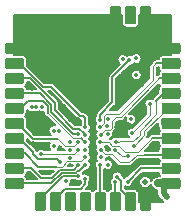
<source format=gbl>
G04 #@! TF.GenerationSoftware,KiCad,Pcbnew,(5.0.1-3-g963ef8bb5)*
G04 #@! TF.CreationDate,2019-02-27T23:12:09+01:00*
G04 #@! TF.ProjectId,TLM-v1,544C4D2D76312E6B696361645F706362,1.0*
G04 #@! TF.SameCoordinates,Original*
G04 #@! TF.FileFunction,Copper,L4,Bot,Signal*
G04 #@! TF.FilePolarity,Positive*
%FSLAX46Y46*%
G04 Gerber Fmt 4.6, Leading zero omitted, Abs format (unit mm)*
G04 Created by KiCad (PCBNEW (5.0.1-3-g963ef8bb5)) date 2019 February 27, Wednesday 23:12:09*
%MOMM*%
%LPD*%
G01*
G04 APERTURE LIST*
G04 #@! TA.AperFunction,Conductor*
%ADD10C,0.100000*%
G04 #@! TD*
G04 #@! TA.AperFunction,ComponentPad*
%ADD11C,0.900000*%
G04 #@! TD*
G04 #@! TA.AperFunction,ConnectorPad*
%ADD12C,0.700000*%
G04 #@! TD*
G04 #@! TA.AperFunction,ViaPad*
%ADD13C,0.355600*%
G04 #@! TD*
G04 #@! TA.AperFunction,ViaPad*
%ADD14C,0.482600*%
G04 #@! TD*
G04 #@! TA.AperFunction,Conductor*
%ADD15C,0.127000*%
G04 #@! TD*
G04 #@! TA.AperFunction,Conductor*
%ADD16C,0.508000*%
G04 #@! TD*
G04 #@! TA.AperFunction,Conductor*
%ADD17C,0.635000*%
G04 #@! TD*
G04 #@! TA.AperFunction,Conductor*
%ADD18C,0.152400*%
G04 #@! TD*
G04 #@! TA.AperFunction,Conductor*
%ADD19C,0.101600*%
G04 #@! TD*
G04 #@! TA.AperFunction,Conductor*
%ADD20C,0.254000*%
G04 #@! TD*
G04 #@! TA.AperFunction,Conductor*
%ADD21C,0.381000*%
G04 #@! TD*
G04 #@! TA.AperFunction,Conductor*
%ADD22C,0.203200*%
G04 #@! TD*
G04 #@! TA.AperFunction,Conductor*
%ADD23C,0.200000*%
G04 #@! TD*
G04 APERTURE END LIST*
D10*
G04 #@! TO.N,GND*
G04 #@! TO.C,U1*
G36*
X129873643Y-75750867D02*
X129891116Y-75753459D01*
X129908251Y-75757751D01*
X129924883Y-75763702D01*
X129940851Y-75771254D01*
X129956003Y-75780335D01*
X129970191Y-75790858D01*
X129983279Y-75802721D01*
X129995142Y-75815809D01*
X130005665Y-75829997D01*
X130014746Y-75845149D01*
X130022298Y-75861117D01*
X130028249Y-75877749D01*
X130032541Y-75894884D01*
X130035133Y-75912357D01*
X130036000Y-75930000D01*
X130036000Y-76470000D01*
X130035133Y-76487643D01*
X130032541Y-76505116D01*
X130028249Y-76522251D01*
X130022298Y-76538883D01*
X130014746Y-76554851D01*
X130005665Y-76570003D01*
X129995142Y-76584191D01*
X129983279Y-76597279D01*
X129970191Y-76609142D01*
X129956003Y-76619665D01*
X129940851Y-76628746D01*
X129924883Y-76636298D01*
X129908251Y-76642249D01*
X129891116Y-76646541D01*
X129873643Y-76649133D01*
X129856000Y-76650000D01*
X129016000Y-76650000D01*
X128998357Y-76649133D01*
X128980884Y-76646541D01*
X128963749Y-76642249D01*
X128947117Y-76636298D01*
X128931149Y-76628746D01*
X128915997Y-76619665D01*
X128901809Y-76609142D01*
X128888721Y-76597279D01*
X128876858Y-76584191D01*
X128866335Y-76570003D01*
X128857254Y-76554851D01*
X128849702Y-76538883D01*
X128843751Y-76522251D01*
X128839459Y-76505116D01*
X128836867Y-76487643D01*
X128836000Y-76470000D01*
X128836000Y-75930000D01*
X128836867Y-75912357D01*
X128839459Y-75894884D01*
X128843751Y-75877749D01*
X128849702Y-75861117D01*
X128857254Y-75845149D01*
X128866335Y-75829997D01*
X128876858Y-75815809D01*
X128888721Y-75802721D01*
X128901809Y-75790858D01*
X128915997Y-75780335D01*
X128931149Y-75771254D01*
X128947117Y-75763702D01*
X128963749Y-75757751D01*
X128980884Y-75753459D01*
X128998357Y-75750867D01*
X129016000Y-75750000D01*
X129856000Y-75750000D01*
X129873643Y-75750867D01*
X129873643Y-75750867D01*
G37*
D11*
G04 #@! TD*
G04 #@! TO.P,U1,1*
G04 #@! TO.N,GND*
X129436000Y-76200000D03*
D10*
G04 #@! TO.N,GND*
G04 #@! TO.C,U1*
G36*
X130309722Y-75750674D02*
X130323313Y-75752690D01*
X130336640Y-75756028D01*
X130349576Y-75760657D01*
X130361996Y-75766531D01*
X130373780Y-75773594D01*
X130384815Y-75781779D01*
X130394995Y-75791005D01*
X130404221Y-75801185D01*
X130412406Y-75812220D01*
X130419469Y-75824004D01*
X130425343Y-75836424D01*
X130429972Y-75849360D01*
X130433310Y-75862687D01*
X130435326Y-75876278D01*
X130436000Y-75890000D01*
X130436000Y-76510000D01*
X130435326Y-76523722D01*
X130433310Y-76537313D01*
X130429972Y-76550640D01*
X130425343Y-76563576D01*
X130419469Y-76575996D01*
X130412406Y-76587780D01*
X130404221Y-76598815D01*
X130394995Y-76608995D01*
X130384815Y-76618221D01*
X130373780Y-76626406D01*
X130361996Y-76633469D01*
X130349576Y-76639343D01*
X130336640Y-76643972D01*
X130323313Y-76647310D01*
X130309722Y-76649326D01*
X130296000Y-76650000D01*
X129876000Y-76650000D01*
X129862278Y-76649326D01*
X129848687Y-76647310D01*
X129835360Y-76643972D01*
X129822424Y-76639343D01*
X129810004Y-76633469D01*
X129798220Y-76626406D01*
X129787185Y-76618221D01*
X129777005Y-76608995D01*
X129767779Y-76598815D01*
X129759594Y-76587780D01*
X129752531Y-76575996D01*
X129746657Y-76563576D01*
X129742028Y-76550640D01*
X129738690Y-76537313D01*
X129736674Y-76523722D01*
X129736000Y-76510000D01*
X129736000Y-75890000D01*
X129736674Y-75876278D01*
X129738690Y-75862687D01*
X129742028Y-75849360D01*
X129746657Y-75836424D01*
X129752531Y-75824004D01*
X129759594Y-75812220D01*
X129767779Y-75801185D01*
X129777005Y-75791005D01*
X129787185Y-75781779D01*
X129798220Y-75773594D01*
X129810004Y-75766531D01*
X129822424Y-75760657D01*
X129835360Y-75756028D01*
X129848687Y-75752690D01*
X129862278Y-75750674D01*
X129876000Y-75750000D01*
X130296000Y-75750000D01*
X130309722Y-75750674D01*
X130309722Y-75750674D01*
G37*
D12*
G04 #@! TD*
G04 #@! TO.P,U1,1*
G04 #@! TO.N,GND*
X130086000Y-76200000D03*
D10*
G04 #@! TO.N,PA06_ADC6*
G04 #@! TO.C,U1*
G36*
X129873643Y-77020867D02*
X129891116Y-77023459D01*
X129908251Y-77027751D01*
X129924883Y-77033702D01*
X129940851Y-77041254D01*
X129956003Y-77050335D01*
X129970191Y-77060858D01*
X129983279Y-77072721D01*
X129995142Y-77085809D01*
X130005665Y-77099997D01*
X130014746Y-77115149D01*
X130022298Y-77131117D01*
X130028249Y-77147749D01*
X130032541Y-77164884D01*
X130035133Y-77182357D01*
X130036000Y-77200000D01*
X130036000Y-77740000D01*
X130035133Y-77757643D01*
X130032541Y-77775116D01*
X130028249Y-77792251D01*
X130022298Y-77808883D01*
X130014746Y-77824851D01*
X130005665Y-77840003D01*
X129995142Y-77854191D01*
X129983279Y-77867279D01*
X129970191Y-77879142D01*
X129956003Y-77889665D01*
X129940851Y-77898746D01*
X129924883Y-77906298D01*
X129908251Y-77912249D01*
X129891116Y-77916541D01*
X129873643Y-77919133D01*
X129856000Y-77920000D01*
X129016000Y-77920000D01*
X128998357Y-77919133D01*
X128980884Y-77916541D01*
X128963749Y-77912249D01*
X128947117Y-77906298D01*
X128931149Y-77898746D01*
X128915997Y-77889665D01*
X128901809Y-77879142D01*
X128888721Y-77867279D01*
X128876858Y-77854191D01*
X128866335Y-77840003D01*
X128857254Y-77824851D01*
X128849702Y-77808883D01*
X128843751Y-77792251D01*
X128839459Y-77775116D01*
X128836867Y-77757643D01*
X128836000Y-77740000D01*
X128836000Y-77200000D01*
X128836867Y-77182357D01*
X128839459Y-77164884D01*
X128843751Y-77147749D01*
X128849702Y-77131117D01*
X128857254Y-77115149D01*
X128866335Y-77099997D01*
X128876858Y-77085809D01*
X128888721Y-77072721D01*
X128901809Y-77060858D01*
X128915997Y-77050335D01*
X128931149Y-77041254D01*
X128947117Y-77033702D01*
X128963749Y-77027751D01*
X128980884Y-77023459D01*
X128998357Y-77020867D01*
X129016000Y-77020000D01*
X129856000Y-77020000D01*
X129873643Y-77020867D01*
X129873643Y-77020867D01*
G37*
D11*
G04 #@! TD*
G04 #@! TO.P,U1,2*
G04 #@! TO.N,PA06_ADC6*
X129436000Y-77470000D03*
D10*
G04 #@! TO.N,PA27_GPIO*
G04 #@! TO.C,U1*
G36*
X129873643Y-78290867D02*
X129891116Y-78293459D01*
X129908251Y-78297751D01*
X129924883Y-78303702D01*
X129940851Y-78311254D01*
X129956003Y-78320335D01*
X129970191Y-78330858D01*
X129983279Y-78342721D01*
X129995142Y-78355809D01*
X130005665Y-78369997D01*
X130014746Y-78385149D01*
X130022298Y-78401117D01*
X130028249Y-78417749D01*
X130032541Y-78434884D01*
X130035133Y-78452357D01*
X130036000Y-78470000D01*
X130036000Y-79010000D01*
X130035133Y-79027643D01*
X130032541Y-79045116D01*
X130028249Y-79062251D01*
X130022298Y-79078883D01*
X130014746Y-79094851D01*
X130005665Y-79110003D01*
X129995142Y-79124191D01*
X129983279Y-79137279D01*
X129970191Y-79149142D01*
X129956003Y-79159665D01*
X129940851Y-79168746D01*
X129924883Y-79176298D01*
X129908251Y-79182249D01*
X129891116Y-79186541D01*
X129873643Y-79189133D01*
X129856000Y-79190000D01*
X129016000Y-79190000D01*
X128998357Y-79189133D01*
X128980884Y-79186541D01*
X128963749Y-79182249D01*
X128947117Y-79176298D01*
X128931149Y-79168746D01*
X128915997Y-79159665D01*
X128901809Y-79149142D01*
X128888721Y-79137279D01*
X128876858Y-79124191D01*
X128866335Y-79110003D01*
X128857254Y-79094851D01*
X128849702Y-79078883D01*
X128843751Y-79062251D01*
X128839459Y-79045116D01*
X128836867Y-79027643D01*
X128836000Y-79010000D01*
X128836000Y-78470000D01*
X128836867Y-78452357D01*
X128839459Y-78434884D01*
X128843751Y-78417749D01*
X128849702Y-78401117D01*
X128857254Y-78385149D01*
X128866335Y-78369997D01*
X128876858Y-78355809D01*
X128888721Y-78342721D01*
X128901809Y-78330858D01*
X128915997Y-78320335D01*
X128931149Y-78311254D01*
X128947117Y-78303702D01*
X128963749Y-78297751D01*
X128980884Y-78293459D01*
X128998357Y-78290867D01*
X129016000Y-78290000D01*
X129856000Y-78290000D01*
X129873643Y-78290867D01*
X129873643Y-78290867D01*
G37*
D11*
G04 #@! TD*
G04 #@! TO.P,U1,3*
G04 #@! TO.N,PA27_GPIO*
X129436000Y-78740000D03*
D10*
G04 #@! TO.N,PA07_ADC7*
G04 #@! TO.C,U1*
G36*
X129873643Y-79560867D02*
X129891116Y-79563459D01*
X129908251Y-79567751D01*
X129924883Y-79573702D01*
X129940851Y-79581254D01*
X129956003Y-79590335D01*
X129970191Y-79600858D01*
X129983279Y-79612721D01*
X129995142Y-79625809D01*
X130005665Y-79639997D01*
X130014746Y-79655149D01*
X130022298Y-79671117D01*
X130028249Y-79687749D01*
X130032541Y-79704884D01*
X130035133Y-79722357D01*
X130036000Y-79740000D01*
X130036000Y-80280000D01*
X130035133Y-80297643D01*
X130032541Y-80315116D01*
X130028249Y-80332251D01*
X130022298Y-80348883D01*
X130014746Y-80364851D01*
X130005665Y-80380003D01*
X129995142Y-80394191D01*
X129983279Y-80407279D01*
X129970191Y-80419142D01*
X129956003Y-80429665D01*
X129940851Y-80438746D01*
X129924883Y-80446298D01*
X129908251Y-80452249D01*
X129891116Y-80456541D01*
X129873643Y-80459133D01*
X129856000Y-80460000D01*
X129016000Y-80460000D01*
X128998357Y-80459133D01*
X128980884Y-80456541D01*
X128963749Y-80452249D01*
X128947117Y-80446298D01*
X128931149Y-80438746D01*
X128915997Y-80429665D01*
X128901809Y-80419142D01*
X128888721Y-80407279D01*
X128876858Y-80394191D01*
X128866335Y-80380003D01*
X128857254Y-80364851D01*
X128849702Y-80348883D01*
X128843751Y-80332251D01*
X128839459Y-80315116D01*
X128836867Y-80297643D01*
X128836000Y-80280000D01*
X128836000Y-79740000D01*
X128836867Y-79722357D01*
X128839459Y-79704884D01*
X128843751Y-79687749D01*
X128849702Y-79671117D01*
X128857254Y-79655149D01*
X128866335Y-79639997D01*
X128876858Y-79625809D01*
X128888721Y-79612721D01*
X128901809Y-79600858D01*
X128915997Y-79590335D01*
X128931149Y-79581254D01*
X128947117Y-79573702D01*
X128963749Y-79567751D01*
X128980884Y-79563459D01*
X128998357Y-79560867D01*
X129016000Y-79560000D01*
X129856000Y-79560000D01*
X129873643Y-79560867D01*
X129873643Y-79560867D01*
G37*
D11*
G04 #@! TD*
G04 #@! TO.P,U1,4*
G04 #@! TO.N,PA07_ADC7*
X129436000Y-80010000D03*
D10*
G04 #@! TO.N,PB22_S5_SPI_MOSI*
G04 #@! TO.C,U1*
G36*
X129873643Y-80830867D02*
X129891116Y-80833459D01*
X129908251Y-80837751D01*
X129924883Y-80843702D01*
X129940851Y-80851254D01*
X129956003Y-80860335D01*
X129970191Y-80870858D01*
X129983279Y-80882721D01*
X129995142Y-80895809D01*
X130005665Y-80909997D01*
X130014746Y-80925149D01*
X130022298Y-80941117D01*
X130028249Y-80957749D01*
X130032541Y-80974884D01*
X130035133Y-80992357D01*
X130036000Y-81010000D01*
X130036000Y-81550000D01*
X130035133Y-81567643D01*
X130032541Y-81585116D01*
X130028249Y-81602251D01*
X130022298Y-81618883D01*
X130014746Y-81634851D01*
X130005665Y-81650003D01*
X129995142Y-81664191D01*
X129983279Y-81677279D01*
X129970191Y-81689142D01*
X129956003Y-81699665D01*
X129940851Y-81708746D01*
X129924883Y-81716298D01*
X129908251Y-81722249D01*
X129891116Y-81726541D01*
X129873643Y-81729133D01*
X129856000Y-81730000D01*
X129016000Y-81730000D01*
X128998357Y-81729133D01*
X128980884Y-81726541D01*
X128963749Y-81722249D01*
X128947117Y-81716298D01*
X128931149Y-81708746D01*
X128915997Y-81699665D01*
X128901809Y-81689142D01*
X128888721Y-81677279D01*
X128876858Y-81664191D01*
X128866335Y-81650003D01*
X128857254Y-81634851D01*
X128849702Y-81618883D01*
X128843751Y-81602251D01*
X128839459Y-81585116D01*
X128836867Y-81567643D01*
X128836000Y-81550000D01*
X128836000Y-81010000D01*
X128836867Y-80992357D01*
X128839459Y-80974884D01*
X128843751Y-80957749D01*
X128849702Y-80941117D01*
X128857254Y-80925149D01*
X128866335Y-80909997D01*
X128876858Y-80895809D01*
X128888721Y-80882721D01*
X128901809Y-80870858D01*
X128915997Y-80860335D01*
X128931149Y-80851254D01*
X128947117Y-80843702D01*
X128963749Y-80837751D01*
X128980884Y-80833459D01*
X128998357Y-80830867D01*
X129016000Y-80830000D01*
X129856000Y-80830000D01*
X129873643Y-80830867D01*
X129873643Y-80830867D01*
G37*
D11*
G04 #@! TD*
G04 #@! TO.P,U1,5*
G04 #@! TO.N,PB22_S5_SPI_MOSI*
X129436000Y-81280000D03*
D10*
G04 #@! TO.N,PA08_GPIO*
G04 #@! TO.C,U1*
G36*
X129873643Y-82100867D02*
X129891116Y-82103459D01*
X129908251Y-82107751D01*
X129924883Y-82113702D01*
X129940851Y-82121254D01*
X129956003Y-82130335D01*
X129970191Y-82140858D01*
X129983279Y-82152721D01*
X129995142Y-82165809D01*
X130005665Y-82179997D01*
X130014746Y-82195149D01*
X130022298Y-82211117D01*
X130028249Y-82227749D01*
X130032541Y-82244884D01*
X130035133Y-82262357D01*
X130036000Y-82280000D01*
X130036000Y-82820000D01*
X130035133Y-82837643D01*
X130032541Y-82855116D01*
X130028249Y-82872251D01*
X130022298Y-82888883D01*
X130014746Y-82904851D01*
X130005665Y-82920003D01*
X129995142Y-82934191D01*
X129983279Y-82947279D01*
X129970191Y-82959142D01*
X129956003Y-82969665D01*
X129940851Y-82978746D01*
X129924883Y-82986298D01*
X129908251Y-82992249D01*
X129891116Y-82996541D01*
X129873643Y-82999133D01*
X129856000Y-83000000D01*
X129016000Y-83000000D01*
X128998357Y-82999133D01*
X128980884Y-82996541D01*
X128963749Y-82992249D01*
X128947117Y-82986298D01*
X128931149Y-82978746D01*
X128915997Y-82969665D01*
X128901809Y-82959142D01*
X128888721Y-82947279D01*
X128876858Y-82934191D01*
X128866335Y-82920003D01*
X128857254Y-82904851D01*
X128849702Y-82888883D01*
X128843751Y-82872251D01*
X128839459Y-82855116D01*
X128836867Y-82837643D01*
X128836000Y-82820000D01*
X128836000Y-82280000D01*
X128836867Y-82262357D01*
X128839459Y-82244884D01*
X128843751Y-82227749D01*
X128849702Y-82211117D01*
X128857254Y-82195149D01*
X128866335Y-82179997D01*
X128876858Y-82165809D01*
X128888721Y-82152721D01*
X128901809Y-82140858D01*
X128915997Y-82130335D01*
X128931149Y-82121254D01*
X128947117Y-82113702D01*
X128963749Y-82107751D01*
X128980884Y-82103459D01*
X128998357Y-82100867D01*
X129016000Y-82100000D01*
X129856000Y-82100000D01*
X129873643Y-82100867D01*
X129873643Y-82100867D01*
G37*
D11*
G04 #@! TD*
G04 #@! TO.P,U1,6*
G04 #@! TO.N,PA08_GPIO*
X129436000Y-82550000D03*
D10*
G04 #@! TO.N,PB23_S5_SPI_SCK*
G04 #@! TO.C,U1*
G36*
X129873643Y-83370867D02*
X129891116Y-83373459D01*
X129908251Y-83377751D01*
X129924883Y-83383702D01*
X129940851Y-83391254D01*
X129956003Y-83400335D01*
X129970191Y-83410858D01*
X129983279Y-83422721D01*
X129995142Y-83435809D01*
X130005665Y-83449997D01*
X130014746Y-83465149D01*
X130022298Y-83481117D01*
X130028249Y-83497749D01*
X130032541Y-83514884D01*
X130035133Y-83532357D01*
X130036000Y-83550000D01*
X130036000Y-84090000D01*
X130035133Y-84107643D01*
X130032541Y-84125116D01*
X130028249Y-84142251D01*
X130022298Y-84158883D01*
X130014746Y-84174851D01*
X130005665Y-84190003D01*
X129995142Y-84204191D01*
X129983279Y-84217279D01*
X129970191Y-84229142D01*
X129956003Y-84239665D01*
X129940851Y-84248746D01*
X129924883Y-84256298D01*
X129908251Y-84262249D01*
X129891116Y-84266541D01*
X129873643Y-84269133D01*
X129856000Y-84270000D01*
X129016000Y-84270000D01*
X128998357Y-84269133D01*
X128980884Y-84266541D01*
X128963749Y-84262249D01*
X128947117Y-84256298D01*
X128931149Y-84248746D01*
X128915997Y-84239665D01*
X128901809Y-84229142D01*
X128888721Y-84217279D01*
X128876858Y-84204191D01*
X128866335Y-84190003D01*
X128857254Y-84174851D01*
X128849702Y-84158883D01*
X128843751Y-84142251D01*
X128839459Y-84125116D01*
X128836867Y-84107643D01*
X128836000Y-84090000D01*
X128836000Y-83550000D01*
X128836867Y-83532357D01*
X128839459Y-83514884D01*
X128843751Y-83497749D01*
X128849702Y-83481117D01*
X128857254Y-83465149D01*
X128866335Y-83449997D01*
X128876858Y-83435809D01*
X128888721Y-83422721D01*
X128901809Y-83410858D01*
X128915997Y-83400335D01*
X128931149Y-83391254D01*
X128947117Y-83383702D01*
X128963749Y-83377751D01*
X128980884Y-83373459D01*
X128998357Y-83370867D01*
X129016000Y-83370000D01*
X129856000Y-83370000D01*
X129873643Y-83370867D01*
X129873643Y-83370867D01*
G37*
D11*
G04 #@! TD*
G04 #@! TO.P,U1,7*
G04 #@! TO.N,PB23_S5_SPI_SCK*
X129436000Y-83820000D03*
D10*
G04 #@! TO.N,PA17_S1_I2C_SCL*
G04 #@! TO.C,U1*
G36*
X129873643Y-84640867D02*
X129891116Y-84643459D01*
X129908251Y-84647751D01*
X129924883Y-84653702D01*
X129940851Y-84661254D01*
X129956003Y-84670335D01*
X129970191Y-84680858D01*
X129983279Y-84692721D01*
X129995142Y-84705809D01*
X130005665Y-84719997D01*
X130014746Y-84735149D01*
X130022298Y-84751117D01*
X130028249Y-84767749D01*
X130032541Y-84784884D01*
X130035133Y-84802357D01*
X130036000Y-84820000D01*
X130036000Y-85360000D01*
X130035133Y-85377643D01*
X130032541Y-85395116D01*
X130028249Y-85412251D01*
X130022298Y-85428883D01*
X130014746Y-85444851D01*
X130005665Y-85460003D01*
X129995142Y-85474191D01*
X129983279Y-85487279D01*
X129970191Y-85499142D01*
X129956003Y-85509665D01*
X129940851Y-85518746D01*
X129924883Y-85526298D01*
X129908251Y-85532249D01*
X129891116Y-85536541D01*
X129873643Y-85539133D01*
X129856000Y-85540000D01*
X129016000Y-85540000D01*
X128998357Y-85539133D01*
X128980884Y-85536541D01*
X128963749Y-85532249D01*
X128947117Y-85526298D01*
X128931149Y-85518746D01*
X128915997Y-85509665D01*
X128901809Y-85499142D01*
X128888721Y-85487279D01*
X128876858Y-85474191D01*
X128866335Y-85460003D01*
X128857254Y-85444851D01*
X128849702Y-85428883D01*
X128843751Y-85412251D01*
X128839459Y-85395116D01*
X128836867Y-85377643D01*
X128836000Y-85360000D01*
X128836000Y-84820000D01*
X128836867Y-84802357D01*
X128839459Y-84784884D01*
X128843751Y-84767749D01*
X128849702Y-84751117D01*
X128857254Y-84735149D01*
X128866335Y-84719997D01*
X128876858Y-84705809D01*
X128888721Y-84692721D01*
X128901809Y-84680858D01*
X128915997Y-84670335D01*
X128931149Y-84661254D01*
X128947117Y-84653702D01*
X128963749Y-84647751D01*
X128980884Y-84643459D01*
X128998357Y-84640867D01*
X129016000Y-84640000D01*
X129856000Y-84640000D01*
X129873643Y-84640867D01*
X129873643Y-84640867D01*
G37*
D11*
G04 #@! TD*
G04 #@! TO.P,U1,8*
G04 #@! TO.N,PA17_S1_I2C_SCL*
X129436000Y-85090000D03*
D10*
G04 #@! TO.N,PA16_S1_I2C_SDA*
G04 #@! TO.C,U1*
G36*
X129873643Y-85910867D02*
X129891116Y-85913459D01*
X129908251Y-85917751D01*
X129924883Y-85923702D01*
X129940851Y-85931254D01*
X129956003Y-85940335D01*
X129970191Y-85950858D01*
X129983279Y-85962721D01*
X129995142Y-85975809D01*
X130005665Y-85989997D01*
X130014746Y-86005149D01*
X130022298Y-86021117D01*
X130028249Y-86037749D01*
X130032541Y-86054884D01*
X130035133Y-86072357D01*
X130036000Y-86090000D01*
X130036000Y-86630000D01*
X130035133Y-86647643D01*
X130032541Y-86665116D01*
X130028249Y-86682251D01*
X130022298Y-86698883D01*
X130014746Y-86714851D01*
X130005665Y-86730003D01*
X129995142Y-86744191D01*
X129983279Y-86757279D01*
X129970191Y-86769142D01*
X129956003Y-86779665D01*
X129940851Y-86788746D01*
X129924883Y-86796298D01*
X129908251Y-86802249D01*
X129891116Y-86806541D01*
X129873643Y-86809133D01*
X129856000Y-86810000D01*
X129016000Y-86810000D01*
X128998357Y-86809133D01*
X128980884Y-86806541D01*
X128963749Y-86802249D01*
X128947117Y-86796298D01*
X128931149Y-86788746D01*
X128915997Y-86779665D01*
X128901809Y-86769142D01*
X128888721Y-86757279D01*
X128876858Y-86744191D01*
X128866335Y-86730003D01*
X128857254Y-86714851D01*
X128849702Y-86698883D01*
X128843751Y-86682251D01*
X128839459Y-86665116D01*
X128836867Y-86647643D01*
X128836000Y-86630000D01*
X128836000Y-86090000D01*
X128836867Y-86072357D01*
X128839459Y-86054884D01*
X128843751Y-86037749D01*
X128849702Y-86021117D01*
X128857254Y-86005149D01*
X128866335Y-85989997D01*
X128876858Y-85975809D01*
X128888721Y-85962721D01*
X128901809Y-85950858D01*
X128915997Y-85940335D01*
X128931149Y-85931254D01*
X128947117Y-85923702D01*
X128963749Y-85917751D01*
X128980884Y-85913459D01*
X128998357Y-85910867D01*
X129016000Y-85910000D01*
X129856000Y-85910000D01*
X129873643Y-85910867D01*
X129873643Y-85910867D01*
G37*
D11*
G04 #@! TD*
G04 #@! TO.P,U1,9*
G04 #@! TO.N,PA16_S1_I2C_SDA*
X129436000Y-86360000D03*
D10*
G04 #@! TO.N,PA18_PWM_T0_W2*
G04 #@! TO.C,U1*
G36*
X129873643Y-87180867D02*
X129891116Y-87183459D01*
X129908251Y-87187751D01*
X129924883Y-87193702D01*
X129940851Y-87201254D01*
X129956003Y-87210335D01*
X129970191Y-87220858D01*
X129983279Y-87232721D01*
X129995142Y-87245809D01*
X130005665Y-87259997D01*
X130014746Y-87275149D01*
X130022298Y-87291117D01*
X130028249Y-87307749D01*
X130032541Y-87324884D01*
X130035133Y-87342357D01*
X130036000Y-87360000D01*
X130036000Y-87900000D01*
X130035133Y-87917643D01*
X130032541Y-87935116D01*
X130028249Y-87952251D01*
X130022298Y-87968883D01*
X130014746Y-87984851D01*
X130005665Y-88000003D01*
X129995142Y-88014191D01*
X129983279Y-88027279D01*
X129970191Y-88039142D01*
X129956003Y-88049665D01*
X129940851Y-88058746D01*
X129924883Y-88066298D01*
X129908251Y-88072249D01*
X129891116Y-88076541D01*
X129873643Y-88079133D01*
X129856000Y-88080000D01*
X129016000Y-88080000D01*
X128998357Y-88079133D01*
X128980884Y-88076541D01*
X128963749Y-88072249D01*
X128947117Y-88066298D01*
X128931149Y-88058746D01*
X128915997Y-88049665D01*
X128901809Y-88039142D01*
X128888721Y-88027279D01*
X128876858Y-88014191D01*
X128866335Y-88000003D01*
X128857254Y-87984851D01*
X128849702Y-87968883D01*
X128843751Y-87952251D01*
X128839459Y-87935116D01*
X128836867Y-87917643D01*
X128836000Y-87900000D01*
X128836000Y-87360000D01*
X128836867Y-87342357D01*
X128839459Y-87324884D01*
X128843751Y-87307749D01*
X128849702Y-87291117D01*
X128857254Y-87275149D01*
X128866335Y-87259997D01*
X128876858Y-87245809D01*
X128888721Y-87232721D01*
X128901809Y-87220858D01*
X128915997Y-87210335D01*
X128931149Y-87201254D01*
X128947117Y-87193702D01*
X128963749Y-87187751D01*
X128980884Y-87183459D01*
X128998357Y-87180867D01*
X129016000Y-87180000D01*
X129856000Y-87180000D01*
X129873643Y-87180867D01*
X129873643Y-87180867D01*
G37*
D11*
G04 #@! TD*
G04 #@! TO.P,U1,10*
G04 #@! TO.N,PA18_PWM_T0_W2*
X129436000Y-87630000D03*
D10*
G04 #@! TO.N,PA06_ADC6*
G04 #@! TO.C,U1*
G36*
X130309722Y-77020674D02*
X130323313Y-77022690D01*
X130336640Y-77026028D01*
X130349576Y-77030657D01*
X130361996Y-77036531D01*
X130373780Y-77043594D01*
X130384815Y-77051779D01*
X130394995Y-77061005D01*
X130404221Y-77071185D01*
X130412406Y-77082220D01*
X130419469Y-77094004D01*
X130425343Y-77106424D01*
X130429972Y-77119360D01*
X130433310Y-77132687D01*
X130435326Y-77146278D01*
X130436000Y-77160000D01*
X130436000Y-77780000D01*
X130435326Y-77793722D01*
X130433310Y-77807313D01*
X130429972Y-77820640D01*
X130425343Y-77833576D01*
X130419469Y-77845996D01*
X130412406Y-77857780D01*
X130404221Y-77868815D01*
X130394995Y-77878995D01*
X130384815Y-77888221D01*
X130373780Y-77896406D01*
X130361996Y-77903469D01*
X130349576Y-77909343D01*
X130336640Y-77913972D01*
X130323313Y-77917310D01*
X130309722Y-77919326D01*
X130296000Y-77920000D01*
X129876000Y-77920000D01*
X129862278Y-77919326D01*
X129848687Y-77917310D01*
X129835360Y-77913972D01*
X129822424Y-77909343D01*
X129810004Y-77903469D01*
X129798220Y-77896406D01*
X129787185Y-77888221D01*
X129777005Y-77878995D01*
X129767779Y-77868815D01*
X129759594Y-77857780D01*
X129752531Y-77845996D01*
X129746657Y-77833576D01*
X129742028Y-77820640D01*
X129738690Y-77807313D01*
X129736674Y-77793722D01*
X129736000Y-77780000D01*
X129736000Y-77160000D01*
X129736674Y-77146278D01*
X129738690Y-77132687D01*
X129742028Y-77119360D01*
X129746657Y-77106424D01*
X129752531Y-77094004D01*
X129759594Y-77082220D01*
X129767779Y-77071185D01*
X129777005Y-77061005D01*
X129787185Y-77051779D01*
X129798220Y-77043594D01*
X129810004Y-77036531D01*
X129822424Y-77030657D01*
X129835360Y-77026028D01*
X129848687Y-77022690D01*
X129862278Y-77020674D01*
X129876000Y-77020000D01*
X130296000Y-77020000D01*
X130309722Y-77020674D01*
X130309722Y-77020674D01*
G37*
D12*
G04 #@! TD*
G04 #@! TO.P,U1,2*
G04 #@! TO.N,PA06_ADC6*
X130086000Y-77470000D03*
D10*
G04 #@! TO.N,PA27_GPIO*
G04 #@! TO.C,U1*
G36*
X130309722Y-78290674D02*
X130323313Y-78292690D01*
X130336640Y-78296028D01*
X130349576Y-78300657D01*
X130361996Y-78306531D01*
X130373780Y-78313594D01*
X130384815Y-78321779D01*
X130394995Y-78331005D01*
X130404221Y-78341185D01*
X130412406Y-78352220D01*
X130419469Y-78364004D01*
X130425343Y-78376424D01*
X130429972Y-78389360D01*
X130433310Y-78402687D01*
X130435326Y-78416278D01*
X130436000Y-78430000D01*
X130436000Y-79050000D01*
X130435326Y-79063722D01*
X130433310Y-79077313D01*
X130429972Y-79090640D01*
X130425343Y-79103576D01*
X130419469Y-79115996D01*
X130412406Y-79127780D01*
X130404221Y-79138815D01*
X130394995Y-79148995D01*
X130384815Y-79158221D01*
X130373780Y-79166406D01*
X130361996Y-79173469D01*
X130349576Y-79179343D01*
X130336640Y-79183972D01*
X130323313Y-79187310D01*
X130309722Y-79189326D01*
X130296000Y-79190000D01*
X129876000Y-79190000D01*
X129862278Y-79189326D01*
X129848687Y-79187310D01*
X129835360Y-79183972D01*
X129822424Y-79179343D01*
X129810004Y-79173469D01*
X129798220Y-79166406D01*
X129787185Y-79158221D01*
X129777005Y-79148995D01*
X129767779Y-79138815D01*
X129759594Y-79127780D01*
X129752531Y-79115996D01*
X129746657Y-79103576D01*
X129742028Y-79090640D01*
X129738690Y-79077313D01*
X129736674Y-79063722D01*
X129736000Y-79050000D01*
X129736000Y-78430000D01*
X129736674Y-78416278D01*
X129738690Y-78402687D01*
X129742028Y-78389360D01*
X129746657Y-78376424D01*
X129752531Y-78364004D01*
X129759594Y-78352220D01*
X129767779Y-78341185D01*
X129777005Y-78331005D01*
X129787185Y-78321779D01*
X129798220Y-78313594D01*
X129810004Y-78306531D01*
X129822424Y-78300657D01*
X129835360Y-78296028D01*
X129848687Y-78292690D01*
X129862278Y-78290674D01*
X129876000Y-78290000D01*
X130296000Y-78290000D01*
X130309722Y-78290674D01*
X130309722Y-78290674D01*
G37*
D12*
G04 #@! TD*
G04 #@! TO.P,U1,3*
G04 #@! TO.N,PA27_GPIO*
X130086000Y-78740000D03*
D10*
G04 #@! TO.N,PA07_ADC7*
G04 #@! TO.C,U1*
G36*
X130309722Y-79560674D02*
X130323313Y-79562690D01*
X130336640Y-79566028D01*
X130349576Y-79570657D01*
X130361996Y-79576531D01*
X130373780Y-79583594D01*
X130384815Y-79591779D01*
X130394995Y-79601005D01*
X130404221Y-79611185D01*
X130412406Y-79622220D01*
X130419469Y-79634004D01*
X130425343Y-79646424D01*
X130429972Y-79659360D01*
X130433310Y-79672687D01*
X130435326Y-79686278D01*
X130436000Y-79700000D01*
X130436000Y-80320000D01*
X130435326Y-80333722D01*
X130433310Y-80347313D01*
X130429972Y-80360640D01*
X130425343Y-80373576D01*
X130419469Y-80385996D01*
X130412406Y-80397780D01*
X130404221Y-80408815D01*
X130394995Y-80418995D01*
X130384815Y-80428221D01*
X130373780Y-80436406D01*
X130361996Y-80443469D01*
X130349576Y-80449343D01*
X130336640Y-80453972D01*
X130323313Y-80457310D01*
X130309722Y-80459326D01*
X130296000Y-80460000D01*
X129876000Y-80460000D01*
X129862278Y-80459326D01*
X129848687Y-80457310D01*
X129835360Y-80453972D01*
X129822424Y-80449343D01*
X129810004Y-80443469D01*
X129798220Y-80436406D01*
X129787185Y-80428221D01*
X129777005Y-80418995D01*
X129767779Y-80408815D01*
X129759594Y-80397780D01*
X129752531Y-80385996D01*
X129746657Y-80373576D01*
X129742028Y-80360640D01*
X129738690Y-80347313D01*
X129736674Y-80333722D01*
X129736000Y-80320000D01*
X129736000Y-79700000D01*
X129736674Y-79686278D01*
X129738690Y-79672687D01*
X129742028Y-79659360D01*
X129746657Y-79646424D01*
X129752531Y-79634004D01*
X129759594Y-79622220D01*
X129767779Y-79611185D01*
X129777005Y-79601005D01*
X129787185Y-79591779D01*
X129798220Y-79583594D01*
X129810004Y-79576531D01*
X129822424Y-79570657D01*
X129835360Y-79566028D01*
X129848687Y-79562690D01*
X129862278Y-79560674D01*
X129876000Y-79560000D01*
X130296000Y-79560000D01*
X130309722Y-79560674D01*
X130309722Y-79560674D01*
G37*
D12*
G04 #@! TD*
G04 #@! TO.P,U1,4*
G04 #@! TO.N,PA07_ADC7*
X130086000Y-80010000D03*
D10*
G04 #@! TO.N,PB22_S5_SPI_MOSI*
G04 #@! TO.C,U1*
G36*
X130309722Y-80830674D02*
X130323313Y-80832690D01*
X130336640Y-80836028D01*
X130349576Y-80840657D01*
X130361996Y-80846531D01*
X130373780Y-80853594D01*
X130384815Y-80861779D01*
X130394995Y-80871005D01*
X130404221Y-80881185D01*
X130412406Y-80892220D01*
X130419469Y-80904004D01*
X130425343Y-80916424D01*
X130429972Y-80929360D01*
X130433310Y-80942687D01*
X130435326Y-80956278D01*
X130436000Y-80970000D01*
X130436000Y-81590000D01*
X130435326Y-81603722D01*
X130433310Y-81617313D01*
X130429972Y-81630640D01*
X130425343Y-81643576D01*
X130419469Y-81655996D01*
X130412406Y-81667780D01*
X130404221Y-81678815D01*
X130394995Y-81688995D01*
X130384815Y-81698221D01*
X130373780Y-81706406D01*
X130361996Y-81713469D01*
X130349576Y-81719343D01*
X130336640Y-81723972D01*
X130323313Y-81727310D01*
X130309722Y-81729326D01*
X130296000Y-81730000D01*
X129876000Y-81730000D01*
X129862278Y-81729326D01*
X129848687Y-81727310D01*
X129835360Y-81723972D01*
X129822424Y-81719343D01*
X129810004Y-81713469D01*
X129798220Y-81706406D01*
X129787185Y-81698221D01*
X129777005Y-81688995D01*
X129767779Y-81678815D01*
X129759594Y-81667780D01*
X129752531Y-81655996D01*
X129746657Y-81643576D01*
X129742028Y-81630640D01*
X129738690Y-81617313D01*
X129736674Y-81603722D01*
X129736000Y-81590000D01*
X129736000Y-80970000D01*
X129736674Y-80956278D01*
X129738690Y-80942687D01*
X129742028Y-80929360D01*
X129746657Y-80916424D01*
X129752531Y-80904004D01*
X129759594Y-80892220D01*
X129767779Y-80881185D01*
X129777005Y-80871005D01*
X129787185Y-80861779D01*
X129798220Y-80853594D01*
X129810004Y-80846531D01*
X129822424Y-80840657D01*
X129835360Y-80836028D01*
X129848687Y-80832690D01*
X129862278Y-80830674D01*
X129876000Y-80830000D01*
X130296000Y-80830000D01*
X130309722Y-80830674D01*
X130309722Y-80830674D01*
G37*
D12*
G04 #@! TD*
G04 #@! TO.P,U1,5*
G04 #@! TO.N,PB22_S5_SPI_MOSI*
X130086000Y-81280000D03*
D10*
G04 #@! TO.N,PA08_GPIO*
G04 #@! TO.C,U1*
G36*
X130309722Y-82100674D02*
X130323313Y-82102690D01*
X130336640Y-82106028D01*
X130349576Y-82110657D01*
X130361996Y-82116531D01*
X130373780Y-82123594D01*
X130384815Y-82131779D01*
X130394995Y-82141005D01*
X130404221Y-82151185D01*
X130412406Y-82162220D01*
X130419469Y-82174004D01*
X130425343Y-82186424D01*
X130429972Y-82199360D01*
X130433310Y-82212687D01*
X130435326Y-82226278D01*
X130436000Y-82240000D01*
X130436000Y-82860000D01*
X130435326Y-82873722D01*
X130433310Y-82887313D01*
X130429972Y-82900640D01*
X130425343Y-82913576D01*
X130419469Y-82925996D01*
X130412406Y-82937780D01*
X130404221Y-82948815D01*
X130394995Y-82958995D01*
X130384815Y-82968221D01*
X130373780Y-82976406D01*
X130361996Y-82983469D01*
X130349576Y-82989343D01*
X130336640Y-82993972D01*
X130323313Y-82997310D01*
X130309722Y-82999326D01*
X130296000Y-83000000D01*
X129876000Y-83000000D01*
X129862278Y-82999326D01*
X129848687Y-82997310D01*
X129835360Y-82993972D01*
X129822424Y-82989343D01*
X129810004Y-82983469D01*
X129798220Y-82976406D01*
X129787185Y-82968221D01*
X129777005Y-82958995D01*
X129767779Y-82948815D01*
X129759594Y-82937780D01*
X129752531Y-82925996D01*
X129746657Y-82913576D01*
X129742028Y-82900640D01*
X129738690Y-82887313D01*
X129736674Y-82873722D01*
X129736000Y-82860000D01*
X129736000Y-82240000D01*
X129736674Y-82226278D01*
X129738690Y-82212687D01*
X129742028Y-82199360D01*
X129746657Y-82186424D01*
X129752531Y-82174004D01*
X129759594Y-82162220D01*
X129767779Y-82151185D01*
X129777005Y-82141005D01*
X129787185Y-82131779D01*
X129798220Y-82123594D01*
X129810004Y-82116531D01*
X129822424Y-82110657D01*
X129835360Y-82106028D01*
X129848687Y-82102690D01*
X129862278Y-82100674D01*
X129876000Y-82100000D01*
X130296000Y-82100000D01*
X130309722Y-82100674D01*
X130309722Y-82100674D01*
G37*
D12*
G04 #@! TD*
G04 #@! TO.P,U1,6*
G04 #@! TO.N,PA08_GPIO*
X130086000Y-82550000D03*
D10*
G04 #@! TO.N,PB23_S5_SPI_SCK*
G04 #@! TO.C,U1*
G36*
X130309722Y-83370674D02*
X130323313Y-83372690D01*
X130336640Y-83376028D01*
X130349576Y-83380657D01*
X130361996Y-83386531D01*
X130373780Y-83393594D01*
X130384815Y-83401779D01*
X130394995Y-83411005D01*
X130404221Y-83421185D01*
X130412406Y-83432220D01*
X130419469Y-83444004D01*
X130425343Y-83456424D01*
X130429972Y-83469360D01*
X130433310Y-83482687D01*
X130435326Y-83496278D01*
X130436000Y-83510000D01*
X130436000Y-84130000D01*
X130435326Y-84143722D01*
X130433310Y-84157313D01*
X130429972Y-84170640D01*
X130425343Y-84183576D01*
X130419469Y-84195996D01*
X130412406Y-84207780D01*
X130404221Y-84218815D01*
X130394995Y-84228995D01*
X130384815Y-84238221D01*
X130373780Y-84246406D01*
X130361996Y-84253469D01*
X130349576Y-84259343D01*
X130336640Y-84263972D01*
X130323313Y-84267310D01*
X130309722Y-84269326D01*
X130296000Y-84270000D01*
X129876000Y-84270000D01*
X129862278Y-84269326D01*
X129848687Y-84267310D01*
X129835360Y-84263972D01*
X129822424Y-84259343D01*
X129810004Y-84253469D01*
X129798220Y-84246406D01*
X129787185Y-84238221D01*
X129777005Y-84228995D01*
X129767779Y-84218815D01*
X129759594Y-84207780D01*
X129752531Y-84195996D01*
X129746657Y-84183576D01*
X129742028Y-84170640D01*
X129738690Y-84157313D01*
X129736674Y-84143722D01*
X129736000Y-84130000D01*
X129736000Y-83510000D01*
X129736674Y-83496278D01*
X129738690Y-83482687D01*
X129742028Y-83469360D01*
X129746657Y-83456424D01*
X129752531Y-83444004D01*
X129759594Y-83432220D01*
X129767779Y-83421185D01*
X129777005Y-83411005D01*
X129787185Y-83401779D01*
X129798220Y-83393594D01*
X129810004Y-83386531D01*
X129822424Y-83380657D01*
X129835360Y-83376028D01*
X129848687Y-83372690D01*
X129862278Y-83370674D01*
X129876000Y-83370000D01*
X130296000Y-83370000D01*
X130309722Y-83370674D01*
X130309722Y-83370674D01*
G37*
D12*
G04 #@! TD*
G04 #@! TO.P,U1,7*
G04 #@! TO.N,PB23_S5_SPI_SCK*
X130086000Y-83820000D03*
D10*
G04 #@! TO.N,PA17_S1_I2C_SCL*
G04 #@! TO.C,U1*
G36*
X130309722Y-84640674D02*
X130323313Y-84642690D01*
X130336640Y-84646028D01*
X130349576Y-84650657D01*
X130361996Y-84656531D01*
X130373780Y-84663594D01*
X130384815Y-84671779D01*
X130394995Y-84681005D01*
X130404221Y-84691185D01*
X130412406Y-84702220D01*
X130419469Y-84714004D01*
X130425343Y-84726424D01*
X130429972Y-84739360D01*
X130433310Y-84752687D01*
X130435326Y-84766278D01*
X130436000Y-84780000D01*
X130436000Y-85400000D01*
X130435326Y-85413722D01*
X130433310Y-85427313D01*
X130429972Y-85440640D01*
X130425343Y-85453576D01*
X130419469Y-85465996D01*
X130412406Y-85477780D01*
X130404221Y-85488815D01*
X130394995Y-85498995D01*
X130384815Y-85508221D01*
X130373780Y-85516406D01*
X130361996Y-85523469D01*
X130349576Y-85529343D01*
X130336640Y-85533972D01*
X130323313Y-85537310D01*
X130309722Y-85539326D01*
X130296000Y-85540000D01*
X129876000Y-85540000D01*
X129862278Y-85539326D01*
X129848687Y-85537310D01*
X129835360Y-85533972D01*
X129822424Y-85529343D01*
X129810004Y-85523469D01*
X129798220Y-85516406D01*
X129787185Y-85508221D01*
X129777005Y-85498995D01*
X129767779Y-85488815D01*
X129759594Y-85477780D01*
X129752531Y-85465996D01*
X129746657Y-85453576D01*
X129742028Y-85440640D01*
X129738690Y-85427313D01*
X129736674Y-85413722D01*
X129736000Y-85400000D01*
X129736000Y-84780000D01*
X129736674Y-84766278D01*
X129738690Y-84752687D01*
X129742028Y-84739360D01*
X129746657Y-84726424D01*
X129752531Y-84714004D01*
X129759594Y-84702220D01*
X129767779Y-84691185D01*
X129777005Y-84681005D01*
X129787185Y-84671779D01*
X129798220Y-84663594D01*
X129810004Y-84656531D01*
X129822424Y-84650657D01*
X129835360Y-84646028D01*
X129848687Y-84642690D01*
X129862278Y-84640674D01*
X129876000Y-84640000D01*
X130296000Y-84640000D01*
X130309722Y-84640674D01*
X130309722Y-84640674D01*
G37*
D12*
G04 #@! TD*
G04 #@! TO.P,U1,8*
G04 #@! TO.N,PA17_S1_I2C_SCL*
X130086000Y-85090000D03*
D10*
G04 #@! TO.N,PA16_S1_I2C_SDA*
G04 #@! TO.C,U1*
G36*
X130309722Y-85910674D02*
X130323313Y-85912690D01*
X130336640Y-85916028D01*
X130349576Y-85920657D01*
X130361996Y-85926531D01*
X130373780Y-85933594D01*
X130384815Y-85941779D01*
X130394995Y-85951005D01*
X130404221Y-85961185D01*
X130412406Y-85972220D01*
X130419469Y-85984004D01*
X130425343Y-85996424D01*
X130429972Y-86009360D01*
X130433310Y-86022687D01*
X130435326Y-86036278D01*
X130436000Y-86050000D01*
X130436000Y-86670000D01*
X130435326Y-86683722D01*
X130433310Y-86697313D01*
X130429972Y-86710640D01*
X130425343Y-86723576D01*
X130419469Y-86735996D01*
X130412406Y-86747780D01*
X130404221Y-86758815D01*
X130394995Y-86768995D01*
X130384815Y-86778221D01*
X130373780Y-86786406D01*
X130361996Y-86793469D01*
X130349576Y-86799343D01*
X130336640Y-86803972D01*
X130323313Y-86807310D01*
X130309722Y-86809326D01*
X130296000Y-86810000D01*
X129876000Y-86810000D01*
X129862278Y-86809326D01*
X129848687Y-86807310D01*
X129835360Y-86803972D01*
X129822424Y-86799343D01*
X129810004Y-86793469D01*
X129798220Y-86786406D01*
X129787185Y-86778221D01*
X129777005Y-86768995D01*
X129767779Y-86758815D01*
X129759594Y-86747780D01*
X129752531Y-86735996D01*
X129746657Y-86723576D01*
X129742028Y-86710640D01*
X129738690Y-86697313D01*
X129736674Y-86683722D01*
X129736000Y-86670000D01*
X129736000Y-86050000D01*
X129736674Y-86036278D01*
X129738690Y-86022687D01*
X129742028Y-86009360D01*
X129746657Y-85996424D01*
X129752531Y-85984004D01*
X129759594Y-85972220D01*
X129767779Y-85961185D01*
X129777005Y-85951005D01*
X129787185Y-85941779D01*
X129798220Y-85933594D01*
X129810004Y-85926531D01*
X129822424Y-85920657D01*
X129835360Y-85916028D01*
X129848687Y-85912690D01*
X129862278Y-85910674D01*
X129876000Y-85910000D01*
X130296000Y-85910000D01*
X130309722Y-85910674D01*
X130309722Y-85910674D01*
G37*
D12*
G04 #@! TD*
G04 #@! TO.P,U1,9*
G04 #@! TO.N,PA16_S1_I2C_SDA*
X130086000Y-86360000D03*
D10*
G04 #@! TO.N,PA18_PWM_T0_W2*
G04 #@! TO.C,U1*
G36*
X130309722Y-87180674D02*
X130323313Y-87182690D01*
X130336640Y-87186028D01*
X130349576Y-87190657D01*
X130361996Y-87196531D01*
X130373780Y-87203594D01*
X130384815Y-87211779D01*
X130394995Y-87221005D01*
X130404221Y-87231185D01*
X130412406Y-87242220D01*
X130419469Y-87254004D01*
X130425343Y-87266424D01*
X130429972Y-87279360D01*
X130433310Y-87292687D01*
X130435326Y-87306278D01*
X130436000Y-87320000D01*
X130436000Y-87940000D01*
X130435326Y-87953722D01*
X130433310Y-87967313D01*
X130429972Y-87980640D01*
X130425343Y-87993576D01*
X130419469Y-88005996D01*
X130412406Y-88017780D01*
X130404221Y-88028815D01*
X130394995Y-88038995D01*
X130384815Y-88048221D01*
X130373780Y-88056406D01*
X130361996Y-88063469D01*
X130349576Y-88069343D01*
X130336640Y-88073972D01*
X130323313Y-88077310D01*
X130309722Y-88079326D01*
X130296000Y-88080000D01*
X129876000Y-88080000D01*
X129862278Y-88079326D01*
X129848687Y-88077310D01*
X129835360Y-88073972D01*
X129822424Y-88069343D01*
X129810004Y-88063469D01*
X129798220Y-88056406D01*
X129787185Y-88048221D01*
X129777005Y-88038995D01*
X129767779Y-88028815D01*
X129759594Y-88017780D01*
X129752531Y-88005996D01*
X129746657Y-87993576D01*
X129742028Y-87980640D01*
X129738690Y-87967313D01*
X129736674Y-87953722D01*
X129736000Y-87940000D01*
X129736000Y-87320000D01*
X129736674Y-87306278D01*
X129738690Y-87292687D01*
X129742028Y-87279360D01*
X129746657Y-87266424D01*
X129752531Y-87254004D01*
X129759594Y-87242220D01*
X129767779Y-87231185D01*
X129777005Y-87221005D01*
X129787185Y-87211779D01*
X129798220Y-87203594D01*
X129810004Y-87196531D01*
X129822424Y-87190657D01*
X129835360Y-87186028D01*
X129848687Y-87182690D01*
X129862278Y-87180674D01*
X129876000Y-87180000D01*
X130296000Y-87180000D01*
X130309722Y-87180674D01*
X130309722Y-87180674D01*
G37*
D12*
G04 #@! TD*
G04 #@! TO.P,U1,10*
G04 #@! TO.N,PA18_PWM_T0_W2*
X130086000Y-87630000D03*
D10*
G04 #@! TO.N,GND*
G04 #@! TO.C,U1*
G36*
X143543643Y-75750867D02*
X143561116Y-75753459D01*
X143578251Y-75757751D01*
X143594883Y-75763702D01*
X143610851Y-75771254D01*
X143626003Y-75780335D01*
X143640191Y-75790858D01*
X143653279Y-75802721D01*
X143665142Y-75815809D01*
X143675665Y-75829997D01*
X143684746Y-75845149D01*
X143692298Y-75861117D01*
X143698249Y-75877749D01*
X143702541Y-75894884D01*
X143705133Y-75912357D01*
X143706000Y-75930000D01*
X143706000Y-76470000D01*
X143705133Y-76487643D01*
X143702541Y-76505116D01*
X143698249Y-76522251D01*
X143692298Y-76538883D01*
X143684746Y-76554851D01*
X143675665Y-76570003D01*
X143665142Y-76584191D01*
X143653279Y-76597279D01*
X143640191Y-76609142D01*
X143626003Y-76619665D01*
X143610851Y-76628746D01*
X143594883Y-76636298D01*
X143578251Y-76642249D01*
X143561116Y-76646541D01*
X143543643Y-76649133D01*
X143526000Y-76650000D01*
X142686000Y-76650000D01*
X142668357Y-76649133D01*
X142650884Y-76646541D01*
X142633749Y-76642249D01*
X142617117Y-76636298D01*
X142601149Y-76628746D01*
X142585997Y-76619665D01*
X142571809Y-76609142D01*
X142558721Y-76597279D01*
X142546858Y-76584191D01*
X142536335Y-76570003D01*
X142527254Y-76554851D01*
X142519702Y-76538883D01*
X142513751Y-76522251D01*
X142509459Y-76505116D01*
X142506867Y-76487643D01*
X142506000Y-76470000D01*
X142506000Y-75930000D01*
X142506867Y-75912357D01*
X142509459Y-75894884D01*
X142513751Y-75877749D01*
X142519702Y-75861117D01*
X142527254Y-75845149D01*
X142536335Y-75829997D01*
X142546858Y-75815809D01*
X142558721Y-75802721D01*
X142571809Y-75790858D01*
X142585997Y-75780335D01*
X142601149Y-75771254D01*
X142617117Y-75763702D01*
X142633749Y-75757751D01*
X142650884Y-75753459D01*
X142668357Y-75750867D01*
X142686000Y-75750000D01*
X143526000Y-75750000D01*
X143543643Y-75750867D01*
X143543643Y-75750867D01*
G37*
D11*
G04 #@! TD*
G04 #@! TO.P,U1,28*
G04 #@! TO.N,GND*
X143106000Y-76200000D03*
D10*
G04 #@! TO.N,PA04_S0_UART_TX*
G04 #@! TO.C,U1*
G36*
X143543643Y-77020867D02*
X143561116Y-77023459D01*
X143578251Y-77027751D01*
X143594883Y-77033702D01*
X143610851Y-77041254D01*
X143626003Y-77050335D01*
X143640191Y-77060858D01*
X143653279Y-77072721D01*
X143665142Y-77085809D01*
X143675665Y-77099997D01*
X143684746Y-77115149D01*
X143692298Y-77131117D01*
X143698249Y-77147749D01*
X143702541Y-77164884D01*
X143705133Y-77182357D01*
X143706000Y-77200000D01*
X143706000Y-77740000D01*
X143705133Y-77757643D01*
X143702541Y-77775116D01*
X143698249Y-77792251D01*
X143692298Y-77808883D01*
X143684746Y-77824851D01*
X143675665Y-77840003D01*
X143665142Y-77854191D01*
X143653279Y-77867279D01*
X143640191Y-77879142D01*
X143626003Y-77889665D01*
X143610851Y-77898746D01*
X143594883Y-77906298D01*
X143578251Y-77912249D01*
X143561116Y-77916541D01*
X143543643Y-77919133D01*
X143526000Y-77920000D01*
X142686000Y-77920000D01*
X142668357Y-77919133D01*
X142650884Y-77916541D01*
X142633749Y-77912249D01*
X142617117Y-77906298D01*
X142601149Y-77898746D01*
X142585997Y-77889665D01*
X142571809Y-77879142D01*
X142558721Y-77867279D01*
X142546858Y-77854191D01*
X142536335Y-77840003D01*
X142527254Y-77824851D01*
X142519702Y-77808883D01*
X142513751Y-77792251D01*
X142509459Y-77775116D01*
X142506867Y-77757643D01*
X142506000Y-77740000D01*
X142506000Y-77200000D01*
X142506867Y-77182357D01*
X142509459Y-77164884D01*
X142513751Y-77147749D01*
X142519702Y-77131117D01*
X142527254Y-77115149D01*
X142536335Y-77099997D01*
X142546858Y-77085809D01*
X142558721Y-77072721D01*
X142571809Y-77060858D01*
X142585997Y-77050335D01*
X142601149Y-77041254D01*
X142617117Y-77033702D01*
X142633749Y-77027751D01*
X142650884Y-77023459D01*
X142668357Y-77020867D01*
X142686000Y-77020000D01*
X143526000Y-77020000D01*
X143543643Y-77020867D01*
X143543643Y-77020867D01*
G37*
D11*
G04 #@! TD*
G04 #@! TO.P,U1,27*
G04 #@! TO.N,PA04_S0_UART_TX*
X143106000Y-77470000D03*
D10*
G04 #@! TO.N,PA05_S0_UART_RX*
G04 #@! TO.C,U1*
G36*
X143543643Y-78290867D02*
X143561116Y-78293459D01*
X143578251Y-78297751D01*
X143594883Y-78303702D01*
X143610851Y-78311254D01*
X143626003Y-78320335D01*
X143640191Y-78330858D01*
X143653279Y-78342721D01*
X143665142Y-78355809D01*
X143675665Y-78369997D01*
X143684746Y-78385149D01*
X143692298Y-78401117D01*
X143698249Y-78417749D01*
X143702541Y-78434884D01*
X143705133Y-78452357D01*
X143706000Y-78470000D01*
X143706000Y-79010000D01*
X143705133Y-79027643D01*
X143702541Y-79045116D01*
X143698249Y-79062251D01*
X143692298Y-79078883D01*
X143684746Y-79094851D01*
X143675665Y-79110003D01*
X143665142Y-79124191D01*
X143653279Y-79137279D01*
X143640191Y-79149142D01*
X143626003Y-79159665D01*
X143610851Y-79168746D01*
X143594883Y-79176298D01*
X143578251Y-79182249D01*
X143561116Y-79186541D01*
X143543643Y-79189133D01*
X143526000Y-79190000D01*
X142686000Y-79190000D01*
X142668357Y-79189133D01*
X142650884Y-79186541D01*
X142633749Y-79182249D01*
X142617117Y-79176298D01*
X142601149Y-79168746D01*
X142585997Y-79159665D01*
X142571809Y-79149142D01*
X142558721Y-79137279D01*
X142546858Y-79124191D01*
X142536335Y-79110003D01*
X142527254Y-79094851D01*
X142519702Y-79078883D01*
X142513751Y-79062251D01*
X142509459Y-79045116D01*
X142506867Y-79027643D01*
X142506000Y-79010000D01*
X142506000Y-78470000D01*
X142506867Y-78452357D01*
X142509459Y-78434884D01*
X142513751Y-78417749D01*
X142519702Y-78401117D01*
X142527254Y-78385149D01*
X142536335Y-78369997D01*
X142546858Y-78355809D01*
X142558721Y-78342721D01*
X142571809Y-78330858D01*
X142585997Y-78320335D01*
X142601149Y-78311254D01*
X142617117Y-78303702D01*
X142633749Y-78297751D01*
X142650884Y-78293459D01*
X142668357Y-78290867D01*
X142686000Y-78290000D01*
X143526000Y-78290000D01*
X143543643Y-78290867D01*
X143543643Y-78290867D01*
G37*
D11*
G04 #@! TD*
G04 #@! TO.P,U1,26*
G04 #@! TO.N,PA05_S0_UART_RX*
X143106000Y-78740000D03*
D10*
G04 #@! TO.N,PB02_S5_SPI_MISO*
G04 #@! TO.C,U1*
G36*
X143543643Y-79560867D02*
X143561116Y-79563459D01*
X143578251Y-79567751D01*
X143594883Y-79573702D01*
X143610851Y-79581254D01*
X143626003Y-79590335D01*
X143640191Y-79600858D01*
X143653279Y-79612721D01*
X143665142Y-79625809D01*
X143675665Y-79639997D01*
X143684746Y-79655149D01*
X143692298Y-79671117D01*
X143698249Y-79687749D01*
X143702541Y-79704884D01*
X143705133Y-79722357D01*
X143706000Y-79740000D01*
X143706000Y-80280000D01*
X143705133Y-80297643D01*
X143702541Y-80315116D01*
X143698249Y-80332251D01*
X143692298Y-80348883D01*
X143684746Y-80364851D01*
X143675665Y-80380003D01*
X143665142Y-80394191D01*
X143653279Y-80407279D01*
X143640191Y-80419142D01*
X143626003Y-80429665D01*
X143610851Y-80438746D01*
X143594883Y-80446298D01*
X143578251Y-80452249D01*
X143561116Y-80456541D01*
X143543643Y-80459133D01*
X143526000Y-80460000D01*
X142686000Y-80460000D01*
X142668357Y-80459133D01*
X142650884Y-80456541D01*
X142633749Y-80452249D01*
X142617117Y-80446298D01*
X142601149Y-80438746D01*
X142585997Y-80429665D01*
X142571809Y-80419142D01*
X142558721Y-80407279D01*
X142546858Y-80394191D01*
X142536335Y-80380003D01*
X142527254Y-80364851D01*
X142519702Y-80348883D01*
X142513751Y-80332251D01*
X142509459Y-80315116D01*
X142506867Y-80297643D01*
X142506000Y-80280000D01*
X142506000Y-79740000D01*
X142506867Y-79722357D01*
X142509459Y-79704884D01*
X142513751Y-79687749D01*
X142519702Y-79671117D01*
X142527254Y-79655149D01*
X142536335Y-79639997D01*
X142546858Y-79625809D01*
X142558721Y-79612721D01*
X142571809Y-79600858D01*
X142585997Y-79590335D01*
X142601149Y-79581254D01*
X142617117Y-79573702D01*
X142633749Y-79567751D01*
X142650884Y-79563459D01*
X142668357Y-79560867D01*
X142686000Y-79560000D01*
X143526000Y-79560000D01*
X143543643Y-79560867D01*
X143543643Y-79560867D01*
G37*
D11*
G04 #@! TD*
G04 #@! TO.P,U1,25*
G04 #@! TO.N,PB02_S5_SPI_MISO*
X143106000Y-80010000D03*
D10*
G04 #@! TO.N,PA28_GPIO*
G04 #@! TO.C,U1*
G36*
X143543643Y-80830867D02*
X143561116Y-80833459D01*
X143578251Y-80837751D01*
X143594883Y-80843702D01*
X143610851Y-80851254D01*
X143626003Y-80860335D01*
X143640191Y-80870858D01*
X143653279Y-80882721D01*
X143665142Y-80895809D01*
X143675665Y-80909997D01*
X143684746Y-80925149D01*
X143692298Y-80941117D01*
X143698249Y-80957749D01*
X143702541Y-80974884D01*
X143705133Y-80992357D01*
X143706000Y-81010000D01*
X143706000Y-81550000D01*
X143705133Y-81567643D01*
X143702541Y-81585116D01*
X143698249Y-81602251D01*
X143692298Y-81618883D01*
X143684746Y-81634851D01*
X143675665Y-81650003D01*
X143665142Y-81664191D01*
X143653279Y-81677279D01*
X143640191Y-81689142D01*
X143626003Y-81699665D01*
X143610851Y-81708746D01*
X143594883Y-81716298D01*
X143578251Y-81722249D01*
X143561116Y-81726541D01*
X143543643Y-81729133D01*
X143526000Y-81730000D01*
X142686000Y-81730000D01*
X142668357Y-81729133D01*
X142650884Y-81726541D01*
X142633749Y-81722249D01*
X142617117Y-81716298D01*
X142601149Y-81708746D01*
X142585997Y-81699665D01*
X142571809Y-81689142D01*
X142558721Y-81677279D01*
X142546858Y-81664191D01*
X142536335Y-81650003D01*
X142527254Y-81634851D01*
X142519702Y-81618883D01*
X142513751Y-81602251D01*
X142509459Y-81585116D01*
X142506867Y-81567643D01*
X142506000Y-81550000D01*
X142506000Y-81010000D01*
X142506867Y-80992357D01*
X142509459Y-80974884D01*
X142513751Y-80957749D01*
X142519702Y-80941117D01*
X142527254Y-80925149D01*
X142536335Y-80909997D01*
X142546858Y-80895809D01*
X142558721Y-80882721D01*
X142571809Y-80870858D01*
X142585997Y-80860335D01*
X142601149Y-80851254D01*
X142617117Y-80843702D01*
X142633749Y-80837751D01*
X142650884Y-80833459D01*
X142668357Y-80830867D01*
X142686000Y-80830000D01*
X143526000Y-80830000D01*
X143543643Y-80830867D01*
X143543643Y-80830867D01*
G37*
D11*
G04 #@! TD*
G04 #@! TO.P,U1,24*
G04 #@! TO.N,PA28_GPIO*
X143106000Y-81280000D03*
D10*
G04 #@! TO.N,+BATT*
G04 #@! TO.C,U1*
G36*
X143543643Y-82100867D02*
X143561116Y-82103459D01*
X143578251Y-82107751D01*
X143594883Y-82113702D01*
X143610851Y-82121254D01*
X143626003Y-82130335D01*
X143640191Y-82140858D01*
X143653279Y-82152721D01*
X143665142Y-82165809D01*
X143675665Y-82179997D01*
X143684746Y-82195149D01*
X143692298Y-82211117D01*
X143698249Y-82227749D01*
X143702541Y-82244884D01*
X143705133Y-82262357D01*
X143706000Y-82280000D01*
X143706000Y-82820000D01*
X143705133Y-82837643D01*
X143702541Y-82855116D01*
X143698249Y-82872251D01*
X143692298Y-82888883D01*
X143684746Y-82904851D01*
X143675665Y-82920003D01*
X143665142Y-82934191D01*
X143653279Y-82947279D01*
X143640191Y-82959142D01*
X143626003Y-82969665D01*
X143610851Y-82978746D01*
X143594883Y-82986298D01*
X143578251Y-82992249D01*
X143561116Y-82996541D01*
X143543643Y-82999133D01*
X143526000Y-83000000D01*
X142686000Y-83000000D01*
X142668357Y-82999133D01*
X142650884Y-82996541D01*
X142633749Y-82992249D01*
X142617117Y-82986298D01*
X142601149Y-82978746D01*
X142585997Y-82969665D01*
X142571809Y-82959142D01*
X142558721Y-82947279D01*
X142546858Y-82934191D01*
X142536335Y-82920003D01*
X142527254Y-82904851D01*
X142519702Y-82888883D01*
X142513751Y-82872251D01*
X142509459Y-82855116D01*
X142506867Y-82837643D01*
X142506000Y-82820000D01*
X142506000Y-82280000D01*
X142506867Y-82262357D01*
X142509459Y-82244884D01*
X142513751Y-82227749D01*
X142519702Y-82211117D01*
X142527254Y-82195149D01*
X142536335Y-82179997D01*
X142546858Y-82165809D01*
X142558721Y-82152721D01*
X142571809Y-82140858D01*
X142585997Y-82130335D01*
X142601149Y-82121254D01*
X142617117Y-82113702D01*
X142633749Y-82107751D01*
X142650884Y-82103459D01*
X142668357Y-82100867D01*
X142686000Y-82100000D01*
X143526000Y-82100000D01*
X143543643Y-82100867D01*
X143543643Y-82100867D01*
G37*
D11*
G04 #@! TD*
G04 #@! TO.P,U1,23*
G04 #@! TO.N,+BATT*
X143106000Y-82550000D03*
D10*
G04 #@! TO.N,PA31_SWDIO*
G04 #@! TO.C,U1*
G36*
X143543643Y-83370867D02*
X143561116Y-83373459D01*
X143578251Y-83377751D01*
X143594883Y-83383702D01*
X143610851Y-83391254D01*
X143626003Y-83400335D01*
X143640191Y-83410858D01*
X143653279Y-83422721D01*
X143665142Y-83435809D01*
X143675665Y-83449997D01*
X143684746Y-83465149D01*
X143692298Y-83481117D01*
X143698249Y-83497749D01*
X143702541Y-83514884D01*
X143705133Y-83532357D01*
X143706000Y-83550000D01*
X143706000Y-84090000D01*
X143705133Y-84107643D01*
X143702541Y-84125116D01*
X143698249Y-84142251D01*
X143692298Y-84158883D01*
X143684746Y-84174851D01*
X143675665Y-84190003D01*
X143665142Y-84204191D01*
X143653279Y-84217279D01*
X143640191Y-84229142D01*
X143626003Y-84239665D01*
X143610851Y-84248746D01*
X143594883Y-84256298D01*
X143578251Y-84262249D01*
X143561116Y-84266541D01*
X143543643Y-84269133D01*
X143526000Y-84270000D01*
X142686000Y-84270000D01*
X142668357Y-84269133D01*
X142650884Y-84266541D01*
X142633749Y-84262249D01*
X142617117Y-84256298D01*
X142601149Y-84248746D01*
X142585997Y-84239665D01*
X142571809Y-84229142D01*
X142558721Y-84217279D01*
X142546858Y-84204191D01*
X142536335Y-84190003D01*
X142527254Y-84174851D01*
X142519702Y-84158883D01*
X142513751Y-84142251D01*
X142509459Y-84125116D01*
X142506867Y-84107643D01*
X142506000Y-84090000D01*
X142506000Y-83550000D01*
X142506867Y-83532357D01*
X142509459Y-83514884D01*
X142513751Y-83497749D01*
X142519702Y-83481117D01*
X142527254Y-83465149D01*
X142536335Y-83449997D01*
X142546858Y-83435809D01*
X142558721Y-83422721D01*
X142571809Y-83410858D01*
X142585997Y-83400335D01*
X142601149Y-83391254D01*
X142617117Y-83383702D01*
X142633749Y-83377751D01*
X142650884Y-83373459D01*
X142668357Y-83370867D01*
X142686000Y-83370000D01*
X143526000Y-83370000D01*
X143543643Y-83370867D01*
X143543643Y-83370867D01*
G37*
D11*
G04 #@! TD*
G04 #@! TO.P,U1,22*
G04 #@! TO.N,PA31_SWDIO*
X143106000Y-83820000D03*
D10*
G04 #@! TO.N,PA30_SWDCLK*
G04 #@! TO.C,U1*
G36*
X143543643Y-84640867D02*
X143561116Y-84643459D01*
X143578251Y-84647751D01*
X143594883Y-84653702D01*
X143610851Y-84661254D01*
X143626003Y-84670335D01*
X143640191Y-84680858D01*
X143653279Y-84692721D01*
X143665142Y-84705809D01*
X143675665Y-84719997D01*
X143684746Y-84735149D01*
X143692298Y-84751117D01*
X143698249Y-84767749D01*
X143702541Y-84784884D01*
X143705133Y-84802357D01*
X143706000Y-84820000D01*
X143706000Y-85360000D01*
X143705133Y-85377643D01*
X143702541Y-85395116D01*
X143698249Y-85412251D01*
X143692298Y-85428883D01*
X143684746Y-85444851D01*
X143675665Y-85460003D01*
X143665142Y-85474191D01*
X143653279Y-85487279D01*
X143640191Y-85499142D01*
X143626003Y-85509665D01*
X143610851Y-85518746D01*
X143594883Y-85526298D01*
X143578251Y-85532249D01*
X143561116Y-85536541D01*
X143543643Y-85539133D01*
X143526000Y-85540000D01*
X142686000Y-85540000D01*
X142668357Y-85539133D01*
X142650884Y-85536541D01*
X142633749Y-85532249D01*
X142617117Y-85526298D01*
X142601149Y-85518746D01*
X142585997Y-85509665D01*
X142571809Y-85499142D01*
X142558721Y-85487279D01*
X142546858Y-85474191D01*
X142536335Y-85460003D01*
X142527254Y-85444851D01*
X142519702Y-85428883D01*
X142513751Y-85412251D01*
X142509459Y-85395116D01*
X142506867Y-85377643D01*
X142506000Y-85360000D01*
X142506000Y-84820000D01*
X142506867Y-84802357D01*
X142509459Y-84784884D01*
X142513751Y-84767749D01*
X142519702Y-84751117D01*
X142527254Y-84735149D01*
X142536335Y-84719997D01*
X142546858Y-84705809D01*
X142558721Y-84692721D01*
X142571809Y-84680858D01*
X142585997Y-84670335D01*
X142601149Y-84661254D01*
X142617117Y-84653702D01*
X142633749Y-84647751D01*
X142650884Y-84643459D01*
X142668357Y-84640867D01*
X142686000Y-84640000D01*
X143526000Y-84640000D01*
X143543643Y-84640867D01*
X143543643Y-84640867D01*
G37*
D11*
G04 #@! TD*
G04 #@! TO.P,U1,21*
G04 #@! TO.N,PA30_SWDCLK*
X143106000Y-85090000D03*
D10*
G04 #@! TO.N,~RESET*
G04 #@! TO.C,U1*
G36*
X143543643Y-85910867D02*
X143561116Y-85913459D01*
X143578251Y-85917751D01*
X143594883Y-85923702D01*
X143610851Y-85931254D01*
X143626003Y-85940335D01*
X143640191Y-85950858D01*
X143653279Y-85962721D01*
X143665142Y-85975809D01*
X143675665Y-85989997D01*
X143684746Y-86005149D01*
X143692298Y-86021117D01*
X143698249Y-86037749D01*
X143702541Y-86054884D01*
X143705133Y-86072357D01*
X143706000Y-86090000D01*
X143706000Y-86630000D01*
X143705133Y-86647643D01*
X143702541Y-86665116D01*
X143698249Y-86682251D01*
X143692298Y-86698883D01*
X143684746Y-86714851D01*
X143675665Y-86730003D01*
X143665142Y-86744191D01*
X143653279Y-86757279D01*
X143640191Y-86769142D01*
X143626003Y-86779665D01*
X143610851Y-86788746D01*
X143594883Y-86796298D01*
X143578251Y-86802249D01*
X143561116Y-86806541D01*
X143543643Y-86809133D01*
X143526000Y-86810000D01*
X142686000Y-86810000D01*
X142668357Y-86809133D01*
X142650884Y-86806541D01*
X142633749Y-86802249D01*
X142617117Y-86796298D01*
X142601149Y-86788746D01*
X142585997Y-86779665D01*
X142571809Y-86769142D01*
X142558721Y-86757279D01*
X142546858Y-86744191D01*
X142536335Y-86730003D01*
X142527254Y-86714851D01*
X142519702Y-86698883D01*
X142513751Y-86682251D01*
X142509459Y-86665116D01*
X142506867Y-86647643D01*
X142506000Y-86630000D01*
X142506000Y-86090000D01*
X142506867Y-86072357D01*
X142509459Y-86054884D01*
X142513751Y-86037749D01*
X142519702Y-86021117D01*
X142527254Y-86005149D01*
X142536335Y-85989997D01*
X142546858Y-85975809D01*
X142558721Y-85962721D01*
X142571809Y-85950858D01*
X142585997Y-85940335D01*
X142601149Y-85931254D01*
X142617117Y-85923702D01*
X142633749Y-85917751D01*
X142650884Y-85913459D01*
X142668357Y-85910867D01*
X142686000Y-85910000D01*
X143526000Y-85910000D01*
X143543643Y-85910867D01*
X143543643Y-85910867D01*
G37*
D11*
G04 #@! TD*
G04 #@! TO.P,U1,20*
G04 #@! TO.N,~RESET*
X143106000Y-86360000D03*
D10*
G04 #@! TO.N,VDD*
G04 #@! TO.C,U1*
G36*
X143543643Y-87180867D02*
X143561116Y-87183459D01*
X143578251Y-87187751D01*
X143594883Y-87193702D01*
X143610851Y-87201254D01*
X143626003Y-87210335D01*
X143640191Y-87220858D01*
X143653279Y-87232721D01*
X143665142Y-87245809D01*
X143675665Y-87259997D01*
X143684746Y-87275149D01*
X143692298Y-87291117D01*
X143698249Y-87307749D01*
X143702541Y-87324884D01*
X143705133Y-87342357D01*
X143706000Y-87360000D01*
X143706000Y-87900000D01*
X143705133Y-87917643D01*
X143702541Y-87935116D01*
X143698249Y-87952251D01*
X143692298Y-87968883D01*
X143684746Y-87984851D01*
X143675665Y-88000003D01*
X143665142Y-88014191D01*
X143653279Y-88027279D01*
X143640191Y-88039142D01*
X143626003Y-88049665D01*
X143610851Y-88058746D01*
X143594883Y-88066298D01*
X143578251Y-88072249D01*
X143561116Y-88076541D01*
X143543643Y-88079133D01*
X143526000Y-88080000D01*
X142686000Y-88080000D01*
X142668357Y-88079133D01*
X142650884Y-88076541D01*
X142633749Y-88072249D01*
X142617117Y-88066298D01*
X142601149Y-88058746D01*
X142585997Y-88049665D01*
X142571809Y-88039142D01*
X142558721Y-88027279D01*
X142546858Y-88014191D01*
X142536335Y-88000003D01*
X142527254Y-87984851D01*
X142519702Y-87968883D01*
X142513751Y-87952251D01*
X142509459Y-87935116D01*
X142506867Y-87917643D01*
X142506000Y-87900000D01*
X142506000Y-87360000D01*
X142506867Y-87342357D01*
X142509459Y-87324884D01*
X142513751Y-87307749D01*
X142519702Y-87291117D01*
X142527254Y-87275149D01*
X142536335Y-87259997D01*
X142546858Y-87245809D01*
X142558721Y-87232721D01*
X142571809Y-87220858D01*
X142585997Y-87210335D01*
X142601149Y-87201254D01*
X142617117Y-87193702D01*
X142633749Y-87187751D01*
X142650884Y-87183459D01*
X142668357Y-87180867D01*
X142686000Y-87180000D01*
X143526000Y-87180000D01*
X143543643Y-87180867D01*
X143543643Y-87180867D01*
G37*
D11*
G04 #@! TD*
G04 #@! TO.P,U1,19*
G04 #@! TO.N,VDD*
X143106000Y-87630000D03*
D10*
G04 #@! TO.N,PA15_GPIO*
G04 #@! TO.C,U1*
G36*
X132113643Y-88785867D02*
X132131116Y-88788459D01*
X132148251Y-88792751D01*
X132164883Y-88798702D01*
X132180851Y-88806254D01*
X132196003Y-88815335D01*
X132210191Y-88825858D01*
X132223279Y-88837721D01*
X132235142Y-88850809D01*
X132245665Y-88864997D01*
X132254746Y-88880149D01*
X132262298Y-88896117D01*
X132268249Y-88912749D01*
X132272541Y-88929884D01*
X132275133Y-88947357D01*
X132276000Y-88965000D01*
X132276000Y-89805000D01*
X132275133Y-89822643D01*
X132272541Y-89840116D01*
X132268249Y-89857251D01*
X132262298Y-89873883D01*
X132254746Y-89889851D01*
X132245665Y-89905003D01*
X132235142Y-89919191D01*
X132223279Y-89932279D01*
X132210191Y-89944142D01*
X132196003Y-89954665D01*
X132180851Y-89963746D01*
X132164883Y-89971298D01*
X132148251Y-89977249D01*
X132131116Y-89981541D01*
X132113643Y-89984133D01*
X132096000Y-89985000D01*
X131556000Y-89985000D01*
X131538357Y-89984133D01*
X131520884Y-89981541D01*
X131503749Y-89977249D01*
X131487117Y-89971298D01*
X131471149Y-89963746D01*
X131455997Y-89954665D01*
X131441809Y-89944142D01*
X131428721Y-89932279D01*
X131416858Y-89919191D01*
X131406335Y-89905003D01*
X131397254Y-89889851D01*
X131389702Y-89873883D01*
X131383751Y-89857251D01*
X131379459Y-89840116D01*
X131376867Y-89822643D01*
X131376000Y-89805000D01*
X131376000Y-88965000D01*
X131376867Y-88947357D01*
X131379459Y-88929884D01*
X131383751Y-88912749D01*
X131389702Y-88896117D01*
X131397254Y-88880149D01*
X131406335Y-88864997D01*
X131416858Y-88850809D01*
X131428721Y-88837721D01*
X131441809Y-88825858D01*
X131455997Y-88815335D01*
X131471149Y-88806254D01*
X131487117Y-88798702D01*
X131503749Y-88792751D01*
X131520884Y-88788459D01*
X131538357Y-88785867D01*
X131556000Y-88785000D01*
X132096000Y-88785000D01*
X132113643Y-88785867D01*
X132113643Y-88785867D01*
G37*
D11*
G04 #@! TD*
G04 #@! TO.P,U1,11*
G04 #@! TO.N,PA15_GPIO*
X131826000Y-89385000D03*
D10*
G04 #@! TO.N,PA14_GPIO*
G04 #@! TO.C,U1*
G36*
X133383643Y-88785867D02*
X133401116Y-88788459D01*
X133418251Y-88792751D01*
X133434883Y-88798702D01*
X133450851Y-88806254D01*
X133466003Y-88815335D01*
X133480191Y-88825858D01*
X133493279Y-88837721D01*
X133505142Y-88850809D01*
X133515665Y-88864997D01*
X133524746Y-88880149D01*
X133532298Y-88896117D01*
X133538249Y-88912749D01*
X133542541Y-88929884D01*
X133545133Y-88947357D01*
X133546000Y-88965000D01*
X133546000Y-89805000D01*
X133545133Y-89822643D01*
X133542541Y-89840116D01*
X133538249Y-89857251D01*
X133532298Y-89873883D01*
X133524746Y-89889851D01*
X133515665Y-89905003D01*
X133505142Y-89919191D01*
X133493279Y-89932279D01*
X133480191Y-89944142D01*
X133466003Y-89954665D01*
X133450851Y-89963746D01*
X133434883Y-89971298D01*
X133418251Y-89977249D01*
X133401116Y-89981541D01*
X133383643Y-89984133D01*
X133366000Y-89985000D01*
X132826000Y-89985000D01*
X132808357Y-89984133D01*
X132790884Y-89981541D01*
X132773749Y-89977249D01*
X132757117Y-89971298D01*
X132741149Y-89963746D01*
X132725997Y-89954665D01*
X132711809Y-89944142D01*
X132698721Y-89932279D01*
X132686858Y-89919191D01*
X132676335Y-89905003D01*
X132667254Y-89889851D01*
X132659702Y-89873883D01*
X132653751Y-89857251D01*
X132649459Y-89840116D01*
X132646867Y-89822643D01*
X132646000Y-89805000D01*
X132646000Y-88965000D01*
X132646867Y-88947357D01*
X132649459Y-88929884D01*
X132653751Y-88912749D01*
X132659702Y-88896117D01*
X132667254Y-88880149D01*
X132676335Y-88864997D01*
X132686858Y-88850809D01*
X132698721Y-88837721D01*
X132711809Y-88825858D01*
X132725997Y-88815335D01*
X132741149Y-88806254D01*
X132757117Y-88798702D01*
X132773749Y-88792751D01*
X132790884Y-88788459D01*
X132808357Y-88785867D01*
X132826000Y-88785000D01*
X133366000Y-88785000D01*
X133383643Y-88785867D01*
X133383643Y-88785867D01*
G37*
D11*
G04 #@! TD*
G04 #@! TO.P,U1,12*
G04 #@! TO.N,PA14_GPIO*
X133096000Y-89385000D03*
D10*
G04 #@! TO.N,PA19_PWM_T0_W3*
G04 #@! TO.C,U1*
G36*
X134653643Y-88785867D02*
X134671116Y-88788459D01*
X134688251Y-88792751D01*
X134704883Y-88798702D01*
X134720851Y-88806254D01*
X134736003Y-88815335D01*
X134750191Y-88825858D01*
X134763279Y-88837721D01*
X134775142Y-88850809D01*
X134785665Y-88864997D01*
X134794746Y-88880149D01*
X134802298Y-88896117D01*
X134808249Y-88912749D01*
X134812541Y-88929884D01*
X134815133Y-88947357D01*
X134816000Y-88965000D01*
X134816000Y-89805000D01*
X134815133Y-89822643D01*
X134812541Y-89840116D01*
X134808249Y-89857251D01*
X134802298Y-89873883D01*
X134794746Y-89889851D01*
X134785665Y-89905003D01*
X134775142Y-89919191D01*
X134763279Y-89932279D01*
X134750191Y-89944142D01*
X134736003Y-89954665D01*
X134720851Y-89963746D01*
X134704883Y-89971298D01*
X134688251Y-89977249D01*
X134671116Y-89981541D01*
X134653643Y-89984133D01*
X134636000Y-89985000D01*
X134096000Y-89985000D01*
X134078357Y-89984133D01*
X134060884Y-89981541D01*
X134043749Y-89977249D01*
X134027117Y-89971298D01*
X134011149Y-89963746D01*
X133995997Y-89954665D01*
X133981809Y-89944142D01*
X133968721Y-89932279D01*
X133956858Y-89919191D01*
X133946335Y-89905003D01*
X133937254Y-89889851D01*
X133929702Y-89873883D01*
X133923751Y-89857251D01*
X133919459Y-89840116D01*
X133916867Y-89822643D01*
X133916000Y-89805000D01*
X133916000Y-88965000D01*
X133916867Y-88947357D01*
X133919459Y-88929884D01*
X133923751Y-88912749D01*
X133929702Y-88896117D01*
X133937254Y-88880149D01*
X133946335Y-88864997D01*
X133956858Y-88850809D01*
X133968721Y-88837721D01*
X133981809Y-88825858D01*
X133995997Y-88815335D01*
X134011149Y-88806254D01*
X134027117Y-88798702D01*
X134043749Y-88792751D01*
X134060884Y-88788459D01*
X134078357Y-88785867D01*
X134096000Y-88785000D01*
X134636000Y-88785000D01*
X134653643Y-88785867D01*
X134653643Y-88785867D01*
G37*
D11*
G04 #@! TD*
G04 #@! TO.P,U1,13*
G04 #@! TO.N,PA19_PWM_T0_W3*
X134366000Y-89385000D03*
D10*
G04 #@! TO.N,PA22_GPIO*
G04 #@! TO.C,U1*
G36*
X135923643Y-88785867D02*
X135941116Y-88788459D01*
X135958251Y-88792751D01*
X135974883Y-88798702D01*
X135990851Y-88806254D01*
X136006003Y-88815335D01*
X136020191Y-88825858D01*
X136033279Y-88837721D01*
X136045142Y-88850809D01*
X136055665Y-88864997D01*
X136064746Y-88880149D01*
X136072298Y-88896117D01*
X136078249Y-88912749D01*
X136082541Y-88929884D01*
X136085133Y-88947357D01*
X136086000Y-88965000D01*
X136086000Y-89805000D01*
X136085133Y-89822643D01*
X136082541Y-89840116D01*
X136078249Y-89857251D01*
X136072298Y-89873883D01*
X136064746Y-89889851D01*
X136055665Y-89905003D01*
X136045142Y-89919191D01*
X136033279Y-89932279D01*
X136020191Y-89944142D01*
X136006003Y-89954665D01*
X135990851Y-89963746D01*
X135974883Y-89971298D01*
X135958251Y-89977249D01*
X135941116Y-89981541D01*
X135923643Y-89984133D01*
X135906000Y-89985000D01*
X135366000Y-89985000D01*
X135348357Y-89984133D01*
X135330884Y-89981541D01*
X135313749Y-89977249D01*
X135297117Y-89971298D01*
X135281149Y-89963746D01*
X135265997Y-89954665D01*
X135251809Y-89944142D01*
X135238721Y-89932279D01*
X135226858Y-89919191D01*
X135216335Y-89905003D01*
X135207254Y-89889851D01*
X135199702Y-89873883D01*
X135193751Y-89857251D01*
X135189459Y-89840116D01*
X135186867Y-89822643D01*
X135186000Y-89805000D01*
X135186000Y-88965000D01*
X135186867Y-88947357D01*
X135189459Y-88929884D01*
X135193751Y-88912749D01*
X135199702Y-88896117D01*
X135207254Y-88880149D01*
X135216335Y-88864997D01*
X135226858Y-88850809D01*
X135238721Y-88837721D01*
X135251809Y-88825858D01*
X135265997Y-88815335D01*
X135281149Y-88806254D01*
X135297117Y-88798702D01*
X135313749Y-88792751D01*
X135330884Y-88788459D01*
X135348357Y-88785867D01*
X135366000Y-88785000D01*
X135906000Y-88785000D01*
X135923643Y-88785867D01*
X135923643Y-88785867D01*
G37*
D11*
G04 #@! TD*
G04 #@! TO.P,U1,14*
G04 #@! TO.N,PA22_GPIO*
X135636000Y-89385000D03*
D10*
G04 #@! TO.N,PA23_S5_SPI_SS*
G04 #@! TO.C,U1*
G36*
X137193643Y-88785867D02*
X137211116Y-88788459D01*
X137228251Y-88792751D01*
X137244883Y-88798702D01*
X137260851Y-88806254D01*
X137276003Y-88815335D01*
X137290191Y-88825858D01*
X137303279Y-88837721D01*
X137315142Y-88850809D01*
X137325665Y-88864997D01*
X137334746Y-88880149D01*
X137342298Y-88896117D01*
X137348249Y-88912749D01*
X137352541Y-88929884D01*
X137355133Y-88947357D01*
X137356000Y-88965000D01*
X137356000Y-89805000D01*
X137355133Y-89822643D01*
X137352541Y-89840116D01*
X137348249Y-89857251D01*
X137342298Y-89873883D01*
X137334746Y-89889851D01*
X137325665Y-89905003D01*
X137315142Y-89919191D01*
X137303279Y-89932279D01*
X137290191Y-89944142D01*
X137276003Y-89954665D01*
X137260851Y-89963746D01*
X137244883Y-89971298D01*
X137228251Y-89977249D01*
X137211116Y-89981541D01*
X137193643Y-89984133D01*
X137176000Y-89985000D01*
X136636000Y-89985000D01*
X136618357Y-89984133D01*
X136600884Y-89981541D01*
X136583749Y-89977249D01*
X136567117Y-89971298D01*
X136551149Y-89963746D01*
X136535997Y-89954665D01*
X136521809Y-89944142D01*
X136508721Y-89932279D01*
X136496858Y-89919191D01*
X136486335Y-89905003D01*
X136477254Y-89889851D01*
X136469702Y-89873883D01*
X136463751Y-89857251D01*
X136459459Y-89840116D01*
X136456867Y-89822643D01*
X136456000Y-89805000D01*
X136456000Y-88965000D01*
X136456867Y-88947357D01*
X136459459Y-88929884D01*
X136463751Y-88912749D01*
X136469702Y-88896117D01*
X136477254Y-88880149D01*
X136486335Y-88864997D01*
X136496858Y-88850809D01*
X136508721Y-88837721D01*
X136521809Y-88825858D01*
X136535997Y-88815335D01*
X136551149Y-88806254D01*
X136567117Y-88798702D01*
X136583749Y-88792751D01*
X136600884Y-88788459D01*
X136618357Y-88785867D01*
X136636000Y-88785000D01*
X137176000Y-88785000D01*
X137193643Y-88785867D01*
X137193643Y-88785867D01*
G37*
D11*
G04 #@! TD*
G04 #@! TO.P,U1,15*
G04 #@! TO.N,PA23_S5_SPI_SS*
X136906000Y-89385000D03*
D10*
G04 #@! TO.N,USB_P*
G04 #@! TO.C,U1*
G36*
X138463643Y-88785867D02*
X138481116Y-88788459D01*
X138498251Y-88792751D01*
X138514883Y-88798702D01*
X138530851Y-88806254D01*
X138546003Y-88815335D01*
X138560191Y-88825858D01*
X138573279Y-88837721D01*
X138585142Y-88850809D01*
X138595665Y-88864997D01*
X138604746Y-88880149D01*
X138612298Y-88896117D01*
X138618249Y-88912749D01*
X138622541Y-88929884D01*
X138625133Y-88947357D01*
X138626000Y-88965000D01*
X138626000Y-89805000D01*
X138625133Y-89822643D01*
X138622541Y-89840116D01*
X138618249Y-89857251D01*
X138612298Y-89873883D01*
X138604746Y-89889851D01*
X138595665Y-89905003D01*
X138585142Y-89919191D01*
X138573279Y-89932279D01*
X138560191Y-89944142D01*
X138546003Y-89954665D01*
X138530851Y-89963746D01*
X138514883Y-89971298D01*
X138498251Y-89977249D01*
X138481116Y-89981541D01*
X138463643Y-89984133D01*
X138446000Y-89985000D01*
X137906000Y-89985000D01*
X137888357Y-89984133D01*
X137870884Y-89981541D01*
X137853749Y-89977249D01*
X137837117Y-89971298D01*
X137821149Y-89963746D01*
X137805997Y-89954665D01*
X137791809Y-89944142D01*
X137778721Y-89932279D01*
X137766858Y-89919191D01*
X137756335Y-89905003D01*
X137747254Y-89889851D01*
X137739702Y-89873883D01*
X137733751Y-89857251D01*
X137729459Y-89840116D01*
X137726867Y-89822643D01*
X137726000Y-89805000D01*
X137726000Y-88965000D01*
X137726867Y-88947357D01*
X137729459Y-88929884D01*
X137733751Y-88912749D01*
X137739702Y-88896117D01*
X137747254Y-88880149D01*
X137756335Y-88864997D01*
X137766858Y-88850809D01*
X137778721Y-88837721D01*
X137791809Y-88825858D01*
X137805997Y-88815335D01*
X137821149Y-88806254D01*
X137837117Y-88798702D01*
X137853749Y-88792751D01*
X137870884Y-88788459D01*
X137888357Y-88785867D01*
X137906000Y-88785000D01*
X138446000Y-88785000D01*
X138463643Y-88785867D01*
X138463643Y-88785867D01*
G37*
D11*
G04 #@! TD*
G04 #@! TO.P,U1,16*
G04 #@! TO.N,USB_P*
X138176000Y-89385000D03*
D10*
G04 #@! TO.N,USB_N*
G04 #@! TO.C,U1*
G36*
X139733643Y-88785867D02*
X139751116Y-88788459D01*
X139768251Y-88792751D01*
X139784883Y-88798702D01*
X139800851Y-88806254D01*
X139816003Y-88815335D01*
X139830191Y-88825858D01*
X139843279Y-88837721D01*
X139855142Y-88850809D01*
X139865665Y-88864997D01*
X139874746Y-88880149D01*
X139882298Y-88896117D01*
X139888249Y-88912749D01*
X139892541Y-88929884D01*
X139895133Y-88947357D01*
X139896000Y-88965000D01*
X139896000Y-89805000D01*
X139895133Y-89822643D01*
X139892541Y-89840116D01*
X139888249Y-89857251D01*
X139882298Y-89873883D01*
X139874746Y-89889851D01*
X139865665Y-89905003D01*
X139855142Y-89919191D01*
X139843279Y-89932279D01*
X139830191Y-89944142D01*
X139816003Y-89954665D01*
X139800851Y-89963746D01*
X139784883Y-89971298D01*
X139768251Y-89977249D01*
X139751116Y-89981541D01*
X139733643Y-89984133D01*
X139716000Y-89985000D01*
X139176000Y-89985000D01*
X139158357Y-89984133D01*
X139140884Y-89981541D01*
X139123749Y-89977249D01*
X139107117Y-89971298D01*
X139091149Y-89963746D01*
X139075997Y-89954665D01*
X139061809Y-89944142D01*
X139048721Y-89932279D01*
X139036858Y-89919191D01*
X139026335Y-89905003D01*
X139017254Y-89889851D01*
X139009702Y-89873883D01*
X139003751Y-89857251D01*
X138999459Y-89840116D01*
X138996867Y-89822643D01*
X138996000Y-89805000D01*
X138996000Y-88965000D01*
X138996867Y-88947357D01*
X138999459Y-88929884D01*
X139003751Y-88912749D01*
X139009702Y-88896117D01*
X139017254Y-88880149D01*
X139026335Y-88864997D01*
X139036858Y-88850809D01*
X139048721Y-88837721D01*
X139061809Y-88825858D01*
X139075997Y-88815335D01*
X139091149Y-88806254D01*
X139107117Y-88798702D01*
X139123749Y-88792751D01*
X139140884Y-88788459D01*
X139158357Y-88785867D01*
X139176000Y-88785000D01*
X139716000Y-88785000D01*
X139733643Y-88785867D01*
X139733643Y-88785867D01*
G37*
D11*
G04 #@! TD*
G04 #@! TO.P,U1,17*
G04 #@! TO.N,USB_N*
X139446000Y-89385000D03*
D10*
G04 #@! TO.N,GND*
G04 #@! TO.C,U1*
G36*
X141003643Y-88785867D02*
X141021116Y-88788459D01*
X141038251Y-88792751D01*
X141054883Y-88798702D01*
X141070851Y-88806254D01*
X141086003Y-88815335D01*
X141100191Y-88825858D01*
X141113279Y-88837721D01*
X141125142Y-88850809D01*
X141135665Y-88864997D01*
X141144746Y-88880149D01*
X141152298Y-88896117D01*
X141158249Y-88912749D01*
X141162541Y-88929884D01*
X141165133Y-88947357D01*
X141166000Y-88965000D01*
X141166000Y-89805000D01*
X141165133Y-89822643D01*
X141162541Y-89840116D01*
X141158249Y-89857251D01*
X141152298Y-89873883D01*
X141144746Y-89889851D01*
X141135665Y-89905003D01*
X141125142Y-89919191D01*
X141113279Y-89932279D01*
X141100191Y-89944142D01*
X141086003Y-89954665D01*
X141070851Y-89963746D01*
X141054883Y-89971298D01*
X141038251Y-89977249D01*
X141021116Y-89981541D01*
X141003643Y-89984133D01*
X140986000Y-89985000D01*
X140446000Y-89985000D01*
X140428357Y-89984133D01*
X140410884Y-89981541D01*
X140393749Y-89977249D01*
X140377117Y-89971298D01*
X140361149Y-89963746D01*
X140345997Y-89954665D01*
X140331809Y-89944142D01*
X140318721Y-89932279D01*
X140306858Y-89919191D01*
X140296335Y-89905003D01*
X140287254Y-89889851D01*
X140279702Y-89873883D01*
X140273751Y-89857251D01*
X140269459Y-89840116D01*
X140266867Y-89822643D01*
X140266000Y-89805000D01*
X140266000Y-88965000D01*
X140266867Y-88947357D01*
X140269459Y-88929884D01*
X140273751Y-88912749D01*
X140279702Y-88896117D01*
X140287254Y-88880149D01*
X140296335Y-88864997D01*
X140306858Y-88850809D01*
X140318721Y-88837721D01*
X140331809Y-88825858D01*
X140345997Y-88815335D01*
X140361149Y-88806254D01*
X140377117Y-88798702D01*
X140393749Y-88792751D01*
X140410884Y-88788459D01*
X140428357Y-88785867D01*
X140446000Y-88785000D01*
X140986000Y-88785000D01*
X141003643Y-88785867D01*
X141003643Y-88785867D01*
G37*
D11*
G04 #@! TD*
G04 #@! TO.P,U1,18*
G04 #@! TO.N,GND*
X140716000Y-89385000D03*
D10*
G04 #@! TO.N,PA15_GPIO*
G04 #@! TO.C,U1*
G36*
X132149722Y-88388774D02*
X132163313Y-88390790D01*
X132176640Y-88394128D01*
X132189576Y-88398757D01*
X132201996Y-88404631D01*
X132213780Y-88411694D01*
X132224815Y-88419879D01*
X132234995Y-88429105D01*
X132244221Y-88439285D01*
X132252406Y-88450320D01*
X132259469Y-88462104D01*
X132265343Y-88474524D01*
X132269972Y-88487460D01*
X132273310Y-88500787D01*
X132275326Y-88514378D01*
X132276000Y-88528100D01*
X132276000Y-88948100D01*
X132275326Y-88961822D01*
X132273310Y-88975413D01*
X132269972Y-88988740D01*
X132265343Y-89001676D01*
X132259469Y-89014096D01*
X132252406Y-89025880D01*
X132244221Y-89036915D01*
X132234995Y-89047095D01*
X132224815Y-89056321D01*
X132213780Y-89064506D01*
X132201996Y-89071569D01*
X132189576Y-89077443D01*
X132176640Y-89082072D01*
X132163313Y-89085410D01*
X132149722Y-89087426D01*
X132136000Y-89088100D01*
X131516000Y-89088100D01*
X131502278Y-89087426D01*
X131488687Y-89085410D01*
X131475360Y-89082072D01*
X131462424Y-89077443D01*
X131450004Y-89071569D01*
X131438220Y-89064506D01*
X131427185Y-89056321D01*
X131417005Y-89047095D01*
X131407779Y-89036915D01*
X131399594Y-89025880D01*
X131392531Y-89014096D01*
X131386657Y-89001676D01*
X131382028Y-88988740D01*
X131378690Y-88975413D01*
X131376674Y-88961822D01*
X131376000Y-88948100D01*
X131376000Y-88528100D01*
X131376674Y-88514378D01*
X131378690Y-88500787D01*
X131382028Y-88487460D01*
X131386657Y-88474524D01*
X131392531Y-88462104D01*
X131399594Y-88450320D01*
X131407779Y-88439285D01*
X131417005Y-88429105D01*
X131427185Y-88419879D01*
X131438220Y-88411694D01*
X131450004Y-88404631D01*
X131462424Y-88398757D01*
X131475360Y-88394128D01*
X131488687Y-88390790D01*
X131502278Y-88388774D01*
X131516000Y-88388100D01*
X132136000Y-88388100D01*
X132149722Y-88388774D01*
X132149722Y-88388774D01*
G37*
D12*
G04 #@! TD*
G04 #@! TO.P,U1,11*
G04 #@! TO.N,PA15_GPIO*
X131826000Y-88738100D03*
D10*
G04 #@! TO.N,PA14_GPIO*
G04 #@! TO.C,U1*
G36*
X133419722Y-88388774D02*
X133433313Y-88390790D01*
X133446640Y-88394128D01*
X133459576Y-88398757D01*
X133471996Y-88404631D01*
X133483780Y-88411694D01*
X133494815Y-88419879D01*
X133504995Y-88429105D01*
X133514221Y-88439285D01*
X133522406Y-88450320D01*
X133529469Y-88462104D01*
X133535343Y-88474524D01*
X133539972Y-88487460D01*
X133543310Y-88500787D01*
X133545326Y-88514378D01*
X133546000Y-88528100D01*
X133546000Y-88948100D01*
X133545326Y-88961822D01*
X133543310Y-88975413D01*
X133539972Y-88988740D01*
X133535343Y-89001676D01*
X133529469Y-89014096D01*
X133522406Y-89025880D01*
X133514221Y-89036915D01*
X133504995Y-89047095D01*
X133494815Y-89056321D01*
X133483780Y-89064506D01*
X133471996Y-89071569D01*
X133459576Y-89077443D01*
X133446640Y-89082072D01*
X133433313Y-89085410D01*
X133419722Y-89087426D01*
X133406000Y-89088100D01*
X132786000Y-89088100D01*
X132772278Y-89087426D01*
X132758687Y-89085410D01*
X132745360Y-89082072D01*
X132732424Y-89077443D01*
X132720004Y-89071569D01*
X132708220Y-89064506D01*
X132697185Y-89056321D01*
X132687005Y-89047095D01*
X132677779Y-89036915D01*
X132669594Y-89025880D01*
X132662531Y-89014096D01*
X132656657Y-89001676D01*
X132652028Y-88988740D01*
X132648690Y-88975413D01*
X132646674Y-88961822D01*
X132646000Y-88948100D01*
X132646000Y-88528100D01*
X132646674Y-88514378D01*
X132648690Y-88500787D01*
X132652028Y-88487460D01*
X132656657Y-88474524D01*
X132662531Y-88462104D01*
X132669594Y-88450320D01*
X132677779Y-88439285D01*
X132687005Y-88429105D01*
X132697185Y-88419879D01*
X132708220Y-88411694D01*
X132720004Y-88404631D01*
X132732424Y-88398757D01*
X132745360Y-88394128D01*
X132758687Y-88390790D01*
X132772278Y-88388774D01*
X132786000Y-88388100D01*
X133406000Y-88388100D01*
X133419722Y-88388774D01*
X133419722Y-88388774D01*
G37*
D12*
G04 #@! TD*
G04 #@! TO.P,U1,12*
G04 #@! TO.N,PA14_GPIO*
X133096000Y-88738100D03*
D10*
G04 #@! TO.N,PA19_PWM_T0_W3*
G04 #@! TO.C,U1*
G36*
X134689722Y-88388774D02*
X134703313Y-88390790D01*
X134716640Y-88394128D01*
X134729576Y-88398757D01*
X134741996Y-88404631D01*
X134753780Y-88411694D01*
X134764815Y-88419879D01*
X134774995Y-88429105D01*
X134784221Y-88439285D01*
X134792406Y-88450320D01*
X134799469Y-88462104D01*
X134805343Y-88474524D01*
X134809972Y-88487460D01*
X134813310Y-88500787D01*
X134815326Y-88514378D01*
X134816000Y-88528100D01*
X134816000Y-88948100D01*
X134815326Y-88961822D01*
X134813310Y-88975413D01*
X134809972Y-88988740D01*
X134805343Y-89001676D01*
X134799469Y-89014096D01*
X134792406Y-89025880D01*
X134784221Y-89036915D01*
X134774995Y-89047095D01*
X134764815Y-89056321D01*
X134753780Y-89064506D01*
X134741996Y-89071569D01*
X134729576Y-89077443D01*
X134716640Y-89082072D01*
X134703313Y-89085410D01*
X134689722Y-89087426D01*
X134676000Y-89088100D01*
X134056000Y-89088100D01*
X134042278Y-89087426D01*
X134028687Y-89085410D01*
X134015360Y-89082072D01*
X134002424Y-89077443D01*
X133990004Y-89071569D01*
X133978220Y-89064506D01*
X133967185Y-89056321D01*
X133957005Y-89047095D01*
X133947779Y-89036915D01*
X133939594Y-89025880D01*
X133932531Y-89014096D01*
X133926657Y-89001676D01*
X133922028Y-88988740D01*
X133918690Y-88975413D01*
X133916674Y-88961822D01*
X133916000Y-88948100D01*
X133916000Y-88528100D01*
X133916674Y-88514378D01*
X133918690Y-88500787D01*
X133922028Y-88487460D01*
X133926657Y-88474524D01*
X133932531Y-88462104D01*
X133939594Y-88450320D01*
X133947779Y-88439285D01*
X133957005Y-88429105D01*
X133967185Y-88419879D01*
X133978220Y-88411694D01*
X133990004Y-88404631D01*
X134002424Y-88398757D01*
X134015360Y-88394128D01*
X134028687Y-88390790D01*
X134042278Y-88388774D01*
X134056000Y-88388100D01*
X134676000Y-88388100D01*
X134689722Y-88388774D01*
X134689722Y-88388774D01*
G37*
D12*
G04 #@! TD*
G04 #@! TO.P,U1,13*
G04 #@! TO.N,PA19_PWM_T0_W3*
X134366000Y-88738100D03*
D10*
G04 #@! TO.N,PA22_GPIO*
G04 #@! TO.C,U1*
G36*
X135959722Y-88388774D02*
X135973313Y-88390790D01*
X135986640Y-88394128D01*
X135999576Y-88398757D01*
X136011996Y-88404631D01*
X136023780Y-88411694D01*
X136034815Y-88419879D01*
X136044995Y-88429105D01*
X136054221Y-88439285D01*
X136062406Y-88450320D01*
X136069469Y-88462104D01*
X136075343Y-88474524D01*
X136079972Y-88487460D01*
X136083310Y-88500787D01*
X136085326Y-88514378D01*
X136086000Y-88528100D01*
X136086000Y-88948100D01*
X136085326Y-88961822D01*
X136083310Y-88975413D01*
X136079972Y-88988740D01*
X136075343Y-89001676D01*
X136069469Y-89014096D01*
X136062406Y-89025880D01*
X136054221Y-89036915D01*
X136044995Y-89047095D01*
X136034815Y-89056321D01*
X136023780Y-89064506D01*
X136011996Y-89071569D01*
X135999576Y-89077443D01*
X135986640Y-89082072D01*
X135973313Y-89085410D01*
X135959722Y-89087426D01*
X135946000Y-89088100D01*
X135326000Y-89088100D01*
X135312278Y-89087426D01*
X135298687Y-89085410D01*
X135285360Y-89082072D01*
X135272424Y-89077443D01*
X135260004Y-89071569D01*
X135248220Y-89064506D01*
X135237185Y-89056321D01*
X135227005Y-89047095D01*
X135217779Y-89036915D01*
X135209594Y-89025880D01*
X135202531Y-89014096D01*
X135196657Y-89001676D01*
X135192028Y-88988740D01*
X135188690Y-88975413D01*
X135186674Y-88961822D01*
X135186000Y-88948100D01*
X135186000Y-88528100D01*
X135186674Y-88514378D01*
X135188690Y-88500787D01*
X135192028Y-88487460D01*
X135196657Y-88474524D01*
X135202531Y-88462104D01*
X135209594Y-88450320D01*
X135217779Y-88439285D01*
X135227005Y-88429105D01*
X135237185Y-88419879D01*
X135248220Y-88411694D01*
X135260004Y-88404631D01*
X135272424Y-88398757D01*
X135285360Y-88394128D01*
X135298687Y-88390790D01*
X135312278Y-88388774D01*
X135326000Y-88388100D01*
X135946000Y-88388100D01*
X135959722Y-88388774D01*
X135959722Y-88388774D01*
G37*
D12*
G04 #@! TD*
G04 #@! TO.P,U1,14*
G04 #@! TO.N,PA22_GPIO*
X135636000Y-88738100D03*
D10*
G04 #@! TO.N,PA23_S5_SPI_SS*
G04 #@! TO.C,U1*
G36*
X137229722Y-88388774D02*
X137243313Y-88390790D01*
X137256640Y-88394128D01*
X137269576Y-88398757D01*
X137281996Y-88404631D01*
X137293780Y-88411694D01*
X137304815Y-88419879D01*
X137314995Y-88429105D01*
X137324221Y-88439285D01*
X137332406Y-88450320D01*
X137339469Y-88462104D01*
X137345343Y-88474524D01*
X137349972Y-88487460D01*
X137353310Y-88500787D01*
X137355326Y-88514378D01*
X137356000Y-88528100D01*
X137356000Y-88948100D01*
X137355326Y-88961822D01*
X137353310Y-88975413D01*
X137349972Y-88988740D01*
X137345343Y-89001676D01*
X137339469Y-89014096D01*
X137332406Y-89025880D01*
X137324221Y-89036915D01*
X137314995Y-89047095D01*
X137304815Y-89056321D01*
X137293780Y-89064506D01*
X137281996Y-89071569D01*
X137269576Y-89077443D01*
X137256640Y-89082072D01*
X137243313Y-89085410D01*
X137229722Y-89087426D01*
X137216000Y-89088100D01*
X136596000Y-89088100D01*
X136582278Y-89087426D01*
X136568687Y-89085410D01*
X136555360Y-89082072D01*
X136542424Y-89077443D01*
X136530004Y-89071569D01*
X136518220Y-89064506D01*
X136507185Y-89056321D01*
X136497005Y-89047095D01*
X136487779Y-89036915D01*
X136479594Y-89025880D01*
X136472531Y-89014096D01*
X136466657Y-89001676D01*
X136462028Y-88988740D01*
X136458690Y-88975413D01*
X136456674Y-88961822D01*
X136456000Y-88948100D01*
X136456000Y-88528100D01*
X136456674Y-88514378D01*
X136458690Y-88500787D01*
X136462028Y-88487460D01*
X136466657Y-88474524D01*
X136472531Y-88462104D01*
X136479594Y-88450320D01*
X136487779Y-88439285D01*
X136497005Y-88429105D01*
X136507185Y-88419879D01*
X136518220Y-88411694D01*
X136530004Y-88404631D01*
X136542424Y-88398757D01*
X136555360Y-88394128D01*
X136568687Y-88390790D01*
X136582278Y-88388774D01*
X136596000Y-88388100D01*
X137216000Y-88388100D01*
X137229722Y-88388774D01*
X137229722Y-88388774D01*
G37*
D12*
G04 #@! TD*
G04 #@! TO.P,U1,15*
G04 #@! TO.N,PA23_S5_SPI_SS*
X136906000Y-88738100D03*
D10*
G04 #@! TO.N,USB_P*
G04 #@! TO.C,U1*
G36*
X138499722Y-88388774D02*
X138513313Y-88390790D01*
X138526640Y-88394128D01*
X138539576Y-88398757D01*
X138551996Y-88404631D01*
X138563780Y-88411694D01*
X138574815Y-88419879D01*
X138584995Y-88429105D01*
X138594221Y-88439285D01*
X138602406Y-88450320D01*
X138609469Y-88462104D01*
X138615343Y-88474524D01*
X138619972Y-88487460D01*
X138623310Y-88500787D01*
X138625326Y-88514378D01*
X138626000Y-88528100D01*
X138626000Y-88948100D01*
X138625326Y-88961822D01*
X138623310Y-88975413D01*
X138619972Y-88988740D01*
X138615343Y-89001676D01*
X138609469Y-89014096D01*
X138602406Y-89025880D01*
X138594221Y-89036915D01*
X138584995Y-89047095D01*
X138574815Y-89056321D01*
X138563780Y-89064506D01*
X138551996Y-89071569D01*
X138539576Y-89077443D01*
X138526640Y-89082072D01*
X138513313Y-89085410D01*
X138499722Y-89087426D01*
X138486000Y-89088100D01*
X137866000Y-89088100D01*
X137852278Y-89087426D01*
X137838687Y-89085410D01*
X137825360Y-89082072D01*
X137812424Y-89077443D01*
X137800004Y-89071569D01*
X137788220Y-89064506D01*
X137777185Y-89056321D01*
X137767005Y-89047095D01*
X137757779Y-89036915D01*
X137749594Y-89025880D01*
X137742531Y-89014096D01*
X137736657Y-89001676D01*
X137732028Y-88988740D01*
X137728690Y-88975413D01*
X137726674Y-88961822D01*
X137726000Y-88948100D01*
X137726000Y-88528100D01*
X137726674Y-88514378D01*
X137728690Y-88500787D01*
X137732028Y-88487460D01*
X137736657Y-88474524D01*
X137742531Y-88462104D01*
X137749594Y-88450320D01*
X137757779Y-88439285D01*
X137767005Y-88429105D01*
X137777185Y-88419879D01*
X137788220Y-88411694D01*
X137800004Y-88404631D01*
X137812424Y-88398757D01*
X137825360Y-88394128D01*
X137838687Y-88390790D01*
X137852278Y-88388774D01*
X137866000Y-88388100D01*
X138486000Y-88388100D01*
X138499722Y-88388774D01*
X138499722Y-88388774D01*
G37*
D12*
G04 #@! TD*
G04 #@! TO.P,U1,16*
G04 #@! TO.N,USB_P*
X138176000Y-88738100D03*
D10*
G04 #@! TO.N,USB_N*
G04 #@! TO.C,U1*
G36*
X139769722Y-88388774D02*
X139783313Y-88390790D01*
X139796640Y-88394128D01*
X139809576Y-88398757D01*
X139821996Y-88404631D01*
X139833780Y-88411694D01*
X139844815Y-88419879D01*
X139854995Y-88429105D01*
X139864221Y-88439285D01*
X139872406Y-88450320D01*
X139879469Y-88462104D01*
X139885343Y-88474524D01*
X139889972Y-88487460D01*
X139893310Y-88500787D01*
X139895326Y-88514378D01*
X139896000Y-88528100D01*
X139896000Y-88948100D01*
X139895326Y-88961822D01*
X139893310Y-88975413D01*
X139889972Y-88988740D01*
X139885343Y-89001676D01*
X139879469Y-89014096D01*
X139872406Y-89025880D01*
X139864221Y-89036915D01*
X139854995Y-89047095D01*
X139844815Y-89056321D01*
X139833780Y-89064506D01*
X139821996Y-89071569D01*
X139809576Y-89077443D01*
X139796640Y-89082072D01*
X139783313Y-89085410D01*
X139769722Y-89087426D01*
X139756000Y-89088100D01*
X139136000Y-89088100D01*
X139122278Y-89087426D01*
X139108687Y-89085410D01*
X139095360Y-89082072D01*
X139082424Y-89077443D01*
X139070004Y-89071569D01*
X139058220Y-89064506D01*
X139047185Y-89056321D01*
X139037005Y-89047095D01*
X139027779Y-89036915D01*
X139019594Y-89025880D01*
X139012531Y-89014096D01*
X139006657Y-89001676D01*
X139002028Y-88988740D01*
X138998690Y-88975413D01*
X138996674Y-88961822D01*
X138996000Y-88948100D01*
X138996000Y-88528100D01*
X138996674Y-88514378D01*
X138998690Y-88500787D01*
X139002028Y-88487460D01*
X139006657Y-88474524D01*
X139012531Y-88462104D01*
X139019594Y-88450320D01*
X139027779Y-88439285D01*
X139037005Y-88429105D01*
X139047185Y-88419879D01*
X139058220Y-88411694D01*
X139070004Y-88404631D01*
X139082424Y-88398757D01*
X139095360Y-88394128D01*
X139108687Y-88390790D01*
X139122278Y-88388774D01*
X139136000Y-88388100D01*
X139756000Y-88388100D01*
X139769722Y-88388774D01*
X139769722Y-88388774D01*
G37*
D12*
G04 #@! TD*
G04 #@! TO.P,U1,17*
G04 #@! TO.N,USB_N*
X139446000Y-88738100D03*
D10*
G04 #@! TO.N,GND*
G04 #@! TO.C,U1*
G36*
X141039722Y-88388774D02*
X141053313Y-88390790D01*
X141066640Y-88394128D01*
X141079576Y-88398757D01*
X141091996Y-88404631D01*
X141103780Y-88411694D01*
X141114815Y-88419879D01*
X141124995Y-88429105D01*
X141134221Y-88439285D01*
X141142406Y-88450320D01*
X141149469Y-88462104D01*
X141155343Y-88474524D01*
X141159972Y-88487460D01*
X141163310Y-88500787D01*
X141165326Y-88514378D01*
X141166000Y-88528100D01*
X141166000Y-88948100D01*
X141165326Y-88961822D01*
X141163310Y-88975413D01*
X141159972Y-88988740D01*
X141155343Y-89001676D01*
X141149469Y-89014096D01*
X141142406Y-89025880D01*
X141134221Y-89036915D01*
X141124995Y-89047095D01*
X141114815Y-89056321D01*
X141103780Y-89064506D01*
X141091996Y-89071569D01*
X141079576Y-89077443D01*
X141066640Y-89082072D01*
X141053313Y-89085410D01*
X141039722Y-89087426D01*
X141026000Y-89088100D01*
X140406000Y-89088100D01*
X140392278Y-89087426D01*
X140378687Y-89085410D01*
X140365360Y-89082072D01*
X140352424Y-89077443D01*
X140340004Y-89071569D01*
X140328220Y-89064506D01*
X140317185Y-89056321D01*
X140307005Y-89047095D01*
X140297779Y-89036915D01*
X140289594Y-89025880D01*
X140282531Y-89014096D01*
X140276657Y-89001676D01*
X140272028Y-88988740D01*
X140268690Y-88975413D01*
X140266674Y-88961822D01*
X140266000Y-88948100D01*
X140266000Y-88528100D01*
X140266674Y-88514378D01*
X140268690Y-88500787D01*
X140272028Y-88487460D01*
X140276657Y-88474524D01*
X140282531Y-88462104D01*
X140289594Y-88450320D01*
X140297779Y-88439285D01*
X140307005Y-88429105D01*
X140317185Y-88419879D01*
X140328220Y-88411694D01*
X140340004Y-88404631D01*
X140352424Y-88398757D01*
X140365360Y-88394128D01*
X140378687Y-88390790D01*
X140392278Y-88388774D01*
X140406000Y-88388100D01*
X141026000Y-88388100D01*
X141039722Y-88388774D01*
X141039722Y-88388774D01*
G37*
D12*
G04 #@! TD*
G04 #@! TO.P,U1,18*
G04 #@! TO.N,GND*
X140716000Y-88738100D03*
D10*
G04 #@! TO.N,VDD*
G04 #@! TO.C,U1*
G36*
X142679722Y-87180674D02*
X142693313Y-87182690D01*
X142706640Y-87186028D01*
X142719576Y-87190657D01*
X142731996Y-87196531D01*
X142743780Y-87203594D01*
X142754815Y-87211779D01*
X142764995Y-87221005D01*
X142774221Y-87231185D01*
X142782406Y-87242220D01*
X142789469Y-87254004D01*
X142795343Y-87266424D01*
X142799972Y-87279360D01*
X142803310Y-87292687D01*
X142805326Y-87306278D01*
X142806000Y-87320000D01*
X142806000Y-87940000D01*
X142805326Y-87953722D01*
X142803310Y-87967313D01*
X142799972Y-87980640D01*
X142795343Y-87993576D01*
X142789469Y-88005996D01*
X142782406Y-88017780D01*
X142774221Y-88028815D01*
X142764995Y-88038995D01*
X142754815Y-88048221D01*
X142743780Y-88056406D01*
X142731996Y-88063469D01*
X142719576Y-88069343D01*
X142706640Y-88073972D01*
X142693313Y-88077310D01*
X142679722Y-88079326D01*
X142666000Y-88080000D01*
X142246000Y-88080000D01*
X142232278Y-88079326D01*
X142218687Y-88077310D01*
X142205360Y-88073972D01*
X142192424Y-88069343D01*
X142180004Y-88063469D01*
X142168220Y-88056406D01*
X142157185Y-88048221D01*
X142147005Y-88038995D01*
X142137779Y-88028815D01*
X142129594Y-88017780D01*
X142122531Y-88005996D01*
X142116657Y-87993576D01*
X142112028Y-87980640D01*
X142108690Y-87967313D01*
X142106674Y-87953722D01*
X142106000Y-87940000D01*
X142106000Y-87320000D01*
X142106674Y-87306278D01*
X142108690Y-87292687D01*
X142112028Y-87279360D01*
X142116657Y-87266424D01*
X142122531Y-87254004D01*
X142129594Y-87242220D01*
X142137779Y-87231185D01*
X142147005Y-87221005D01*
X142157185Y-87211779D01*
X142168220Y-87203594D01*
X142180004Y-87196531D01*
X142192424Y-87190657D01*
X142205360Y-87186028D01*
X142218687Y-87182690D01*
X142232278Y-87180674D01*
X142246000Y-87180000D01*
X142666000Y-87180000D01*
X142679722Y-87180674D01*
X142679722Y-87180674D01*
G37*
D12*
G04 #@! TD*
G04 #@! TO.P,U1,19*
G04 #@! TO.N,VDD*
X142456000Y-87630000D03*
D10*
G04 #@! TO.N,~RESET*
G04 #@! TO.C,U1*
G36*
X142679722Y-85910674D02*
X142693313Y-85912690D01*
X142706640Y-85916028D01*
X142719576Y-85920657D01*
X142731996Y-85926531D01*
X142743780Y-85933594D01*
X142754815Y-85941779D01*
X142764995Y-85951005D01*
X142774221Y-85961185D01*
X142782406Y-85972220D01*
X142789469Y-85984004D01*
X142795343Y-85996424D01*
X142799972Y-86009360D01*
X142803310Y-86022687D01*
X142805326Y-86036278D01*
X142806000Y-86050000D01*
X142806000Y-86670000D01*
X142805326Y-86683722D01*
X142803310Y-86697313D01*
X142799972Y-86710640D01*
X142795343Y-86723576D01*
X142789469Y-86735996D01*
X142782406Y-86747780D01*
X142774221Y-86758815D01*
X142764995Y-86768995D01*
X142754815Y-86778221D01*
X142743780Y-86786406D01*
X142731996Y-86793469D01*
X142719576Y-86799343D01*
X142706640Y-86803972D01*
X142693313Y-86807310D01*
X142679722Y-86809326D01*
X142666000Y-86810000D01*
X142246000Y-86810000D01*
X142232278Y-86809326D01*
X142218687Y-86807310D01*
X142205360Y-86803972D01*
X142192424Y-86799343D01*
X142180004Y-86793469D01*
X142168220Y-86786406D01*
X142157185Y-86778221D01*
X142147005Y-86768995D01*
X142137779Y-86758815D01*
X142129594Y-86747780D01*
X142122531Y-86735996D01*
X142116657Y-86723576D01*
X142112028Y-86710640D01*
X142108690Y-86697313D01*
X142106674Y-86683722D01*
X142106000Y-86670000D01*
X142106000Y-86050000D01*
X142106674Y-86036278D01*
X142108690Y-86022687D01*
X142112028Y-86009360D01*
X142116657Y-85996424D01*
X142122531Y-85984004D01*
X142129594Y-85972220D01*
X142137779Y-85961185D01*
X142147005Y-85951005D01*
X142157185Y-85941779D01*
X142168220Y-85933594D01*
X142180004Y-85926531D01*
X142192424Y-85920657D01*
X142205360Y-85916028D01*
X142218687Y-85912690D01*
X142232278Y-85910674D01*
X142246000Y-85910000D01*
X142666000Y-85910000D01*
X142679722Y-85910674D01*
X142679722Y-85910674D01*
G37*
D12*
G04 #@! TD*
G04 #@! TO.P,U1,20*
G04 #@! TO.N,~RESET*
X142456000Y-86360000D03*
D10*
G04 #@! TO.N,PA30_SWDCLK*
G04 #@! TO.C,U1*
G36*
X142679722Y-84640674D02*
X142693313Y-84642690D01*
X142706640Y-84646028D01*
X142719576Y-84650657D01*
X142731996Y-84656531D01*
X142743780Y-84663594D01*
X142754815Y-84671779D01*
X142764995Y-84681005D01*
X142774221Y-84691185D01*
X142782406Y-84702220D01*
X142789469Y-84714004D01*
X142795343Y-84726424D01*
X142799972Y-84739360D01*
X142803310Y-84752687D01*
X142805326Y-84766278D01*
X142806000Y-84780000D01*
X142806000Y-85400000D01*
X142805326Y-85413722D01*
X142803310Y-85427313D01*
X142799972Y-85440640D01*
X142795343Y-85453576D01*
X142789469Y-85465996D01*
X142782406Y-85477780D01*
X142774221Y-85488815D01*
X142764995Y-85498995D01*
X142754815Y-85508221D01*
X142743780Y-85516406D01*
X142731996Y-85523469D01*
X142719576Y-85529343D01*
X142706640Y-85533972D01*
X142693313Y-85537310D01*
X142679722Y-85539326D01*
X142666000Y-85540000D01*
X142246000Y-85540000D01*
X142232278Y-85539326D01*
X142218687Y-85537310D01*
X142205360Y-85533972D01*
X142192424Y-85529343D01*
X142180004Y-85523469D01*
X142168220Y-85516406D01*
X142157185Y-85508221D01*
X142147005Y-85498995D01*
X142137779Y-85488815D01*
X142129594Y-85477780D01*
X142122531Y-85465996D01*
X142116657Y-85453576D01*
X142112028Y-85440640D01*
X142108690Y-85427313D01*
X142106674Y-85413722D01*
X142106000Y-85400000D01*
X142106000Y-84780000D01*
X142106674Y-84766278D01*
X142108690Y-84752687D01*
X142112028Y-84739360D01*
X142116657Y-84726424D01*
X142122531Y-84714004D01*
X142129594Y-84702220D01*
X142137779Y-84691185D01*
X142147005Y-84681005D01*
X142157185Y-84671779D01*
X142168220Y-84663594D01*
X142180004Y-84656531D01*
X142192424Y-84650657D01*
X142205360Y-84646028D01*
X142218687Y-84642690D01*
X142232278Y-84640674D01*
X142246000Y-84640000D01*
X142666000Y-84640000D01*
X142679722Y-84640674D01*
X142679722Y-84640674D01*
G37*
D12*
G04 #@! TD*
G04 #@! TO.P,U1,21*
G04 #@! TO.N,PA30_SWDCLK*
X142456000Y-85090000D03*
D10*
G04 #@! TO.N,PA31_SWDIO*
G04 #@! TO.C,U1*
G36*
X142679722Y-83370674D02*
X142693313Y-83372690D01*
X142706640Y-83376028D01*
X142719576Y-83380657D01*
X142731996Y-83386531D01*
X142743780Y-83393594D01*
X142754815Y-83401779D01*
X142764995Y-83411005D01*
X142774221Y-83421185D01*
X142782406Y-83432220D01*
X142789469Y-83444004D01*
X142795343Y-83456424D01*
X142799972Y-83469360D01*
X142803310Y-83482687D01*
X142805326Y-83496278D01*
X142806000Y-83510000D01*
X142806000Y-84130000D01*
X142805326Y-84143722D01*
X142803310Y-84157313D01*
X142799972Y-84170640D01*
X142795343Y-84183576D01*
X142789469Y-84195996D01*
X142782406Y-84207780D01*
X142774221Y-84218815D01*
X142764995Y-84228995D01*
X142754815Y-84238221D01*
X142743780Y-84246406D01*
X142731996Y-84253469D01*
X142719576Y-84259343D01*
X142706640Y-84263972D01*
X142693313Y-84267310D01*
X142679722Y-84269326D01*
X142666000Y-84270000D01*
X142246000Y-84270000D01*
X142232278Y-84269326D01*
X142218687Y-84267310D01*
X142205360Y-84263972D01*
X142192424Y-84259343D01*
X142180004Y-84253469D01*
X142168220Y-84246406D01*
X142157185Y-84238221D01*
X142147005Y-84228995D01*
X142137779Y-84218815D01*
X142129594Y-84207780D01*
X142122531Y-84195996D01*
X142116657Y-84183576D01*
X142112028Y-84170640D01*
X142108690Y-84157313D01*
X142106674Y-84143722D01*
X142106000Y-84130000D01*
X142106000Y-83510000D01*
X142106674Y-83496278D01*
X142108690Y-83482687D01*
X142112028Y-83469360D01*
X142116657Y-83456424D01*
X142122531Y-83444004D01*
X142129594Y-83432220D01*
X142137779Y-83421185D01*
X142147005Y-83411005D01*
X142157185Y-83401779D01*
X142168220Y-83393594D01*
X142180004Y-83386531D01*
X142192424Y-83380657D01*
X142205360Y-83376028D01*
X142218687Y-83372690D01*
X142232278Y-83370674D01*
X142246000Y-83370000D01*
X142666000Y-83370000D01*
X142679722Y-83370674D01*
X142679722Y-83370674D01*
G37*
D12*
G04 #@! TD*
G04 #@! TO.P,U1,22*
G04 #@! TO.N,PA31_SWDIO*
X142456000Y-83820000D03*
D10*
G04 #@! TO.N,+BATT*
G04 #@! TO.C,U1*
G36*
X142679722Y-82100674D02*
X142693313Y-82102690D01*
X142706640Y-82106028D01*
X142719576Y-82110657D01*
X142731996Y-82116531D01*
X142743780Y-82123594D01*
X142754815Y-82131779D01*
X142764995Y-82141005D01*
X142774221Y-82151185D01*
X142782406Y-82162220D01*
X142789469Y-82174004D01*
X142795343Y-82186424D01*
X142799972Y-82199360D01*
X142803310Y-82212687D01*
X142805326Y-82226278D01*
X142806000Y-82240000D01*
X142806000Y-82860000D01*
X142805326Y-82873722D01*
X142803310Y-82887313D01*
X142799972Y-82900640D01*
X142795343Y-82913576D01*
X142789469Y-82925996D01*
X142782406Y-82937780D01*
X142774221Y-82948815D01*
X142764995Y-82958995D01*
X142754815Y-82968221D01*
X142743780Y-82976406D01*
X142731996Y-82983469D01*
X142719576Y-82989343D01*
X142706640Y-82993972D01*
X142693313Y-82997310D01*
X142679722Y-82999326D01*
X142666000Y-83000000D01*
X142246000Y-83000000D01*
X142232278Y-82999326D01*
X142218687Y-82997310D01*
X142205360Y-82993972D01*
X142192424Y-82989343D01*
X142180004Y-82983469D01*
X142168220Y-82976406D01*
X142157185Y-82968221D01*
X142147005Y-82958995D01*
X142137779Y-82948815D01*
X142129594Y-82937780D01*
X142122531Y-82925996D01*
X142116657Y-82913576D01*
X142112028Y-82900640D01*
X142108690Y-82887313D01*
X142106674Y-82873722D01*
X142106000Y-82860000D01*
X142106000Y-82240000D01*
X142106674Y-82226278D01*
X142108690Y-82212687D01*
X142112028Y-82199360D01*
X142116657Y-82186424D01*
X142122531Y-82174004D01*
X142129594Y-82162220D01*
X142137779Y-82151185D01*
X142147005Y-82141005D01*
X142157185Y-82131779D01*
X142168220Y-82123594D01*
X142180004Y-82116531D01*
X142192424Y-82110657D01*
X142205360Y-82106028D01*
X142218687Y-82102690D01*
X142232278Y-82100674D01*
X142246000Y-82100000D01*
X142666000Y-82100000D01*
X142679722Y-82100674D01*
X142679722Y-82100674D01*
G37*
D12*
G04 #@! TD*
G04 #@! TO.P,U1,23*
G04 #@! TO.N,+BATT*
X142456000Y-82550000D03*
D10*
G04 #@! TO.N,PA28_GPIO*
G04 #@! TO.C,U1*
G36*
X142679722Y-80830674D02*
X142693313Y-80832690D01*
X142706640Y-80836028D01*
X142719576Y-80840657D01*
X142731996Y-80846531D01*
X142743780Y-80853594D01*
X142754815Y-80861779D01*
X142764995Y-80871005D01*
X142774221Y-80881185D01*
X142782406Y-80892220D01*
X142789469Y-80904004D01*
X142795343Y-80916424D01*
X142799972Y-80929360D01*
X142803310Y-80942687D01*
X142805326Y-80956278D01*
X142806000Y-80970000D01*
X142806000Y-81590000D01*
X142805326Y-81603722D01*
X142803310Y-81617313D01*
X142799972Y-81630640D01*
X142795343Y-81643576D01*
X142789469Y-81655996D01*
X142782406Y-81667780D01*
X142774221Y-81678815D01*
X142764995Y-81688995D01*
X142754815Y-81698221D01*
X142743780Y-81706406D01*
X142731996Y-81713469D01*
X142719576Y-81719343D01*
X142706640Y-81723972D01*
X142693313Y-81727310D01*
X142679722Y-81729326D01*
X142666000Y-81730000D01*
X142246000Y-81730000D01*
X142232278Y-81729326D01*
X142218687Y-81727310D01*
X142205360Y-81723972D01*
X142192424Y-81719343D01*
X142180004Y-81713469D01*
X142168220Y-81706406D01*
X142157185Y-81698221D01*
X142147005Y-81688995D01*
X142137779Y-81678815D01*
X142129594Y-81667780D01*
X142122531Y-81655996D01*
X142116657Y-81643576D01*
X142112028Y-81630640D01*
X142108690Y-81617313D01*
X142106674Y-81603722D01*
X142106000Y-81590000D01*
X142106000Y-80970000D01*
X142106674Y-80956278D01*
X142108690Y-80942687D01*
X142112028Y-80929360D01*
X142116657Y-80916424D01*
X142122531Y-80904004D01*
X142129594Y-80892220D01*
X142137779Y-80881185D01*
X142147005Y-80871005D01*
X142157185Y-80861779D01*
X142168220Y-80853594D01*
X142180004Y-80846531D01*
X142192424Y-80840657D01*
X142205360Y-80836028D01*
X142218687Y-80832690D01*
X142232278Y-80830674D01*
X142246000Y-80830000D01*
X142666000Y-80830000D01*
X142679722Y-80830674D01*
X142679722Y-80830674D01*
G37*
D12*
G04 #@! TD*
G04 #@! TO.P,U1,24*
G04 #@! TO.N,PA28_GPIO*
X142456000Y-81280000D03*
D10*
G04 #@! TO.N,PB02_S5_SPI_MISO*
G04 #@! TO.C,U1*
G36*
X142679722Y-79560674D02*
X142693313Y-79562690D01*
X142706640Y-79566028D01*
X142719576Y-79570657D01*
X142731996Y-79576531D01*
X142743780Y-79583594D01*
X142754815Y-79591779D01*
X142764995Y-79601005D01*
X142774221Y-79611185D01*
X142782406Y-79622220D01*
X142789469Y-79634004D01*
X142795343Y-79646424D01*
X142799972Y-79659360D01*
X142803310Y-79672687D01*
X142805326Y-79686278D01*
X142806000Y-79700000D01*
X142806000Y-80320000D01*
X142805326Y-80333722D01*
X142803310Y-80347313D01*
X142799972Y-80360640D01*
X142795343Y-80373576D01*
X142789469Y-80385996D01*
X142782406Y-80397780D01*
X142774221Y-80408815D01*
X142764995Y-80418995D01*
X142754815Y-80428221D01*
X142743780Y-80436406D01*
X142731996Y-80443469D01*
X142719576Y-80449343D01*
X142706640Y-80453972D01*
X142693313Y-80457310D01*
X142679722Y-80459326D01*
X142666000Y-80460000D01*
X142246000Y-80460000D01*
X142232278Y-80459326D01*
X142218687Y-80457310D01*
X142205360Y-80453972D01*
X142192424Y-80449343D01*
X142180004Y-80443469D01*
X142168220Y-80436406D01*
X142157185Y-80428221D01*
X142147005Y-80418995D01*
X142137779Y-80408815D01*
X142129594Y-80397780D01*
X142122531Y-80385996D01*
X142116657Y-80373576D01*
X142112028Y-80360640D01*
X142108690Y-80347313D01*
X142106674Y-80333722D01*
X142106000Y-80320000D01*
X142106000Y-79700000D01*
X142106674Y-79686278D01*
X142108690Y-79672687D01*
X142112028Y-79659360D01*
X142116657Y-79646424D01*
X142122531Y-79634004D01*
X142129594Y-79622220D01*
X142137779Y-79611185D01*
X142147005Y-79601005D01*
X142157185Y-79591779D01*
X142168220Y-79583594D01*
X142180004Y-79576531D01*
X142192424Y-79570657D01*
X142205360Y-79566028D01*
X142218687Y-79562690D01*
X142232278Y-79560674D01*
X142246000Y-79560000D01*
X142666000Y-79560000D01*
X142679722Y-79560674D01*
X142679722Y-79560674D01*
G37*
D12*
G04 #@! TD*
G04 #@! TO.P,U1,25*
G04 #@! TO.N,PB02_S5_SPI_MISO*
X142456000Y-80010000D03*
D10*
G04 #@! TO.N,PA05_S0_UART_RX*
G04 #@! TO.C,U1*
G36*
X142679722Y-78290674D02*
X142693313Y-78292690D01*
X142706640Y-78296028D01*
X142719576Y-78300657D01*
X142731996Y-78306531D01*
X142743780Y-78313594D01*
X142754815Y-78321779D01*
X142764995Y-78331005D01*
X142774221Y-78341185D01*
X142782406Y-78352220D01*
X142789469Y-78364004D01*
X142795343Y-78376424D01*
X142799972Y-78389360D01*
X142803310Y-78402687D01*
X142805326Y-78416278D01*
X142806000Y-78430000D01*
X142806000Y-79050000D01*
X142805326Y-79063722D01*
X142803310Y-79077313D01*
X142799972Y-79090640D01*
X142795343Y-79103576D01*
X142789469Y-79115996D01*
X142782406Y-79127780D01*
X142774221Y-79138815D01*
X142764995Y-79148995D01*
X142754815Y-79158221D01*
X142743780Y-79166406D01*
X142731996Y-79173469D01*
X142719576Y-79179343D01*
X142706640Y-79183972D01*
X142693313Y-79187310D01*
X142679722Y-79189326D01*
X142666000Y-79190000D01*
X142246000Y-79190000D01*
X142232278Y-79189326D01*
X142218687Y-79187310D01*
X142205360Y-79183972D01*
X142192424Y-79179343D01*
X142180004Y-79173469D01*
X142168220Y-79166406D01*
X142157185Y-79158221D01*
X142147005Y-79148995D01*
X142137779Y-79138815D01*
X142129594Y-79127780D01*
X142122531Y-79115996D01*
X142116657Y-79103576D01*
X142112028Y-79090640D01*
X142108690Y-79077313D01*
X142106674Y-79063722D01*
X142106000Y-79050000D01*
X142106000Y-78430000D01*
X142106674Y-78416278D01*
X142108690Y-78402687D01*
X142112028Y-78389360D01*
X142116657Y-78376424D01*
X142122531Y-78364004D01*
X142129594Y-78352220D01*
X142137779Y-78341185D01*
X142147005Y-78331005D01*
X142157185Y-78321779D01*
X142168220Y-78313594D01*
X142180004Y-78306531D01*
X142192424Y-78300657D01*
X142205360Y-78296028D01*
X142218687Y-78292690D01*
X142232278Y-78290674D01*
X142246000Y-78290000D01*
X142666000Y-78290000D01*
X142679722Y-78290674D01*
X142679722Y-78290674D01*
G37*
D12*
G04 #@! TD*
G04 #@! TO.P,U1,26*
G04 #@! TO.N,PA05_S0_UART_RX*
X142456000Y-78740000D03*
D10*
G04 #@! TO.N,PA04_S0_UART_TX*
G04 #@! TO.C,U1*
G36*
X142679722Y-77020674D02*
X142693313Y-77022690D01*
X142706640Y-77026028D01*
X142719576Y-77030657D01*
X142731996Y-77036531D01*
X142743780Y-77043594D01*
X142754815Y-77051779D01*
X142764995Y-77061005D01*
X142774221Y-77071185D01*
X142782406Y-77082220D01*
X142789469Y-77094004D01*
X142795343Y-77106424D01*
X142799972Y-77119360D01*
X142803310Y-77132687D01*
X142805326Y-77146278D01*
X142806000Y-77160000D01*
X142806000Y-77780000D01*
X142805326Y-77793722D01*
X142803310Y-77807313D01*
X142799972Y-77820640D01*
X142795343Y-77833576D01*
X142789469Y-77845996D01*
X142782406Y-77857780D01*
X142774221Y-77868815D01*
X142764995Y-77878995D01*
X142754815Y-77888221D01*
X142743780Y-77896406D01*
X142731996Y-77903469D01*
X142719576Y-77909343D01*
X142706640Y-77913972D01*
X142693313Y-77917310D01*
X142679722Y-77919326D01*
X142666000Y-77920000D01*
X142246000Y-77920000D01*
X142232278Y-77919326D01*
X142218687Y-77917310D01*
X142205360Y-77913972D01*
X142192424Y-77909343D01*
X142180004Y-77903469D01*
X142168220Y-77896406D01*
X142157185Y-77888221D01*
X142147005Y-77878995D01*
X142137779Y-77868815D01*
X142129594Y-77857780D01*
X142122531Y-77845996D01*
X142116657Y-77833576D01*
X142112028Y-77820640D01*
X142108690Y-77807313D01*
X142106674Y-77793722D01*
X142106000Y-77780000D01*
X142106000Y-77160000D01*
X142106674Y-77146278D01*
X142108690Y-77132687D01*
X142112028Y-77119360D01*
X142116657Y-77106424D01*
X142122531Y-77094004D01*
X142129594Y-77082220D01*
X142137779Y-77071185D01*
X142147005Y-77061005D01*
X142157185Y-77051779D01*
X142168220Y-77043594D01*
X142180004Y-77036531D01*
X142192424Y-77030657D01*
X142205360Y-77026028D01*
X142218687Y-77022690D01*
X142232278Y-77020674D01*
X142246000Y-77020000D01*
X142666000Y-77020000D01*
X142679722Y-77020674D01*
X142679722Y-77020674D01*
G37*
D12*
G04 #@! TD*
G04 #@! TO.P,U1,27*
G04 #@! TO.N,PA04_S0_UART_TX*
X142456000Y-77470000D03*
D10*
G04 #@! TO.N,GND*
G04 #@! TO.C,U1*
G36*
X142679722Y-75750674D02*
X142693313Y-75752690D01*
X142706640Y-75756028D01*
X142719576Y-75760657D01*
X142731996Y-75766531D01*
X142743780Y-75773594D01*
X142754815Y-75781779D01*
X142764995Y-75791005D01*
X142774221Y-75801185D01*
X142782406Y-75812220D01*
X142789469Y-75824004D01*
X142795343Y-75836424D01*
X142799972Y-75849360D01*
X142803310Y-75862687D01*
X142805326Y-75876278D01*
X142806000Y-75890000D01*
X142806000Y-76510000D01*
X142805326Y-76523722D01*
X142803310Y-76537313D01*
X142799972Y-76550640D01*
X142795343Y-76563576D01*
X142789469Y-76575996D01*
X142782406Y-76587780D01*
X142774221Y-76598815D01*
X142764995Y-76608995D01*
X142754815Y-76618221D01*
X142743780Y-76626406D01*
X142731996Y-76633469D01*
X142719576Y-76639343D01*
X142706640Y-76643972D01*
X142693313Y-76647310D01*
X142679722Y-76649326D01*
X142666000Y-76650000D01*
X142246000Y-76650000D01*
X142232278Y-76649326D01*
X142218687Y-76647310D01*
X142205360Y-76643972D01*
X142192424Y-76639343D01*
X142180004Y-76633469D01*
X142168220Y-76626406D01*
X142157185Y-76618221D01*
X142147005Y-76608995D01*
X142137779Y-76598815D01*
X142129594Y-76587780D01*
X142122531Y-76575996D01*
X142116657Y-76563576D01*
X142112028Y-76550640D01*
X142108690Y-76537313D01*
X142106674Y-76523722D01*
X142106000Y-76510000D01*
X142106000Y-75890000D01*
X142106674Y-75876278D01*
X142108690Y-75862687D01*
X142112028Y-75849360D01*
X142116657Y-75836424D01*
X142122531Y-75824004D01*
X142129594Y-75812220D01*
X142137779Y-75801185D01*
X142147005Y-75791005D01*
X142157185Y-75781779D01*
X142168220Y-75773594D01*
X142180004Y-75766531D01*
X142192424Y-75760657D01*
X142205360Y-75756028D01*
X142218687Y-75752690D01*
X142232278Y-75750674D01*
X142246000Y-75750000D01*
X142666000Y-75750000D01*
X142679722Y-75750674D01*
X142679722Y-75750674D01*
G37*
D12*
G04 #@! TD*
G04 #@! TO.P,U1,28*
G04 #@! TO.N,GND*
X142456000Y-76200000D03*
D10*
G04 #@! TO.N,GND*
G04 #@! TO.C,U1*
G36*
X138499722Y-73475674D02*
X138513313Y-73477690D01*
X138526640Y-73481028D01*
X138539576Y-73485657D01*
X138551996Y-73491531D01*
X138563780Y-73498594D01*
X138574815Y-73506779D01*
X138584995Y-73516005D01*
X138594221Y-73526185D01*
X138602406Y-73537220D01*
X138609469Y-73549004D01*
X138615343Y-73561424D01*
X138619972Y-73574360D01*
X138623310Y-73587687D01*
X138625326Y-73601278D01*
X138626000Y-73615000D01*
X138626000Y-74035000D01*
X138625326Y-74048722D01*
X138623310Y-74062313D01*
X138619972Y-74075640D01*
X138615343Y-74088576D01*
X138609469Y-74100996D01*
X138602406Y-74112780D01*
X138594221Y-74123815D01*
X138584995Y-74133995D01*
X138574815Y-74143221D01*
X138563780Y-74151406D01*
X138551996Y-74158469D01*
X138539576Y-74164343D01*
X138526640Y-74168972D01*
X138513313Y-74172310D01*
X138499722Y-74174326D01*
X138486000Y-74175000D01*
X137866000Y-74175000D01*
X137852278Y-74174326D01*
X137838687Y-74172310D01*
X137825360Y-74168972D01*
X137812424Y-74164343D01*
X137800004Y-74158469D01*
X137788220Y-74151406D01*
X137777185Y-74143221D01*
X137767005Y-74133995D01*
X137757779Y-74123815D01*
X137749594Y-74112780D01*
X137742531Y-74100996D01*
X137736657Y-74088576D01*
X137732028Y-74075640D01*
X137728690Y-74062313D01*
X137726674Y-74048722D01*
X137726000Y-74035000D01*
X137726000Y-73615000D01*
X137726674Y-73601278D01*
X137728690Y-73587687D01*
X137732028Y-73574360D01*
X137736657Y-73561424D01*
X137742531Y-73549004D01*
X137749594Y-73537220D01*
X137757779Y-73526185D01*
X137767005Y-73516005D01*
X137777185Y-73506779D01*
X137788220Y-73498594D01*
X137800004Y-73491531D01*
X137812424Y-73485657D01*
X137825360Y-73481028D01*
X137838687Y-73477690D01*
X137852278Y-73475674D01*
X137866000Y-73475000D01*
X138486000Y-73475000D01*
X138499722Y-73475674D01*
X138499722Y-73475674D01*
G37*
D12*
G04 #@! TD*
G04 #@! TO.P,U1,31*
G04 #@! TO.N,GND*
X138176000Y-73825000D03*
D10*
G04 #@! TO.N,ANT_PAD*
G04 #@! TO.C,U1*
G36*
X139769722Y-73475674D02*
X139783313Y-73477690D01*
X139796640Y-73481028D01*
X139809576Y-73485657D01*
X139821996Y-73491531D01*
X139833780Y-73498594D01*
X139844815Y-73506779D01*
X139854995Y-73516005D01*
X139864221Y-73526185D01*
X139872406Y-73537220D01*
X139879469Y-73549004D01*
X139885343Y-73561424D01*
X139889972Y-73574360D01*
X139893310Y-73587687D01*
X139895326Y-73601278D01*
X139896000Y-73615000D01*
X139896000Y-74035000D01*
X139895326Y-74048722D01*
X139893310Y-74062313D01*
X139889972Y-74075640D01*
X139885343Y-74088576D01*
X139879469Y-74100996D01*
X139872406Y-74112780D01*
X139864221Y-74123815D01*
X139854995Y-74133995D01*
X139844815Y-74143221D01*
X139833780Y-74151406D01*
X139821996Y-74158469D01*
X139809576Y-74164343D01*
X139796640Y-74168972D01*
X139783313Y-74172310D01*
X139769722Y-74174326D01*
X139756000Y-74175000D01*
X139136000Y-74175000D01*
X139122278Y-74174326D01*
X139108687Y-74172310D01*
X139095360Y-74168972D01*
X139082424Y-74164343D01*
X139070004Y-74158469D01*
X139058220Y-74151406D01*
X139047185Y-74143221D01*
X139037005Y-74133995D01*
X139027779Y-74123815D01*
X139019594Y-74112780D01*
X139012531Y-74100996D01*
X139006657Y-74088576D01*
X139002028Y-74075640D01*
X138998690Y-74062313D01*
X138996674Y-74048722D01*
X138996000Y-74035000D01*
X138996000Y-73615000D01*
X138996674Y-73601278D01*
X138998690Y-73587687D01*
X139002028Y-73574360D01*
X139006657Y-73561424D01*
X139012531Y-73549004D01*
X139019594Y-73537220D01*
X139027779Y-73526185D01*
X139037005Y-73516005D01*
X139047185Y-73506779D01*
X139058220Y-73498594D01*
X139070004Y-73491531D01*
X139082424Y-73485657D01*
X139095360Y-73481028D01*
X139108687Y-73477690D01*
X139122278Y-73475674D01*
X139136000Y-73475000D01*
X139756000Y-73475000D01*
X139769722Y-73475674D01*
X139769722Y-73475674D01*
G37*
D12*
G04 #@! TD*
G04 #@! TO.P,U1,30*
G04 #@! TO.N,ANT_PAD*
X139446000Y-73825000D03*
D10*
G04 #@! TO.N,GND*
G04 #@! TO.C,U1*
G36*
X141039722Y-73475674D02*
X141053313Y-73477690D01*
X141066640Y-73481028D01*
X141079576Y-73485657D01*
X141091996Y-73491531D01*
X141103780Y-73498594D01*
X141114815Y-73506779D01*
X141124995Y-73516005D01*
X141134221Y-73526185D01*
X141142406Y-73537220D01*
X141149469Y-73549004D01*
X141155343Y-73561424D01*
X141159972Y-73574360D01*
X141163310Y-73587687D01*
X141165326Y-73601278D01*
X141166000Y-73615000D01*
X141166000Y-74035000D01*
X141165326Y-74048722D01*
X141163310Y-74062313D01*
X141159972Y-74075640D01*
X141155343Y-74088576D01*
X141149469Y-74100996D01*
X141142406Y-74112780D01*
X141134221Y-74123815D01*
X141124995Y-74133995D01*
X141114815Y-74143221D01*
X141103780Y-74151406D01*
X141091996Y-74158469D01*
X141079576Y-74164343D01*
X141066640Y-74168972D01*
X141053313Y-74172310D01*
X141039722Y-74174326D01*
X141026000Y-74175000D01*
X140406000Y-74175000D01*
X140392278Y-74174326D01*
X140378687Y-74172310D01*
X140365360Y-74168972D01*
X140352424Y-74164343D01*
X140340004Y-74158469D01*
X140328220Y-74151406D01*
X140317185Y-74143221D01*
X140307005Y-74133995D01*
X140297779Y-74123815D01*
X140289594Y-74112780D01*
X140282531Y-74100996D01*
X140276657Y-74088576D01*
X140272028Y-74075640D01*
X140268690Y-74062313D01*
X140266674Y-74048722D01*
X140266000Y-74035000D01*
X140266000Y-73615000D01*
X140266674Y-73601278D01*
X140268690Y-73587687D01*
X140272028Y-73574360D01*
X140276657Y-73561424D01*
X140282531Y-73549004D01*
X140289594Y-73537220D01*
X140297779Y-73526185D01*
X140307005Y-73516005D01*
X140317185Y-73506779D01*
X140328220Y-73498594D01*
X140340004Y-73491531D01*
X140352424Y-73485657D01*
X140365360Y-73481028D01*
X140378687Y-73477690D01*
X140392278Y-73475674D01*
X140406000Y-73475000D01*
X141026000Y-73475000D01*
X141039722Y-73475674D01*
X141039722Y-73475674D01*
G37*
D12*
G04 #@! TD*
G04 #@! TO.P,U1,29*
G04 #@! TO.N,GND*
X140716000Y-73825000D03*
D10*
G04 #@! TO.N,GND*
G04 #@! TO.C,U1*
G36*
X138463643Y-72575867D02*
X138481116Y-72578459D01*
X138498251Y-72582751D01*
X138514883Y-72588702D01*
X138530851Y-72596254D01*
X138546003Y-72605335D01*
X138560191Y-72615858D01*
X138573279Y-72627721D01*
X138585142Y-72640809D01*
X138595665Y-72654997D01*
X138604746Y-72670149D01*
X138612298Y-72686117D01*
X138618249Y-72702749D01*
X138622541Y-72719884D01*
X138625133Y-72737357D01*
X138626000Y-72755000D01*
X138626000Y-73595000D01*
X138625133Y-73612643D01*
X138622541Y-73630116D01*
X138618249Y-73647251D01*
X138612298Y-73663883D01*
X138604746Y-73679851D01*
X138595665Y-73695003D01*
X138585142Y-73709191D01*
X138573279Y-73722279D01*
X138560191Y-73734142D01*
X138546003Y-73744665D01*
X138530851Y-73753746D01*
X138514883Y-73761298D01*
X138498251Y-73767249D01*
X138481116Y-73771541D01*
X138463643Y-73774133D01*
X138446000Y-73775000D01*
X137906000Y-73775000D01*
X137888357Y-73774133D01*
X137870884Y-73771541D01*
X137853749Y-73767249D01*
X137837117Y-73761298D01*
X137821149Y-73753746D01*
X137805997Y-73744665D01*
X137791809Y-73734142D01*
X137778721Y-73722279D01*
X137766858Y-73709191D01*
X137756335Y-73695003D01*
X137747254Y-73679851D01*
X137739702Y-73663883D01*
X137733751Y-73647251D01*
X137729459Y-73630116D01*
X137726867Y-73612643D01*
X137726000Y-73595000D01*
X137726000Y-72755000D01*
X137726867Y-72737357D01*
X137729459Y-72719884D01*
X137733751Y-72702749D01*
X137739702Y-72686117D01*
X137747254Y-72670149D01*
X137756335Y-72654997D01*
X137766858Y-72640809D01*
X137778721Y-72627721D01*
X137791809Y-72615858D01*
X137805997Y-72605335D01*
X137821149Y-72596254D01*
X137837117Y-72588702D01*
X137853749Y-72582751D01*
X137870884Y-72578459D01*
X137888357Y-72575867D01*
X137906000Y-72575000D01*
X138446000Y-72575000D01*
X138463643Y-72575867D01*
X138463643Y-72575867D01*
G37*
D11*
G04 #@! TD*
G04 #@! TO.P,U1,31*
G04 #@! TO.N,GND*
X138176000Y-73175000D03*
D10*
G04 #@! TO.N,ANT_PAD*
G04 #@! TO.C,U1*
G36*
X139733643Y-72575867D02*
X139751116Y-72578459D01*
X139768251Y-72582751D01*
X139784883Y-72588702D01*
X139800851Y-72596254D01*
X139816003Y-72605335D01*
X139830191Y-72615858D01*
X139843279Y-72627721D01*
X139855142Y-72640809D01*
X139865665Y-72654997D01*
X139874746Y-72670149D01*
X139882298Y-72686117D01*
X139888249Y-72702749D01*
X139892541Y-72719884D01*
X139895133Y-72737357D01*
X139896000Y-72755000D01*
X139896000Y-73595000D01*
X139895133Y-73612643D01*
X139892541Y-73630116D01*
X139888249Y-73647251D01*
X139882298Y-73663883D01*
X139874746Y-73679851D01*
X139865665Y-73695003D01*
X139855142Y-73709191D01*
X139843279Y-73722279D01*
X139830191Y-73734142D01*
X139816003Y-73744665D01*
X139800851Y-73753746D01*
X139784883Y-73761298D01*
X139768251Y-73767249D01*
X139751116Y-73771541D01*
X139733643Y-73774133D01*
X139716000Y-73775000D01*
X139176000Y-73775000D01*
X139158357Y-73774133D01*
X139140884Y-73771541D01*
X139123749Y-73767249D01*
X139107117Y-73761298D01*
X139091149Y-73753746D01*
X139075997Y-73744665D01*
X139061809Y-73734142D01*
X139048721Y-73722279D01*
X139036858Y-73709191D01*
X139026335Y-73695003D01*
X139017254Y-73679851D01*
X139009702Y-73663883D01*
X139003751Y-73647251D01*
X138999459Y-73630116D01*
X138996867Y-73612643D01*
X138996000Y-73595000D01*
X138996000Y-72755000D01*
X138996867Y-72737357D01*
X138999459Y-72719884D01*
X139003751Y-72702749D01*
X139009702Y-72686117D01*
X139017254Y-72670149D01*
X139026335Y-72654997D01*
X139036858Y-72640809D01*
X139048721Y-72627721D01*
X139061809Y-72615858D01*
X139075997Y-72605335D01*
X139091149Y-72596254D01*
X139107117Y-72588702D01*
X139123749Y-72582751D01*
X139140884Y-72578459D01*
X139158357Y-72575867D01*
X139176000Y-72575000D01*
X139716000Y-72575000D01*
X139733643Y-72575867D01*
X139733643Y-72575867D01*
G37*
D11*
G04 #@! TD*
G04 #@! TO.P,U1,30*
G04 #@! TO.N,ANT_PAD*
X139446000Y-73175000D03*
D10*
G04 #@! TO.N,GND*
G04 #@! TO.C,U1*
G36*
X141003643Y-72575867D02*
X141021116Y-72578459D01*
X141038251Y-72582751D01*
X141054883Y-72588702D01*
X141070851Y-72596254D01*
X141086003Y-72605335D01*
X141100191Y-72615858D01*
X141113279Y-72627721D01*
X141125142Y-72640809D01*
X141135665Y-72654997D01*
X141144746Y-72670149D01*
X141152298Y-72686117D01*
X141158249Y-72702749D01*
X141162541Y-72719884D01*
X141165133Y-72737357D01*
X141166000Y-72755000D01*
X141166000Y-73595000D01*
X141165133Y-73612643D01*
X141162541Y-73630116D01*
X141158249Y-73647251D01*
X141152298Y-73663883D01*
X141144746Y-73679851D01*
X141135665Y-73695003D01*
X141125142Y-73709191D01*
X141113279Y-73722279D01*
X141100191Y-73734142D01*
X141086003Y-73744665D01*
X141070851Y-73753746D01*
X141054883Y-73761298D01*
X141038251Y-73767249D01*
X141021116Y-73771541D01*
X141003643Y-73774133D01*
X140986000Y-73775000D01*
X140446000Y-73775000D01*
X140428357Y-73774133D01*
X140410884Y-73771541D01*
X140393749Y-73767249D01*
X140377117Y-73761298D01*
X140361149Y-73753746D01*
X140345997Y-73744665D01*
X140331809Y-73734142D01*
X140318721Y-73722279D01*
X140306858Y-73709191D01*
X140296335Y-73695003D01*
X140287254Y-73679851D01*
X140279702Y-73663883D01*
X140273751Y-73647251D01*
X140269459Y-73630116D01*
X140266867Y-73612643D01*
X140266000Y-73595000D01*
X140266000Y-72755000D01*
X140266867Y-72737357D01*
X140269459Y-72719884D01*
X140273751Y-72702749D01*
X140279702Y-72686117D01*
X140287254Y-72670149D01*
X140296335Y-72654997D01*
X140306858Y-72640809D01*
X140318721Y-72627721D01*
X140331809Y-72615858D01*
X140345997Y-72605335D01*
X140361149Y-72596254D01*
X140377117Y-72588702D01*
X140393749Y-72582751D01*
X140410884Y-72578459D01*
X140428357Y-72575867D01*
X140446000Y-72575000D01*
X140986000Y-72575000D01*
X141003643Y-72575867D01*
X141003643Y-72575867D01*
G37*
D11*
G04 #@! TD*
G04 #@! TO.P,U1,29*
G04 #@! TO.N,GND*
X140716000Y-73175000D03*
D13*
G04 #@! TO.N,VDDA*
X137560000Y-82170000D03*
X137510000Y-82770000D03*
X139940000Y-77050000D03*
X139940000Y-78450000D03*
X132954500Y-83162500D03*
X133375000Y-83162500D03*
X139507575Y-82193458D03*
G04 #@! TO.N,GND*
X139440000Y-75610000D03*
X138690000Y-74250000D03*
X140190000Y-74270000D03*
X138188700Y-74561700D03*
X137160000Y-73660000D03*
X135890000Y-73660000D03*
X134620000Y-73660000D03*
X133350000Y-73660000D03*
X132080000Y-73660000D03*
X130810000Y-73660000D03*
X129662600Y-73660000D03*
X129662600Y-74930000D03*
X130810000Y-74930000D03*
X132080000Y-74930000D03*
X132080000Y-76200000D03*
X136804400Y-74549000D03*
X137566400Y-74549000D03*
X130810000Y-77482700D03*
X132130800Y-77470000D03*
X132892800Y-77571600D03*
X132867400Y-76911200D03*
X130886200Y-76174600D03*
X131419600Y-76885800D03*
X131521200Y-75565000D03*
X131521200Y-74244200D03*
X130327400Y-74193400D03*
X130276600Y-75412600D03*
X132840000Y-79060000D03*
X134350000Y-82220000D03*
X136240000Y-82160000D03*
X136250000Y-82820000D03*
X136310000Y-85410000D03*
X137390706Y-87600000D03*
X141804984Y-86925000D03*
X141830000Y-85810000D03*
X141300000Y-84780000D03*
X138860000Y-80820000D03*
X139270000Y-80350000D03*
X139640000Y-79970000D03*
X140350000Y-80900000D03*
X140030000Y-79590000D03*
X140420000Y-79280000D03*
X141480000Y-73510000D03*
X141860000Y-76200000D03*
X141860000Y-75520000D03*
X141710000Y-75000000D03*
X141300000Y-74720000D03*
X140820000Y-74680000D03*
X140860000Y-75540000D03*
X140850000Y-76080000D03*
X140920000Y-76920000D03*
X140910000Y-78170000D03*
X142800000Y-73450000D03*
X142790000Y-75210000D03*
X137940000Y-75620000D03*
X137350000Y-75630000D03*
X136800000Y-75650000D03*
X136275000Y-75660000D03*
X135775000Y-75670000D03*
X132918200Y-74406760D03*
X137075000Y-77600000D03*
X137075000Y-78300000D03*
X138725000Y-78500000D03*
X137775000Y-77825000D03*
X137930000Y-76590000D03*
X137360000Y-76570000D03*
X136800000Y-76575000D03*
X136275000Y-76575000D03*
X135775000Y-76575000D03*
X135750000Y-77075000D03*
X137575000Y-77150000D03*
X138525000Y-79525000D03*
X138504190Y-80029190D03*
X139301253Y-78388272D03*
X134513360Y-75671640D03*
X135225000Y-75600000D03*
X133975000Y-75675000D03*
X134000000Y-76475000D03*
X133980000Y-77230000D03*
X134000000Y-77950000D03*
X133990000Y-78600000D03*
X134525000Y-80425000D03*
X133800000Y-81100000D03*
X133390000Y-80680000D03*
X135950000Y-81230000D03*
X135370000Y-81260000D03*
X136855200Y-79806800D03*
X136175000Y-79450000D03*
X131320000Y-83450000D03*
X133616404Y-84699727D03*
X132240000Y-86790000D03*
X130875000Y-86950000D03*
X141535042Y-82815051D03*
X136290000Y-84120000D03*
X138947053Y-82759024D03*
X141850000Y-78100000D03*
X139680000Y-81540000D03*
X140686597Y-80540017D03*
X141375047Y-79925047D03*
X141745047Y-79555047D03*
X138410000Y-81240000D03*
X141540000Y-89130000D03*
X132060000Y-78280000D03*
X131230000Y-84250000D03*
X134930000Y-87570000D03*
X134164719Y-80088464D03*
X131150000Y-79620000D03*
X130688431Y-81777459D03*
X134990000Y-82210000D03*
X138200210Y-82820000D03*
X134340000Y-86070210D03*
X137590000Y-84760000D03*
X134340000Y-84759790D03*
X134330000Y-85440210D03*
X137610000Y-85480000D03*
X132200000Y-82130000D03*
X132090000Y-78880000D03*
X131240000Y-78000000D03*
X141820000Y-76890000D03*
G04 #@! TO.N,VDD*
X134001342Y-87412142D03*
D14*
X140710000Y-87520000D03*
X141782774Y-87630000D03*
X142544800Y-88747600D03*
D13*
X131500000Y-81160000D03*
X131980000Y-81140000D03*
X134340000Y-84110000D03*
X131094797Y-81160015D03*
X132989996Y-84450004D03*
G04 #@! TO.N,~RESET*
X139210000Y-87470000D03*
X138190000Y-84820000D03*
X139220000Y-85330000D03*
G04 #@! TO.N,+BATT*
X142240000Y-82289999D03*
X137530000Y-83450000D03*
G04 #@! TO.N,TCXO_PWR*
X134985442Y-84770000D03*
X131882984Y-85175000D03*
G04 #@! TO.N,PA04_S0_UART_TX*
X136888513Y-82869987D03*
G04 #@! TO.N,PA05_S0_UART_RX*
X136940000Y-83500000D03*
G04 #@! TO.N,PA30_SWDCLK*
X136940000Y-84770000D03*
G04 #@! TO.N,PA31_SWDIO*
X136890000Y-84160000D03*
G04 #@! TO.N,PB23_S5_SPI_SCK*
X133504110Y-85840000D03*
X137520000Y-86030000D03*
G04 #@! TO.N,PB22_S5_SPI_MOSI*
X135640000Y-84160000D03*
G04 #@! TO.N,PB02_S5_SPI_MISO*
X138200000Y-84119790D03*
G04 #@! TO.N,PA28_GPIO*
X136951286Y-85402592D03*
X139728128Y-84448853D03*
G04 #@! TO.N,PA27_GPIO*
X135650000Y-83520000D03*
G04 #@! TO.N,PA23_S5_SPI_SS*
X136890000Y-86050000D03*
G04 #@! TO.N,PA18_PWM_T0_W2*
X135650000Y-86060000D03*
G04 #@! TO.N,PA17_S1_I2C_SCL*
X135650000Y-85400000D03*
G04 #@! TO.N,PA16_S1_I2C_SDA*
X135010000Y-86050000D03*
G04 #@! TO.N,PA15_GPIO*
X135033503Y-87004898D03*
G04 #@! TO.N,PA14_GPIO*
X135598834Y-87230272D03*
G04 #@! TO.N,PA08_GPIO*
X134980000Y-84130000D03*
G04 #@! TO.N,PA07_ADC7*
X135002126Y-83449790D03*
G04 #@! TO.N,PA06_ADC6*
X135650000Y-82870000D03*
G04 #@! TO.N,BAND_SEL*
X135600000Y-84810000D03*
X138805920Y-77134720D03*
X141095215Y-80893915D03*
X139595056Y-83349371D03*
G04 #@! TO.N,TXRX_RF*
X136880000Y-82230000D03*
X139364720Y-77201508D03*
G04 #@! TO.N,USB_N*
X138337068Y-87057087D03*
G04 #@! TO.N,USB_P*
X138170000Y-87510002D03*
G04 #@! TD*
D15*
G04 #@! TO.N,GND*
X130810000Y-77482700D02*
X130810000Y-77482700D01*
X130810000Y-77470000D02*
X130810000Y-77482700D01*
X140716000Y-74025000D02*
X140716000Y-73265110D01*
X138176000Y-74025000D02*
X138176000Y-73265110D01*
X140716000Y-88624000D02*
X140716000Y-88938100D01*
X140716000Y-88938100D02*
X140716000Y-89269490D01*
D16*
G04 #@! TO.N,VDD*
X142256000Y-88458800D02*
X142544800Y-88747600D01*
X142256000Y-87630000D02*
X142256000Y-88458800D01*
D17*
X141782774Y-87630000D02*
X142256000Y-87630000D01*
D15*
G04 #@! TO.N,~RESET*
X143256000Y-86360000D02*
X142256000Y-86360000D01*
D18*
X140320000Y-86360000D02*
X142256000Y-86360000D01*
X139210000Y-87470000D02*
X140320000Y-86360000D01*
D19*
X138700000Y-85330000D02*
X138190000Y-84820000D01*
X139220000Y-85330000D02*
X138700000Y-85330000D01*
D20*
G04 #@! TO.N,+BATT*
X142256000Y-82550000D02*
X142952390Y-82550000D01*
D21*
X142248554Y-82550000D02*
X142240000Y-82541446D01*
X142256000Y-82550000D02*
X142248554Y-82550000D01*
X142240000Y-82541446D02*
X142240000Y-82289999D01*
D19*
G04 #@! TO.N,TCXO_PWR*
X131957984Y-85100000D02*
X131882984Y-85175000D01*
X134670073Y-85100000D02*
X131957984Y-85100000D01*
X134985442Y-84784631D02*
X134670073Y-85100000D01*
D15*
G04 #@! TO.N,ANT_PAD*
X139446000Y-74025000D02*
X139446000Y-73265110D01*
D18*
X139446000Y-74025000D02*
X139446000Y-73277810D01*
D15*
G04 #@! TO.N,PA04_S0_UART_TX*
X143256000Y-77470000D02*
X142774508Y-77470000D01*
D19*
X142256000Y-77470000D02*
X143256000Y-77470000D01*
X142123628Y-77470000D02*
X143256000Y-77470000D01*
X141630400Y-77470000D02*
X141376400Y-77724000D01*
X141376400Y-78853600D02*
X141344079Y-78885921D01*
X141376400Y-77724000D02*
X141376400Y-78853600D01*
X141376400Y-78853600D02*
X138470000Y-81760000D01*
X137410000Y-81760000D02*
X138470000Y-81760000D01*
X137215395Y-82554605D02*
X137215395Y-81954605D01*
X137215395Y-81954605D02*
X137410000Y-81760000D01*
X136900013Y-82869987D02*
X137215395Y-82554605D01*
D15*
X142256000Y-77470000D02*
X141630400Y-77470000D01*
D19*
G04 #@! TO.N,PA05_S0_UART_RX*
X143256000Y-78740000D02*
X142256000Y-78740000D01*
X137870000Y-82380000D02*
X138240000Y-82010000D01*
X137260000Y-83110000D02*
X137720000Y-83110000D01*
X137870000Y-82960000D02*
X137870000Y-82380000D01*
X137720000Y-83110000D02*
X137870000Y-82960000D01*
X136940000Y-83430000D02*
X137260000Y-83110000D01*
X136940000Y-83500000D02*
X136940000Y-83430000D01*
D15*
X142256000Y-78740000D02*
X141900458Y-78740000D01*
D19*
X138630458Y-82010000D02*
X141900458Y-78740000D01*
X138630458Y-82010000D02*
X138240000Y-82010000D01*
G04 #@! TO.N,PA30_SWDCLK*
X143256000Y-85090000D02*
X142256000Y-85090000D01*
D15*
X142135899Y-85210101D02*
X140620147Y-85210101D01*
X142256000Y-85090000D02*
X142135899Y-85210101D01*
D19*
X139979899Y-85210101D02*
X140620147Y-85210101D01*
X138586499Y-85847402D02*
X139342598Y-85847402D01*
X139342598Y-85847402D02*
X139979899Y-85210101D01*
X137869097Y-85130000D02*
X138586499Y-85847402D01*
X137290000Y-85130000D02*
X137869097Y-85130000D01*
X136940000Y-84780000D02*
X137290000Y-85130000D01*
G04 #@! TO.N,PA31_SWDIO*
X143256000Y-83820000D02*
X142256000Y-83820000D01*
D15*
X136912176Y-84150000D02*
X136910338Y-84148162D01*
X142256000Y-83820000D02*
X141270000Y-83820000D01*
D19*
X137420000Y-84160000D02*
X136890000Y-84160000D01*
X137930000Y-84460000D02*
X137630000Y-84160000D01*
X138520000Y-84460000D02*
X137930000Y-84460000D01*
X137630000Y-84160000D02*
X137420000Y-84160000D01*
X139030000Y-84970000D02*
X138520000Y-84460000D01*
X140120000Y-84970000D02*
X139030000Y-84970000D01*
X141270000Y-83820000D02*
X140120000Y-84970000D01*
D15*
G04 #@! TO.N,PB23_S5_SPI_SCK*
X129286000Y-83820000D02*
X130360000Y-83820000D01*
X130350000Y-83820000D02*
X129886000Y-83820000D01*
X130030000Y-83820000D02*
X129886000Y-83820000D01*
X131210000Y-85144000D02*
X131210000Y-85000000D01*
X133214110Y-85550000D02*
X131616000Y-85550000D01*
X131616000Y-85550000D02*
X131210000Y-85144000D01*
X131210000Y-85000000D02*
X130030000Y-83820000D01*
X133504110Y-85840000D02*
X133214110Y-85550000D01*
D19*
G04 #@! TO.N,PB22_S5_SPI_MOSI*
X129286000Y-81280000D02*
X130260000Y-81280000D01*
D15*
X135650000Y-84180000D02*
X135270000Y-83800000D01*
X130150000Y-81280000D02*
X129886000Y-81280000D01*
X130780000Y-80650000D02*
X130150000Y-81280000D01*
X132470000Y-81710000D02*
X132470000Y-81090000D01*
X132470000Y-81090000D02*
X132030000Y-80650000D01*
X132030000Y-80650000D02*
X130780000Y-80650000D01*
D19*
X132500000Y-81710000D02*
X132470000Y-81710000D01*
X134570000Y-83780000D02*
X132500000Y-81710000D01*
X135250000Y-83780000D02*
X134570000Y-83780000D01*
X135270000Y-83800000D02*
X135250000Y-83780000D01*
D18*
G04 #@! TO.N,PB02_S5_SPI_MISO*
X142186936Y-80079064D02*
X142256000Y-80010000D01*
X142256000Y-80010000D02*
X143003190Y-80010000D01*
D15*
X138200000Y-84110000D02*
X138277341Y-84110000D01*
D19*
X140230000Y-83190000D02*
X141650000Y-81770000D01*
X140230000Y-83490000D02*
X140230000Y-83190000D01*
X138559757Y-84021690D02*
X139698310Y-84021690D01*
X138461447Y-84120000D02*
X138559757Y-84021690D01*
X139698310Y-84021690D02*
X140230000Y-83490000D01*
X141650000Y-81770000D02*
X141650000Y-80616000D01*
X138210000Y-84120000D02*
X138461447Y-84120000D01*
D15*
X142256000Y-80010000D02*
X141650000Y-80616000D01*
D19*
G04 #@! TO.N,PA28_GPIO*
X142256000Y-81280000D02*
X143028590Y-81280000D01*
X143256000Y-81280000D02*
X142256000Y-81280000D01*
X139905927Y-84271054D02*
X139728128Y-84448853D01*
X140620000Y-83209224D02*
X140620000Y-83556981D01*
X142256000Y-81573224D02*
X140620000Y-83209224D01*
X140620000Y-83556981D02*
X139905927Y-84271054D01*
X142256000Y-81280000D02*
X142256000Y-81573224D01*
D15*
G04 #@! TO.N,PA27_GPIO*
X135489611Y-83356111D02*
X135667410Y-83533910D01*
X130980000Y-78740000D02*
X133081822Y-80841822D01*
X133081822Y-81448726D02*
X134633096Y-83000000D01*
X133081822Y-80841822D02*
X133081822Y-81448726D01*
X134633096Y-83000000D02*
X135133500Y-83000000D01*
X130707383Y-78740000D02*
X130980000Y-78740000D01*
X135133500Y-83000000D02*
X135489611Y-83356111D01*
X130710000Y-78740000D02*
X129886000Y-78740000D01*
D19*
X130980000Y-78740000D02*
X130710000Y-78740000D01*
D15*
G04 #@! TO.N,PA23_S5_SPI_SS*
X136890000Y-89519000D02*
X136906000Y-89535000D01*
X136890000Y-86060000D02*
X136890000Y-89519000D01*
D22*
G04 #@! TO.N,PA22_GPIO*
X135650000Y-88920000D02*
X135606000Y-88964000D01*
X135650000Y-88550000D02*
X135650000Y-88920000D01*
D15*
G04 #@! TO.N,PA19_PWM_T0_W3*
X134534100Y-88770000D02*
X134366000Y-88938100D01*
G04 #@! TO.N,PA18_PWM_T0_W2*
X130492500Y-87630000D02*
X129886000Y-87630000D01*
X132750000Y-87630000D02*
X130492500Y-87630000D01*
X134834011Y-86725989D02*
X133654011Y-86725989D01*
X134960000Y-86600000D02*
X134834011Y-86725989D01*
X135120118Y-86600000D02*
X134960000Y-86600000D01*
X135636239Y-86083879D02*
X135120118Y-86600000D01*
X133654011Y-86725989D02*
X132750000Y-87630000D01*
D19*
G04 #@! TO.N,PA17_S1_I2C_SCL*
X135310000Y-85740000D02*
X135650000Y-85400000D01*
X134104554Y-85740000D02*
X135310000Y-85740000D01*
X133637153Y-86207401D02*
X134104554Y-85740000D01*
X133232057Y-86207401D02*
X133637153Y-86207401D01*
D15*
X131607401Y-86207401D02*
X133232057Y-86207401D01*
X130490000Y-85090000D02*
X131607401Y-86207401D01*
X129886000Y-85090000D02*
X130490000Y-85090000D01*
G04 #@! TO.N,PA16_S1_I2C_SDA*
X135010000Y-86050000D02*
X135010000Y-86061763D01*
X135010000Y-86061763D02*
X135002397Y-86069366D01*
X134658022Y-86461978D02*
X135010000Y-86110000D01*
X133518022Y-86461978D02*
X134658022Y-86461978D01*
X132820823Y-87159177D02*
X133518022Y-86461978D01*
X131060000Y-86360000D02*
X131859177Y-87159177D01*
X129886000Y-86360000D02*
X131060000Y-86360000D01*
X135010000Y-86110000D02*
X135010000Y-86050000D01*
X131859177Y-87159177D02*
X132820823Y-87159177D01*
G04 #@! TO.N,PA15_GPIO*
X131826000Y-89535000D02*
X131826000Y-89056608D01*
X134782056Y-87004898D02*
X135033503Y-87004898D01*
X131826000Y-88938100D02*
X133759202Y-87004898D01*
X133759202Y-87004898D02*
X134782056Y-87004898D01*
G04 #@! TO.N,PA14_GPIO*
X135544728Y-87230272D02*
X135598834Y-87230272D01*
X133954100Y-88080000D02*
X133096000Y-88938100D01*
X135230000Y-88080000D02*
X133954100Y-88080000D01*
X135600000Y-87231438D02*
X135600000Y-87710000D01*
X135600000Y-87710000D02*
X135230000Y-88080000D01*
X135598834Y-87230272D02*
X135600000Y-87231438D01*
D19*
G04 #@! TO.N,PA08_GPIO*
X129286000Y-82550000D02*
X129886000Y-82550000D01*
X129286000Y-82550000D02*
X130100000Y-82550000D01*
D15*
X129886000Y-82550000D02*
X131193401Y-83857401D01*
X131206000Y-83870000D02*
X131193401Y-83857401D01*
X133350000Y-83870000D02*
X131206000Y-83870000D01*
D19*
X134812201Y-84298009D02*
X134990000Y-84120210D01*
X133930000Y-84450000D02*
X134660210Y-84450000D01*
X134660210Y-84450000D02*
X134812201Y-84298009D01*
X133350000Y-83870000D02*
X133930000Y-84450000D01*
D22*
G04 #@! TO.N,PA07_ADC7*
X129286000Y-80010000D02*
X129865446Y-80010000D01*
D19*
X135002126Y-83419959D02*
X135002126Y-83440887D01*
D15*
X131783304Y-80010000D02*
X129886000Y-80010000D01*
X132770000Y-80996696D02*
X131783304Y-80010000D01*
X132770000Y-81580000D02*
X132770000Y-80996696D01*
X134630887Y-83440887D02*
X132770000Y-81580000D01*
X135002126Y-83440887D02*
X134630887Y-83440887D01*
G04 #@! TO.N,PA06_ADC6*
X130033304Y-77470000D02*
X129886000Y-77470000D01*
X135222970Y-81924844D02*
X132757816Y-79459690D01*
X132757816Y-79459690D02*
X132022994Y-79459690D01*
X132022994Y-79459690D02*
X130033304Y-77470000D01*
X135454844Y-81924844D02*
X135222970Y-81924844D01*
X135648227Y-82118227D02*
X135454844Y-81924844D01*
X135648227Y-82852022D02*
X135648227Y-82118227D01*
D19*
G04 #@! TO.N,BAND_SEL*
X141095215Y-81849212D02*
X139595056Y-83349371D01*
X141095215Y-80893915D02*
X141095215Y-81849212D01*
D15*
G04 #@! TO.N,TXRX_RF*
X139364720Y-77201508D02*
X139400653Y-77165575D01*
X137933002Y-80766998D02*
X136887994Y-81812006D01*
X136887994Y-81812006D02*
X136887994Y-82237225D01*
X137933002Y-78633226D02*
X137933002Y-80766998D01*
X139364720Y-77201508D02*
X137933002Y-78633226D01*
G04 #@! TO.N,USB_N*
X138680000Y-88172100D02*
X139446000Y-88938100D01*
X138680000Y-87400019D02*
X138680000Y-88172100D01*
X138337068Y-87057087D02*
X138680000Y-87400019D01*
G04 #@! TO.N,USB_P*
X138170000Y-88932100D02*
X138176000Y-88938100D01*
X138170000Y-87510002D02*
X138170000Y-88932100D01*
G04 #@! TD*
D23*
G04 #@! TO.N,GND*
G36*
X141837670Y-86751222D02*
X141861361Y-86829323D01*
X141899834Y-86901301D01*
X141951610Y-86964390D01*
X141988908Y-86995000D01*
X141951610Y-87025610D01*
X141941852Y-87037500D01*
X141753676Y-87037500D01*
X141666624Y-87046074D01*
X141554937Y-87079954D01*
X141452006Y-87134971D01*
X141361787Y-87209013D01*
X141287745Y-87299232D01*
X141232728Y-87402163D01*
X141220798Y-87441490D01*
X141206459Y-87369401D01*
X141167539Y-87275440D01*
X141111036Y-87190878D01*
X141039122Y-87118964D01*
X140954560Y-87062461D01*
X140860599Y-87023541D01*
X140760851Y-87003700D01*
X140659149Y-87003700D01*
X140559401Y-87023541D01*
X140465440Y-87062461D01*
X140380878Y-87118964D01*
X140308964Y-87190878D01*
X140252461Y-87275440D01*
X140213541Y-87369401D01*
X140193700Y-87469149D01*
X140193700Y-87570851D01*
X140213541Y-87670599D01*
X140252461Y-87764560D01*
X140308964Y-87849122D01*
X140380878Y-87921036D01*
X140465440Y-87977539D01*
X140559401Y-88016459D01*
X140659149Y-88036300D01*
X140760851Y-88036300D01*
X140860599Y-88016459D01*
X140954560Y-87977539D01*
X141039122Y-87921036D01*
X141111036Y-87849122D01*
X141167539Y-87764560D01*
X141194298Y-87699957D01*
X141198848Y-87746150D01*
X141232728Y-87857837D01*
X141287745Y-87960768D01*
X141361787Y-88050987D01*
X141452006Y-88125029D01*
X141554937Y-88180046D01*
X141666624Y-88213926D01*
X141727000Y-88219873D01*
X141727000Y-88432821D01*
X141724441Y-88458800D01*
X141734656Y-88562502D01*
X141764904Y-88662218D01*
X141791234Y-88711477D01*
X141814026Y-88754118D01*
X141880132Y-88834669D01*
X141900313Y-88851231D01*
X142189112Y-89140030D01*
X142243907Y-89185000D01*
X140172330Y-89185000D01*
X140172330Y-88965000D01*
X140171498Y-88956550D01*
X140172330Y-88948100D01*
X140172330Y-88528100D01*
X140164330Y-88446878D01*
X140140639Y-88368777D01*
X140102166Y-88296799D01*
X140050390Y-88233710D01*
X139987301Y-88181934D01*
X139915323Y-88143461D01*
X139837222Y-88119770D01*
X139756000Y-88111770D01*
X139136000Y-88111770D01*
X139101754Y-88115143D01*
X139018500Y-88031890D01*
X139018500Y-87880785D01*
X139077923Y-87905399D01*
X139165403Y-87922800D01*
X139254597Y-87922800D01*
X139342077Y-87905399D01*
X139424481Y-87871266D01*
X139498643Y-87821713D01*
X139561713Y-87758643D01*
X139611266Y-87684481D01*
X139645399Y-87602077D01*
X139662800Y-87514597D01*
X139662800Y-87513871D01*
X140465472Y-86711200D01*
X141833728Y-86711200D01*
X141837670Y-86751222D01*
X141837670Y-86751222D01*
G37*
X141837670Y-86751222D02*
X141861361Y-86829323D01*
X141899834Y-86901301D01*
X141951610Y-86964390D01*
X141988908Y-86995000D01*
X141951610Y-87025610D01*
X141941852Y-87037500D01*
X141753676Y-87037500D01*
X141666624Y-87046074D01*
X141554937Y-87079954D01*
X141452006Y-87134971D01*
X141361787Y-87209013D01*
X141287745Y-87299232D01*
X141232728Y-87402163D01*
X141220798Y-87441490D01*
X141206459Y-87369401D01*
X141167539Y-87275440D01*
X141111036Y-87190878D01*
X141039122Y-87118964D01*
X140954560Y-87062461D01*
X140860599Y-87023541D01*
X140760851Y-87003700D01*
X140659149Y-87003700D01*
X140559401Y-87023541D01*
X140465440Y-87062461D01*
X140380878Y-87118964D01*
X140308964Y-87190878D01*
X140252461Y-87275440D01*
X140213541Y-87369401D01*
X140193700Y-87469149D01*
X140193700Y-87570851D01*
X140213541Y-87670599D01*
X140252461Y-87764560D01*
X140308964Y-87849122D01*
X140380878Y-87921036D01*
X140465440Y-87977539D01*
X140559401Y-88016459D01*
X140659149Y-88036300D01*
X140760851Y-88036300D01*
X140860599Y-88016459D01*
X140954560Y-87977539D01*
X141039122Y-87921036D01*
X141111036Y-87849122D01*
X141167539Y-87764560D01*
X141194298Y-87699957D01*
X141198848Y-87746150D01*
X141232728Y-87857837D01*
X141287745Y-87960768D01*
X141361787Y-88050987D01*
X141452006Y-88125029D01*
X141554937Y-88180046D01*
X141666624Y-88213926D01*
X141727000Y-88219873D01*
X141727000Y-88432821D01*
X141724441Y-88458800D01*
X141734656Y-88562502D01*
X141764904Y-88662218D01*
X141791234Y-88711477D01*
X141814026Y-88754118D01*
X141880132Y-88834669D01*
X141900313Y-88851231D01*
X142189112Y-89140030D01*
X142243907Y-89185000D01*
X140172330Y-89185000D01*
X140172330Y-88965000D01*
X140171498Y-88956550D01*
X140172330Y-88948100D01*
X140172330Y-88528100D01*
X140164330Y-88446878D01*
X140140639Y-88368777D01*
X140102166Y-88296799D01*
X140050390Y-88233710D01*
X139987301Y-88181934D01*
X139915323Y-88143461D01*
X139837222Y-88119770D01*
X139756000Y-88111770D01*
X139136000Y-88111770D01*
X139101754Y-88115143D01*
X139018500Y-88031890D01*
X139018500Y-87880785D01*
X139077923Y-87905399D01*
X139165403Y-87922800D01*
X139254597Y-87922800D01*
X139342077Y-87905399D01*
X139424481Y-87871266D01*
X139498643Y-87821713D01*
X139561713Y-87758643D01*
X139611266Y-87684481D01*
X139645399Y-87602077D01*
X139662800Y-87514597D01*
X139662800Y-87513871D01*
X140465472Y-86711200D01*
X141833728Y-86711200D01*
X141837670Y-86751222D01*
G36*
X138344809Y-86066463D02*
X138355009Y-86078892D01*
X138367438Y-86089092D01*
X138367439Y-86089093D01*
X138404618Y-86119605D01*
X138434773Y-86135723D01*
X138461218Y-86149858D01*
X138522631Y-86168488D01*
X138570496Y-86173202D01*
X138570499Y-86173202D01*
X138586499Y-86174778D01*
X138602499Y-86173202D01*
X139326598Y-86173202D01*
X139342598Y-86174778D01*
X139358598Y-86173202D01*
X139358601Y-86173202D01*
X139406466Y-86168488D01*
X139467879Y-86149858D01*
X139524478Y-86119605D01*
X139574088Y-86078892D01*
X139584292Y-86066458D01*
X140114850Y-85535901D01*
X140528072Y-85535901D01*
X140553790Y-85543702D01*
X140603527Y-85548601D01*
X141858109Y-85548601D01*
X141861361Y-85559323D01*
X141899834Y-85631301D01*
X141951610Y-85694390D01*
X141988908Y-85725000D01*
X141951610Y-85755610D01*
X141899834Y-85818699D01*
X141861361Y-85890677D01*
X141837670Y-85968778D01*
X141833728Y-86008800D01*
X140337241Y-86008800D01*
X140319999Y-86007102D01*
X140302757Y-86008800D01*
X140302750Y-86008800D01*
X140257779Y-86013229D01*
X140251152Y-86013882D01*
X140186876Y-86033380D01*
X140184951Y-86033964D01*
X140123940Y-86066575D01*
X140123938Y-86066576D01*
X140123939Y-86066576D01*
X140089796Y-86094597D01*
X140070463Y-86110463D01*
X140059469Y-86123859D01*
X139166129Y-87017200D01*
X139165403Y-87017200D01*
X139077923Y-87034601D01*
X138995519Y-87068734D01*
X138921357Y-87118287D01*
X138899168Y-87140476D01*
X138789868Y-87031176D01*
X138789868Y-87012490D01*
X138772467Y-86925010D01*
X138738334Y-86842606D01*
X138688781Y-86768444D01*
X138625711Y-86705374D01*
X138551549Y-86655821D01*
X138469145Y-86621688D01*
X138381665Y-86604287D01*
X138292471Y-86604287D01*
X138204991Y-86621688D01*
X138122587Y-86655821D01*
X138048425Y-86705374D01*
X137985355Y-86768444D01*
X137935802Y-86842606D01*
X137901669Y-86925010D01*
X137884268Y-87012490D01*
X137884268Y-87101684D01*
X137893865Y-87149931D01*
X137881357Y-87158289D01*
X137818287Y-87221359D01*
X137768734Y-87295521D01*
X137734601Y-87377925D01*
X137717200Y-87465405D01*
X137717200Y-87554599D01*
X137734601Y-87642079D01*
X137768734Y-87724483D01*
X137818287Y-87798645D01*
X137831500Y-87811858D01*
X137831500Y-88115168D01*
X137784778Y-88119770D01*
X137706677Y-88143461D01*
X137634699Y-88181934D01*
X137571610Y-88233710D01*
X137541000Y-88271008D01*
X137510390Y-88233710D01*
X137447301Y-88181934D01*
X137375323Y-88143461D01*
X137297222Y-88119770D01*
X137228500Y-88113001D01*
X137228500Y-86378856D01*
X137231357Y-86381713D01*
X137305519Y-86431266D01*
X137387923Y-86465399D01*
X137475403Y-86482800D01*
X137564597Y-86482800D01*
X137652077Y-86465399D01*
X137734481Y-86431266D01*
X137808643Y-86381713D01*
X137871713Y-86318643D01*
X137921266Y-86244481D01*
X137955399Y-86162077D01*
X137972800Y-86074597D01*
X137972800Y-85985403D01*
X137955399Y-85897923D01*
X137921266Y-85815519D01*
X137871713Y-85741357D01*
X137808643Y-85678287D01*
X137734481Y-85628734D01*
X137652077Y-85594601D01*
X137564597Y-85577200D01*
X137475403Y-85577200D01*
X137387923Y-85594601D01*
X137356462Y-85607632D01*
X137386685Y-85534669D01*
X137402373Y-85455800D01*
X137734147Y-85455800D01*
X138344809Y-86066463D01*
X138344809Y-86066463D01*
G37*
X138344809Y-86066463D02*
X138355009Y-86078892D01*
X138367438Y-86089092D01*
X138367439Y-86089093D01*
X138404618Y-86119605D01*
X138434773Y-86135723D01*
X138461218Y-86149858D01*
X138522631Y-86168488D01*
X138570496Y-86173202D01*
X138570499Y-86173202D01*
X138586499Y-86174778D01*
X138602499Y-86173202D01*
X139326598Y-86173202D01*
X139342598Y-86174778D01*
X139358598Y-86173202D01*
X139358601Y-86173202D01*
X139406466Y-86168488D01*
X139467879Y-86149858D01*
X139524478Y-86119605D01*
X139574088Y-86078892D01*
X139584292Y-86066458D01*
X140114850Y-85535901D01*
X140528072Y-85535901D01*
X140553790Y-85543702D01*
X140603527Y-85548601D01*
X141858109Y-85548601D01*
X141861361Y-85559323D01*
X141899834Y-85631301D01*
X141951610Y-85694390D01*
X141988908Y-85725000D01*
X141951610Y-85755610D01*
X141899834Y-85818699D01*
X141861361Y-85890677D01*
X141837670Y-85968778D01*
X141833728Y-86008800D01*
X140337241Y-86008800D01*
X140319999Y-86007102D01*
X140302757Y-86008800D01*
X140302750Y-86008800D01*
X140257779Y-86013229D01*
X140251152Y-86013882D01*
X140186876Y-86033380D01*
X140184951Y-86033964D01*
X140123940Y-86066575D01*
X140123938Y-86066576D01*
X140123939Y-86066576D01*
X140089796Y-86094597D01*
X140070463Y-86110463D01*
X140059469Y-86123859D01*
X139166129Y-87017200D01*
X139165403Y-87017200D01*
X139077923Y-87034601D01*
X138995519Y-87068734D01*
X138921357Y-87118287D01*
X138899168Y-87140476D01*
X138789868Y-87031176D01*
X138789868Y-87012490D01*
X138772467Y-86925010D01*
X138738334Y-86842606D01*
X138688781Y-86768444D01*
X138625711Y-86705374D01*
X138551549Y-86655821D01*
X138469145Y-86621688D01*
X138381665Y-86604287D01*
X138292471Y-86604287D01*
X138204991Y-86621688D01*
X138122587Y-86655821D01*
X138048425Y-86705374D01*
X137985355Y-86768444D01*
X137935802Y-86842606D01*
X137901669Y-86925010D01*
X137884268Y-87012490D01*
X137884268Y-87101684D01*
X137893865Y-87149931D01*
X137881357Y-87158289D01*
X137818287Y-87221359D01*
X137768734Y-87295521D01*
X137734601Y-87377925D01*
X137717200Y-87465405D01*
X137717200Y-87554599D01*
X137734601Y-87642079D01*
X137768734Y-87724483D01*
X137818287Y-87798645D01*
X137831500Y-87811858D01*
X137831500Y-88115168D01*
X137784778Y-88119770D01*
X137706677Y-88143461D01*
X137634699Y-88181934D01*
X137571610Y-88233710D01*
X137541000Y-88271008D01*
X137510390Y-88233710D01*
X137447301Y-88181934D01*
X137375323Y-88143461D01*
X137297222Y-88119770D01*
X137228500Y-88113001D01*
X137228500Y-86378856D01*
X137231357Y-86381713D01*
X137305519Y-86431266D01*
X137387923Y-86465399D01*
X137475403Y-86482800D01*
X137564597Y-86482800D01*
X137652077Y-86465399D01*
X137734481Y-86431266D01*
X137808643Y-86381713D01*
X137871713Y-86318643D01*
X137921266Y-86244481D01*
X137955399Y-86162077D01*
X137972800Y-86074597D01*
X137972800Y-85985403D01*
X137955399Y-85897923D01*
X137921266Y-85815519D01*
X137871713Y-85741357D01*
X137808643Y-85678287D01*
X137734481Y-85628734D01*
X137652077Y-85594601D01*
X137564597Y-85577200D01*
X137475403Y-85577200D01*
X137387923Y-85594601D01*
X137356462Y-85607632D01*
X137386685Y-85534669D01*
X137402373Y-85455800D01*
X137734147Y-85455800D01*
X138344809Y-86066463D01*
G36*
X138719670Y-73595000D02*
X138720655Y-73605000D01*
X138719670Y-73615000D01*
X138719670Y-74035000D01*
X138727670Y-74116222D01*
X138751361Y-74194323D01*
X138789834Y-74266301D01*
X138841610Y-74329390D01*
X138904699Y-74381166D01*
X138976677Y-74419639D01*
X139054778Y-74443330D01*
X139136000Y-74451330D01*
X139756000Y-74451330D01*
X139837222Y-74443330D01*
X139915323Y-74419639D01*
X139987301Y-74381166D01*
X140050390Y-74329390D01*
X140102166Y-74266301D01*
X140140639Y-74194323D01*
X140164330Y-74116222D01*
X140172330Y-74035000D01*
X140172330Y-73615000D01*
X140171345Y-73605000D01*
X140172330Y-73595000D01*
X140172330Y-73375000D01*
X142906001Y-73375000D01*
X142906001Y-76743670D01*
X142686000Y-76743670D01*
X142676000Y-76744655D01*
X142666000Y-76743670D01*
X142246000Y-76743670D01*
X142164778Y-76751670D01*
X142086677Y-76775361D01*
X142014699Y-76813834D01*
X141951610Y-76865610D01*
X141899834Y-76928699D01*
X141861361Y-77000677D01*
X141837670Y-77078778D01*
X141832477Y-77131500D01*
X141613780Y-77131500D01*
X141564043Y-77136399D01*
X141500235Y-77155754D01*
X141441430Y-77187186D01*
X141389887Y-77229487D01*
X141347586Y-77281030D01*
X141334917Y-77304733D01*
X141157344Y-77482306D01*
X141144910Y-77492510D01*
X141134709Y-77504941D01*
X141104197Y-77542120D01*
X141098264Y-77553221D01*
X141073944Y-77598720D01*
X141055314Y-77660133D01*
X141051624Y-77697603D01*
X141049024Y-77724000D01*
X141050600Y-77740000D01*
X141050601Y-78718648D01*
X138335050Y-81434200D01*
X137744511Y-81434200D01*
X138160604Y-81018107D01*
X138173515Y-81007511D01*
X138215816Y-80955968D01*
X138247248Y-80897163D01*
X138257794Y-80862396D01*
X138266603Y-80833357D01*
X138268837Y-80810677D01*
X138271502Y-80783618D01*
X138271502Y-80783611D01*
X138273138Y-80766999D01*
X138271502Y-80750387D01*
X138271502Y-78773436D01*
X138639535Y-78405403D01*
X139487200Y-78405403D01*
X139487200Y-78494597D01*
X139504601Y-78582077D01*
X139538734Y-78664481D01*
X139588287Y-78738643D01*
X139651357Y-78801713D01*
X139725519Y-78851266D01*
X139807923Y-78885399D01*
X139895403Y-78902800D01*
X139984597Y-78902800D01*
X140072077Y-78885399D01*
X140154481Y-78851266D01*
X140228643Y-78801713D01*
X140291713Y-78738643D01*
X140341266Y-78664481D01*
X140375399Y-78582077D01*
X140392800Y-78494597D01*
X140392800Y-78405403D01*
X140375399Y-78317923D01*
X140341266Y-78235519D01*
X140291713Y-78161357D01*
X140228643Y-78098287D01*
X140154481Y-78048734D01*
X140072077Y-78014601D01*
X139984597Y-77997200D01*
X139895403Y-77997200D01*
X139807923Y-78014601D01*
X139725519Y-78048734D01*
X139651357Y-78098287D01*
X139588287Y-78161357D01*
X139538734Y-78235519D01*
X139504601Y-78317923D01*
X139487200Y-78405403D01*
X138639535Y-78405403D01*
X139390631Y-77654308D01*
X139409317Y-77654308D01*
X139496797Y-77636907D01*
X139579201Y-77602774D01*
X139653363Y-77553221D01*
X139716433Y-77490151D01*
X139738752Y-77456747D01*
X139807923Y-77485399D01*
X139895403Y-77502800D01*
X139984597Y-77502800D01*
X140072077Y-77485399D01*
X140154481Y-77451266D01*
X140228643Y-77401713D01*
X140291713Y-77338643D01*
X140341266Y-77264481D01*
X140375399Y-77182077D01*
X140392800Y-77094597D01*
X140392800Y-77005403D01*
X140375399Y-76917923D01*
X140341266Y-76835519D01*
X140291713Y-76761357D01*
X140228643Y-76698287D01*
X140154481Y-76648734D01*
X140072077Y-76614601D01*
X139984597Y-76597200D01*
X139895403Y-76597200D01*
X139807923Y-76614601D01*
X139725519Y-76648734D01*
X139651357Y-76698287D01*
X139588287Y-76761357D01*
X139565968Y-76794761D01*
X139496797Y-76766109D01*
X139409317Y-76748708D01*
X139320123Y-76748708D01*
X139232643Y-76766109D01*
X139150239Y-76800242D01*
X139127195Y-76815639D01*
X139094563Y-76783007D01*
X139020401Y-76733454D01*
X138937997Y-76699321D01*
X138850517Y-76681920D01*
X138761323Y-76681920D01*
X138673843Y-76699321D01*
X138591439Y-76733454D01*
X138517277Y-76783007D01*
X138454207Y-76846077D01*
X138404654Y-76920239D01*
X138370521Y-77002643D01*
X138353120Y-77090123D01*
X138353120Y-77179317D01*
X138370521Y-77266797D01*
X138404654Y-77349201D01*
X138454207Y-77423363D01*
X138517277Y-77486433D01*
X138567516Y-77520001D01*
X137705401Y-78382117D01*
X137692489Y-78392714D01*
X137650188Y-78444257D01*
X137618756Y-78503062D01*
X137599401Y-78566870D01*
X137594502Y-78616607D01*
X137594502Y-78616614D01*
X137592866Y-78633226D01*
X137594502Y-78649838D01*
X137594503Y-80626786D01*
X136660393Y-81560897D01*
X136647481Y-81571494D01*
X136605180Y-81623037D01*
X136581504Y-81667332D01*
X136573748Y-81681842D01*
X136557359Y-81735873D01*
X136554393Y-81745650D01*
X136549494Y-81795387D01*
X136549494Y-81795394D01*
X136547858Y-81812006D01*
X136549494Y-81828618D01*
X136549494Y-81920150D01*
X136528287Y-81941357D01*
X136478734Y-82015519D01*
X136444601Y-82097923D01*
X136427200Y-82185403D01*
X136427200Y-82274597D01*
X136444601Y-82362077D01*
X136478734Y-82444481D01*
X136528287Y-82518643D01*
X136563894Y-82554250D01*
X136536800Y-82581344D01*
X136487247Y-82655506D01*
X136453114Y-82737910D01*
X136435713Y-82825390D01*
X136435713Y-82914584D01*
X136453114Y-83002064D01*
X136487247Y-83084468D01*
X136536800Y-83158630D01*
X136588907Y-83210737D01*
X136588287Y-83211357D01*
X136538734Y-83285519D01*
X136504601Y-83367923D01*
X136487200Y-83455403D01*
X136487200Y-83544597D01*
X136504601Y-83632077D01*
X136538734Y-83714481D01*
X136588287Y-83788643D01*
X136605298Y-83805654D01*
X136601357Y-83808287D01*
X136538287Y-83871357D01*
X136488734Y-83945519D01*
X136454601Y-84027923D01*
X136437200Y-84115403D01*
X136437200Y-84204597D01*
X136454601Y-84292077D01*
X136488734Y-84374481D01*
X136538287Y-84448643D01*
X136581363Y-84491719D01*
X136538734Y-84555519D01*
X136504601Y-84637923D01*
X136487200Y-84725403D01*
X136487200Y-84814597D01*
X136504601Y-84902077D01*
X136538734Y-84984481D01*
X136588287Y-85058643D01*
X136621583Y-85091939D01*
X136599573Y-85113949D01*
X136550020Y-85188111D01*
X136515887Y-85270515D01*
X136498486Y-85357995D01*
X136498486Y-85447189D01*
X136515887Y-85534669D01*
X136550020Y-85617073D01*
X136599573Y-85691235D01*
X136604515Y-85696177D01*
X136601357Y-85698287D01*
X136538287Y-85761357D01*
X136488734Y-85835519D01*
X136454601Y-85917923D01*
X136437200Y-86005403D01*
X136437200Y-86094597D01*
X136454601Y-86182077D01*
X136488734Y-86264481D01*
X136538287Y-86338643D01*
X136551500Y-86351856D01*
X136551501Y-88116153D01*
X136514778Y-88119770D01*
X136436677Y-88143461D01*
X136364699Y-88181934D01*
X136301610Y-88233710D01*
X136271000Y-88271008D01*
X136240390Y-88233710D01*
X136177301Y-88181934D01*
X136105323Y-88143461D01*
X136027222Y-88119770D01*
X135946000Y-88111770D01*
X135676941Y-88111770D01*
X135827602Y-87961109D01*
X135840513Y-87950513D01*
X135882814Y-87898970D01*
X135914246Y-87840165D01*
X135916734Y-87831964D01*
X135933601Y-87776358D01*
X135935346Y-87758643D01*
X135938500Y-87726620D01*
X135938500Y-87726613D01*
X135940136Y-87710001D01*
X135938500Y-87693389D01*
X135938500Y-87530962D01*
X135950547Y-87518915D01*
X136000100Y-87444753D01*
X136034233Y-87362349D01*
X136051634Y-87274869D01*
X136051634Y-87185675D01*
X136034233Y-87098195D01*
X136000100Y-87015791D01*
X135950547Y-86941629D01*
X135887477Y-86878559D01*
X135813315Y-86829006D01*
X135730911Y-86794873D01*
X135643431Y-86777472D01*
X135554237Y-86777472D01*
X135466757Y-86794873D01*
X135441029Y-86805530D01*
X135434769Y-86790417D01*
X135424212Y-86774617D01*
X135686029Y-86512800D01*
X135694597Y-86512800D01*
X135782077Y-86495399D01*
X135864481Y-86461266D01*
X135938643Y-86411713D01*
X136001713Y-86348643D01*
X136051266Y-86274481D01*
X136085399Y-86192077D01*
X136102800Y-86104597D01*
X136102800Y-86015403D01*
X136085399Y-85927923D01*
X136051266Y-85845519D01*
X136001713Y-85771357D01*
X135960356Y-85730000D01*
X136001713Y-85688643D01*
X136051266Y-85614481D01*
X136085399Y-85532077D01*
X136102800Y-85444597D01*
X136102800Y-85355403D01*
X136085399Y-85267923D01*
X136051266Y-85185519D01*
X136001713Y-85111357D01*
X135966648Y-85076292D01*
X136001266Y-85024481D01*
X136035399Y-84942077D01*
X136052800Y-84854597D01*
X136052800Y-84765403D01*
X136035399Y-84677923D01*
X136001266Y-84595519D01*
X135951713Y-84521357D01*
X135935356Y-84505000D01*
X135991713Y-84448643D01*
X136041266Y-84374481D01*
X136075399Y-84292077D01*
X136092800Y-84204597D01*
X136092800Y-84115403D01*
X136075399Y-84027923D01*
X136041266Y-83945519D01*
X135991713Y-83871357D01*
X135965356Y-83845000D01*
X136001713Y-83808643D01*
X136051266Y-83734481D01*
X136085399Y-83652077D01*
X136102800Y-83564597D01*
X136102800Y-83475403D01*
X136085399Y-83387923D01*
X136051266Y-83305519D01*
X136001713Y-83231357D01*
X135965356Y-83195000D01*
X136001713Y-83158643D01*
X136051266Y-83084481D01*
X136085399Y-83002077D01*
X136102800Y-82914597D01*
X136102800Y-82825403D01*
X136085399Y-82737923D01*
X136051266Y-82655519D01*
X136001713Y-82581357D01*
X135986727Y-82566371D01*
X135986727Y-82134839D01*
X135988363Y-82118227D01*
X135986727Y-82101615D01*
X135986727Y-82101607D01*
X135981828Y-82051870D01*
X135981303Y-82050137D01*
X135962473Y-81988062D01*
X135955220Y-81974493D01*
X135931041Y-81929257D01*
X135888740Y-81877714D01*
X135875824Y-81867114D01*
X135705957Y-81697247D01*
X135695357Y-81684331D01*
X135643814Y-81642030D01*
X135585009Y-81610598D01*
X135521201Y-81591243D01*
X135471464Y-81586344D01*
X135471456Y-81586344D01*
X135454844Y-81584708D01*
X135438232Y-81586344D01*
X135363181Y-81586344D01*
X133008929Y-79232093D01*
X132998329Y-79219177D01*
X132946786Y-79176876D01*
X132887981Y-79145444D01*
X132824173Y-79126089D01*
X132774436Y-79121190D01*
X132774428Y-79121190D01*
X132757816Y-79119554D01*
X132741204Y-79121190D01*
X132163206Y-79121190D01*
X130712330Y-77670316D01*
X130712330Y-77160000D01*
X130704330Y-77078778D01*
X130680639Y-77000677D01*
X130642166Y-76928699D01*
X130590390Y-76865610D01*
X130527301Y-76813834D01*
X130455323Y-76775361D01*
X130377222Y-76751670D01*
X130296000Y-76743670D01*
X129876000Y-76743670D01*
X129866000Y-76744655D01*
X129856000Y-76743670D01*
X129636000Y-76743670D01*
X129636000Y-73375000D01*
X138719670Y-73375000D01*
X138719670Y-73595000D01*
X138719670Y-73595000D01*
G37*
X138719670Y-73595000D02*
X138720655Y-73605000D01*
X138719670Y-73615000D01*
X138719670Y-74035000D01*
X138727670Y-74116222D01*
X138751361Y-74194323D01*
X138789834Y-74266301D01*
X138841610Y-74329390D01*
X138904699Y-74381166D01*
X138976677Y-74419639D01*
X139054778Y-74443330D01*
X139136000Y-74451330D01*
X139756000Y-74451330D01*
X139837222Y-74443330D01*
X139915323Y-74419639D01*
X139987301Y-74381166D01*
X140050390Y-74329390D01*
X140102166Y-74266301D01*
X140140639Y-74194323D01*
X140164330Y-74116222D01*
X140172330Y-74035000D01*
X140172330Y-73615000D01*
X140171345Y-73605000D01*
X140172330Y-73595000D01*
X140172330Y-73375000D01*
X142906001Y-73375000D01*
X142906001Y-76743670D01*
X142686000Y-76743670D01*
X142676000Y-76744655D01*
X142666000Y-76743670D01*
X142246000Y-76743670D01*
X142164778Y-76751670D01*
X142086677Y-76775361D01*
X142014699Y-76813834D01*
X141951610Y-76865610D01*
X141899834Y-76928699D01*
X141861361Y-77000677D01*
X141837670Y-77078778D01*
X141832477Y-77131500D01*
X141613780Y-77131500D01*
X141564043Y-77136399D01*
X141500235Y-77155754D01*
X141441430Y-77187186D01*
X141389887Y-77229487D01*
X141347586Y-77281030D01*
X141334917Y-77304733D01*
X141157344Y-77482306D01*
X141144910Y-77492510D01*
X141134709Y-77504941D01*
X141104197Y-77542120D01*
X141098264Y-77553221D01*
X141073944Y-77598720D01*
X141055314Y-77660133D01*
X141051624Y-77697603D01*
X141049024Y-77724000D01*
X141050600Y-77740000D01*
X141050601Y-78718648D01*
X138335050Y-81434200D01*
X137744511Y-81434200D01*
X138160604Y-81018107D01*
X138173515Y-81007511D01*
X138215816Y-80955968D01*
X138247248Y-80897163D01*
X138257794Y-80862396D01*
X138266603Y-80833357D01*
X138268837Y-80810677D01*
X138271502Y-80783618D01*
X138271502Y-80783611D01*
X138273138Y-80766999D01*
X138271502Y-80750387D01*
X138271502Y-78773436D01*
X138639535Y-78405403D01*
X139487200Y-78405403D01*
X139487200Y-78494597D01*
X139504601Y-78582077D01*
X139538734Y-78664481D01*
X139588287Y-78738643D01*
X139651357Y-78801713D01*
X139725519Y-78851266D01*
X139807923Y-78885399D01*
X139895403Y-78902800D01*
X139984597Y-78902800D01*
X140072077Y-78885399D01*
X140154481Y-78851266D01*
X140228643Y-78801713D01*
X140291713Y-78738643D01*
X140341266Y-78664481D01*
X140375399Y-78582077D01*
X140392800Y-78494597D01*
X140392800Y-78405403D01*
X140375399Y-78317923D01*
X140341266Y-78235519D01*
X140291713Y-78161357D01*
X140228643Y-78098287D01*
X140154481Y-78048734D01*
X140072077Y-78014601D01*
X139984597Y-77997200D01*
X139895403Y-77997200D01*
X139807923Y-78014601D01*
X139725519Y-78048734D01*
X139651357Y-78098287D01*
X139588287Y-78161357D01*
X139538734Y-78235519D01*
X139504601Y-78317923D01*
X139487200Y-78405403D01*
X138639535Y-78405403D01*
X139390631Y-77654308D01*
X139409317Y-77654308D01*
X139496797Y-77636907D01*
X139579201Y-77602774D01*
X139653363Y-77553221D01*
X139716433Y-77490151D01*
X139738752Y-77456747D01*
X139807923Y-77485399D01*
X139895403Y-77502800D01*
X139984597Y-77502800D01*
X140072077Y-77485399D01*
X140154481Y-77451266D01*
X140228643Y-77401713D01*
X140291713Y-77338643D01*
X140341266Y-77264481D01*
X140375399Y-77182077D01*
X140392800Y-77094597D01*
X140392800Y-77005403D01*
X140375399Y-76917923D01*
X140341266Y-76835519D01*
X140291713Y-76761357D01*
X140228643Y-76698287D01*
X140154481Y-76648734D01*
X140072077Y-76614601D01*
X139984597Y-76597200D01*
X139895403Y-76597200D01*
X139807923Y-76614601D01*
X139725519Y-76648734D01*
X139651357Y-76698287D01*
X139588287Y-76761357D01*
X139565968Y-76794761D01*
X139496797Y-76766109D01*
X139409317Y-76748708D01*
X139320123Y-76748708D01*
X139232643Y-76766109D01*
X139150239Y-76800242D01*
X139127195Y-76815639D01*
X139094563Y-76783007D01*
X139020401Y-76733454D01*
X138937997Y-76699321D01*
X138850517Y-76681920D01*
X138761323Y-76681920D01*
X138673843Y-76699321D01*
X138591439Y-76733454D01*
X138517277Y-76783007D01*
X138454207Y-76846077D01*
X138404654Y-76920239D01*
X138370521Y-77002643D01*
X138353120Y-77090123D01*
X138353120Y-77179317D01*
X138370521Y-77266797D01*
X138404654Y-77349201D01*
X138454207Y-77423363D01*
X138517277Y-77486433D01*
X138567516Y-77520001D01*
X137705401Y-78382117D01*
X137692489Y-78392714D01*
X137650188Y-78444257D01*
X137618756Y-78503062D01*
X137599401Y-78566870D01*
X137594502Y-78616607D01*
X137594502Y-78616614D01*
X137592866Y-78633226D01*
X137594502Y-78649838D01*
X137594503Y-80626786D01*
X136660393Y-81560897D01*
X136647481Y-81571494D01*
X136605180Y-81623037D01*
X136581504Y-81667332D01*
X136573748Y-81681842D01*
X136557359Y-81735873D01*
X136554393Y-81745650D01*
X136549494Y-81795387D01*
X136549494Y-81795394D01*
X136547858Y-81812006D01*
X136549494Y-81828618D01*
X136549494Y-81920150D01*
X136528287Y-81941357D01*
X136478734Y-82015519D01*
X136444601Y-82097923D01*
X136427200Y-82185403D01*
X136427200Y-82274597D01*
X136444601Y-82362077D01*
X136478734Y-82444481D01*
X136528287Y-82518643D01*
X136563894Y-82554250D01*
X136536800Y-82581344D01*
X136487247Y-82655506D01*
X136453114Y-82737910D01*
X136435713Y-82825390D01*
X136435713Y-82914584D01*
X136453114Y-83002064D01*
X136487247Y-83084468D01*
X136536800Y-83158630D01*
X136588907Y-83210737D01*
X136588287Y-83211357D01*
X136538734Y-83285519D01*
X136504601Y-83367923D01*
X136487200Y-83455403D01*
X136487200Y-83544597D01*
X136504601Y-83632077D01*
X136538734Y-83714481D01*
X136588287Y-83788643D01*
X136605298Y-83805654D01*
X136601357Y-83808287D01*
X136538287Y-83871357D01*
X136488734Y-83945519D01*
X136454601Y-84027923D01*
X136437200Y-84115403D01*
X136437200Y-84204597D01*
X136454601Y-84292077D01*
X136488734Y-84374481D01*
X136538287Y-84448643D01*
X136581363Y-84491719D01*
X136538734Y-84555519D01*
X136504601Y-84637923D01*
X136487200Y-84725403D01*
X136487200Y-84814597D01*
X136504601Y-84902077D01*
X136538734Y-84984481D01*
X136588287Y-85058643D01*
X136621583Y-85091939D01*
X136599573Y-85113949D01*
X136550020Y-85188111D01*
X136515887Y-85270515D01*
X136498486Y-85357995D01*
X136498486Y-85447189D01*
X136515887Y-85534669D01*
X136550020Y-85617073D01*
X136599573Y-85691235D01*
X136604515Y-85696177D01*
X136601357Y-85698287D01*
X136538287Y-85761357D01*
X136488734Y-85835519D01*
X136454601Y-85917923D01*
X136437200Y-86005403D01*
X136437200Y-86094597D01*
X136454601Y-86182077D01*
X136488734Y-86264481D01*
X136538287Y-86338643D01*
X136551500Y-86351856D01*
X136551501Y-88116153D01*
X136514778Y-88119770D01*
X136436677Y-88143461D01*
X136364699Y-88181934D01*
X136301610Y-88233710D01*
X136271000Y-88271008D01*
X136240390Y-88233710D01*
X136177301Y-88181934D01*
X136105323Y-88143461D01*
X136027222Y-88119770D01*
X135946000Y-88111770D01*
X135676941Y-88111770D01*
X135827602Y-87961109D01*
X135840513Y-87950513D01*
X135882814Y-87898970D01*
X135914246Y-87840165D01*
X135916734Y-87831964D01*
X135933601Y-87776358D01*
X135935346Y-87758643D01*
X135938500Y-87726620D01*
X135938500Y-87726613D01*
X135940136Y-87710001D01*
X135938500Y-87693389D01*
X135938500Y-87530962D01*
X135950547Y-87518915D01*
X136000100Y-87444753D01*
X136034233Y-87362349D01*
X136051634Y-87274869D01*
X136051634Y-87185675D01*
X136034233Y-87098195D01*
X136000100Y-87015791D01*
X135950547Y-86941629D01*
X135887477Y-86878559D01*
X135813315Y-86829006D01*
X135730911Y-86794873D01*
X135643431Y-86777472D01*
X135554237Y-86777472D01*
X135466757Y-86794873D01*
X135441029Y-86805530D01*
X135434769Y-86790417D01*
X135424212Y-86774617D01*
X135686029Y-86512800D01*
X135694597Y-86512800D01*
X135782077Y-86495399D01*
X135864481Y-86461266D01*
X135938643Y-86411713D01*
X136001713Y-86348643D01*
X136051266Y-86274481D01*
X136085399Y-86192077D01*
X136102800Y-86104597D01*
X136102800Y-86015403D01*
X136085399Y-85927923D01*
X136051266Y-85845519D01*
X136001713Y-85771357D01*
X135960356Y-85730000D01*
X136001713Y-85688643D01*
X136051266Y-85614481D01*
X136085399Y-85532077D01*
X136102800Y-85444597D01*
X136102800Y-85355403D01*
X136085399Y-85267923D01*
X136051266Y-85185519D01*
X136001713Y-85111357D01*
X135966648Y-85076292D01*
X136001266Y-85024481D01*
X136035399Y-84942077D01*
X136052800Y-84854597D01*
X136052800Y-84765403D01*
X136035399Y-84677923D01*
X136001266Y-84595519D01*
X135951713Y-84521357D01*
X135935356Y-84505000D01*
X135991713Y-84448643D01*
X136041266Y-84374481D01*
X136075399Y-84292077D01*
X136092800Y-84204597D01*
X136092800Y-84115403D01*
X136075399Y-84027923D01*
X136041266Y-83945519D01*
X135991713Y-83871357D01*
X135965356Y-83845000D01*
X136001713Y-83808643D01*
X136051266Y-83734481D01*
X136085399Y-83652077D01*
X136102800Y-83564597D01*
X136102800Y-83475403D01*
X136085399Y-83387923D01*
X136051266Y-83305519D01*
X136001713Y-83231357D01*
X135965356Y-83195000D01*
X136001713Y-83158643D01*
X136051266Y-83084481D01*
X136085399Y-83002077D01*
X136102800Y-82914597D01*
X136102800Y-82825403D01*
X136085399Y-82737923D01*
X136051266Y-82655519D01*
X136001713Y-82581357D01*
X135986727Y-82566371D01*
X135986727Y-82134839D01*
X135988363Y-82118227D01*
X135986727Y-82101615D01*
X135986727Y-82101607D01*
X135981828Y-82051870D01*
X135981303Y-82050137D01*
X135962473Y-81988062D01*
X135955220Y-81974493D01*
X135931041Y-81929257D01*
X135888740Y-81877714D01*
X135875824Y-81867114D01*
X135705957Y-81697247D01*
X135695357Y-81684331D01*
X135643814Y-81642030D01*
X135585009Y-81610598D01*
X135521201Y-81591243D01*
X135471464Y-81586344D01*
X135471456Y-81586344D01*
X135454844Y-81584708D01*
X135438232Y-81586344D01*
X135363181Y-81586344D01*
X133008929Y-79232093D01*
X132998329Y-79219177D01*
X132946786Y-79176876D01*
X132887981Y-79145444D01*
X132824173Y-79126089D01*
X132774436Y-79121190D01*
X132774428Y-79121190D01*
X132757816Y-79119554D01*
X132741204Y-79121190D01*
X132163206Y-79121190D01*
X130712330Y-77670316D01*
X130712330Y-77160000D01*
X130704330Y-77078778D01*
X130680639Y-77000677D01*
X130642166Y-76928699D01*
X130590390Y-76865610D01*
X130527301Y-76813834D01*
X130455323Y-76775361D01*
X130377222Y-76751670D01*
X130296000Y-76743670D01*
X129876000Y-76743670D01*
X129866000Y-76744655D01*
X129856000Y-76743670D01*
X129636000Y-76743670D01*
X129636000Y-73375000D01*
X138719670Y-73375000D01*
X138719670Y-73595000D01*
G36*
X134744860Y-87356611D02*
X134819022Y-87406164D01*
X134901426Y-87440297D01*
X134988906Y-87457698D01*
X135078100Y-87457698D01*
X135165580Y-87440297D01*
X135191308Y-87429640D01*
X135197568Y-87444753D01*
X135247121Y-87518915D01*
X135261501Y-87533295D01*
X135261501Y-87569789D01*
X135089790Y-87741500D01*
X134312340Y-87741500D01*
X134353055Y-87700785D01*
X134402608Y-87626623D01*
X134436741Y-87544219D01*
X134454142Y-87456739D01*
X134454142Y-87367545D01*
X134449339Y-87343398D01*
X134731647Y-87343398D01*
X134744860Y-87356611D01*
X134744860Y-87356611D01*
G37*
X134744860Y-87356611D02*
X134819022Y-87406164D01*
X134901426Y-87440297D01*
X134988906Y-87457698D01*
X135078100Y-87457698D01*
X135165580Y-87440297D01*
X135191308Y-87429640D01*
X135197568Y-87444753D01*
X135247121Y-87518915D01*
X135261501Y-87533295D01*
X135261501Y-87569789D01*
X135089790Y-87741500D01*
X134312340Y-87741500D01*
X134353055Y-87700785D01*
X134402608Y-87626623D01*
X134436741Y-87544219D01*
X134454142Y-87456739D01*
X134454142Y-87367545D01*
X134449339Y-87343398D01*
X134731647Y-87343398D01*
X134744860Y-87356611D01*
G36*
X131512789Y-87291500D02*
X130709523Y-87291500D01*
X130704330Y-87238778D01*
X130680639Y-87160677D01*
X130642166Y-87088699D01*
X130590390Y-87025610D01*
X130553092Y-86995000D01*
X130590390Y-86964390D01*
X130642166Y-86901301D01*
X130680639Y-86829323D01*
X130704330Y-86751222D01*
X130709523Y-86698500D01*
X130919790Y-86698500D01*
X131512789Y-87291500D01*
X131512789Y-87291500D01*
G37*
X131512789Y-87291500D02*
X130709523Y-87291500D01*
X130704330Y-87238778D01*
X130680639Y-87160677D01*
X130642166Y-87088699D01*
X130590390Y-87025610D01*
X130553092Y-86995000D01*
X130590390Y-86964390D01*
X130642166Y-86901301D01*
X130680639Y-86829323D01*
X130704330Y-86751222D01*
X130709523Y-86698500D01*
X130919790Y-86698500D01*
X131512789Y-87291500D01*
G36*
X132680613Y-86820677D02*
X131999388Y-86820677D01*
X131724612Y-86545901D01*
X132955388Y-86545901D01*
X132680613Y-86820677D01*
X132680613Y-86820677D01*
G37*
X132680613Y-86820677D02*
X131999388Y-86820677D01*
X131724612Y-86545901D01*
X132955388Y-86545901D01*
X132680613Y-86820677D01*
G36*
X134557200Y-86084090D02*
X134517812Y-86123478D01*
X134181827Y-86123478D01*
X134239505Y-86065800D01*
X134557200Y-86065800D01*
X134557200Y-86084090D01*
X134557200Y-86084090D01*
G37*
X134557200Y-86084090D02*
X134517812Y-86123478D01*
X134181827Y-86123478D01*
X134239505Y-86065800D01*
X134557200Y-86065800D01*
X134557200Y-86084090D01*
G36*
X130954891Y-84097602D02*
X130965487Y-84110513D01*
X131017030Y-84152814D01*
X131075835Y-84184246D01*
X131139643Y-84203601D01*
X131189380Y-84208500D01*
X131189388Y-84208500D01*
X131206000Y-84210136D01*
X131222612Y-84208500D01*
X132606786Y-84208500D01*
X132588730Y-84235523D01*
X132554597Y-84317927D01*
X132537196Y-84405407D01*
X132537196Y-84494601D01*
X132554597Y-84582081D01*
X132588730Y-84664485D01*
X132638283Y-84738647D01*
X132673836Y-84774200D01*
X132098162Y-84774200D01*
X132097465Y-84773734D01*
X132015061Y-84739601D01*
X131927581Y-84722200D01*
X131838387Y-84722200D01*
X131750907Y-84739601D01*
X131668503Y-84773734D01*
X131594341Y-84823287D01*
X131531271Y-84886357D01*
X131529886Y-84888429D01*
X131524246Y-84869835D01*
X131521446Y-84864597D01*
X131492814Y-84811030D01*
X131450513Y-84759487D01*
X131437602Y-84748891D01*
X130712330Y-84023620D01*
X130712330Y-83855041D01*
X130954891Y-84097602D01*
X130954891Y-84097602D01*
G37*
X130954891Y-84097602D02*
X130965487Y-84110513D01*
X131017030Y-84152814D01*
X131075835Y-84184246D01*
X131139643Y-84203601D01*
X131189380Y-84208500D01*
X131189388Y-84208500D01*
X131206000Y-84210136D01*
X131222612Y-84208500D01*
X132606786Y-84208500D01*
X132588730Y-84235523D01*
X132554597Y-84317927D01*
X132537196Y-84405407D01*
X132537196Y-84494601D01*
X132554597Y-84582081D01*
X132588730Y-84664485D01*
X132638283Y-84738647D01*
X132673836Y-84774200D01*
X132098162Y-84774200D01*
X132097465Y-84773734D01*
X132015061Y-84739601D01*
X131927581Y-84722200D01*
X131838387Y-84722200D01*
X131750907Y-84739601D01*
X131668503Y-84773734D01*
X131594341Y-84823287D01*
X131531271Y-84886357D01*
X131529886Y-84888429D01*
X131524246Y-84869835D01*
X131521446Y-84864597D01*
X131492814Y-84811030D01*
X131450513Y-84759487D01*
X131437602Y-84748891D01*
X130712330Y-84023620D01*
X130712330Y-83855041D01*
X130954891Y-84097602D01*
G36*
X141837670Y-84211222D02*
X141861361Y-84289323D01*
X141899834Y-84361301D01*
X141951610Y-84424390D01*
X141988908Y-84455000D01*
X141951610Y-84485610D01*
X141899834Y-84548699D01*
X141861361Y-84620677D01*
X141837670Y-84698778D01*
X141829670Y-84780000D01*
X141829670Y-84871601D01*
X140679149Y-84871601D01*
X141392251Y-84158500D01*
X141832477Y-84158500D01*
X141837670Y-84211222D01*
X141837670Y-84211222D01*
G37*
X141837670Y-84211222D02*
X141861361Y-84289323D01*
X141899834Y-84361301D01*
X141951610Y-84424390D01*
X141988908Y-84455000D01*
X141951610Y-84485610D01*
X141899834Y-84548699D01*
X141861361Y-84620677D01*
X141837670Y-84698778D01*
X141829670Y-84780000D01*
X141829670Y-84871601D01*
X140679149Y-84871601D01*
X141392251Y-84158500D01*
X141832477Y-84158500D01*
X141837670Y-84211222D01*
G36*
X137688308Y-84679059D02*
X137698510Y-84691490D01*
X137710939Y-84701690D01*
X137710940Y-84701691D01*
X137746119Y-84730562D01*
X137737200Y-84775403D01*
X137737200Y-84804200D01*
X137424951Y-84804200D01*
X137392800Y-84772049D01*
X137392800Y-84725403D01*
X137375399Y-84637923D01*
X137341266Y-84555519D01*
X137294682Y-84485800D01*
X137495050Y-84485800D01*
X137688308Y-84679059D01*
X137688308Y-84679059D01*
G37*
X137688308Y-84679059D02*
X137698510Y-84691490D01*
X137710939Y-84701690D01*
X137710940Y-84701691D01*
X137746119Y-84730562D01*
X137737200Y-84775403D01*
X137737200Y-84804200D01*
X137424951Y-84804200D01*
X137392800Y-84772049D01*
X137392800Y-84725403D01*
X137375399Y-84637923D01*
X137341266Y-84555519D01*
X137294682Y-84485800D01*
X137495050Y-84485800D01*
X137688308Y-84679059D01*
G36*
X133688310Y-84669061D02*
X133698510Y-84681490D01*
X133710939Y-84691690D01*
X133710940Y-84691691D01*
X133748119Y-84722203D01*
X133776731Y-84737496D01*
X133804719Y-84752456D01*
X133866132Y-84771086D01*
X133897751Y-84774200D01*
X133306156Y-84774200D01*
X133341709Y-84738647D01*
X133391262Y-84664485D01*
X133425395Y-84582081D01*
X133442796Y-84494601D01*
X133442796Y-84423547D01*
X133688310Y-84669061D01*
X133688310Y-84669061D01*
G37*
X133688310Y-84669061D02*
X133698510Y-84681490D01*
X133710939Y-84691690D01*
X133710940Y-84691691D01*
X133748119Y-84722203D01*
X133776731Y-84737496D01*
X133804719Y-84752456D01*
X133866132Y-84771086D01*
X133897751Y-84774200D01*
X133306156Y-84774200D01*
X133341709Y-84738647D01*
X133391262Y-84664485D01*
X133425395Y-84582081D01*
X133442796Y-84494601D01*
X133442796Y-84423547D01*
X133688310Y-84669061D01*
G36*
X141899834Y-79281301D02*
X141951610Y-79344390D01*
X141988908Y-79375000D01*
X141951610Y-79405610D01*
X141899834Y-79468699D01*
X141861361Y-79540677D01*
X141837670Y-79618778D01*
X141829670Y-79700000D01*
X141829670Y-79957619D01*
X141398893Y-80388397D01*
X141367187Y-80427030D01*
X141335754Y-80485836D01*
X141329644Y-80505978D01*
X141309696Y-80492649D01*
X141227292Y-80458516D01*
X141139812Y-80441115D01*
X141050618Y-80441115D01*
X140963138Y-80458516D01*
X140880734Y-80492649D01*
X140806572Y-80542202D01*
X140743502Y-80605272D01*
X140693949Y-80679434D01*
X140659816Y-80761838D01*
X140642415Y-80849318D01*
X140642415Y-80938512D01*
X140659816Y-81025992D01*
X140693949Y-81108396D01*
X140743502Y-81182558D01*
X140769415Y-81208471D01*
X140769416Y-81714260D01*
X139587106Y-82896571D01*
X139550459Y-82896571D01*
X139462979Y-82913972D01*
X139380575Y-82948105D01*
X139306413Y-82997658D01*
X139243343Y-83060728D01*
X139193790Y-83134890D01*
X139159657Y-83217294D01*
X139142256Y-83304774D01*
X139142256Y-83393968D01*
X139159657Y-83481448D01*
X139193790Y-83563852D01*
X139243343Y-83638014D01*
X139301219Y-83695890D01*
X138575753Y-83695890D01*
X138559756Y-83694314D01*
X138543759Y-83695890D01*
X138543754Y-83695890D01*
X138495889Y-83700604D01*
X138434476Y-83719234D01*
X138423958Y-83724856D01*
X138414481Y-83718524D01*
X138332077Y-83684391D01*
X138244597Y-83666990D01*
X138155403Y-83666990D01*
X138067923Y-83684391D01*
X137985519Y-83718524D01*
X137911357Y-83768077D01*
X137848287Y-83831147D01*
X137810815Y-83887228D01*
X137755281Y-83857544D01*
X137740298Y-83852999D01*
X137744481Y-83851266D01*
X137818643Y-83801713D01*
X137881713Y-83738643D01*
X137931266Y-83664481D01*
X137965399Y-83582077D01*
X137982800Y-83494597D01*
X137982800Y-83405403D01*
X137966631Y-83324119D01*
X138089057Y-83201693D01*
X138101490Y-83191490D01*
X138142203Y-83141880D01*
X138172456Y-83085281D01*
X138191086Y-83023868D01*
X138195800Y-82976003D01*
X138195800Y-82976001D01*
X138197376Y-82960001D01*
X138195800Y-82944001D01*
X138195800Y-82514950D01*
X138374951Y-82335800D01*
X138614458Y-82335800D01*
X138630458Y-82337376D01*
X138646458Y-82335800D01*
X138646461Y-82335800D01*
X138694326Y-82331086D01*
X138755739Y-82312456D01*
X138812338Y-82282203D01*
X138861948Y-82241490D01*
X138872153Y-82229055D01*
X139095050Y-82006158D01*
X139072176Y-82061381D01*
X139054775Y-82148861D01*
X139054775Y-82238055D01*
X139072176Y-82325535D01*
X139106309Y-82407939D01*
X139155862Y-82482101D01*
X139218932Y-82545171D01*
X139293094Y-82594724D01*
X139375498Y-82628857D01*
X139462978Y-82646258D01*
X139552172Y-82646258D01*
X139639652Y-82628857D01*
X139722056Y-82594724D01*
X139796218Y-82545171D01*
X139859288Y-82482101D01*
X139908841Y-82407939D01*
X139942974Y-82325535D01*
X139960375Y-82238055D01*
X139960375Y-82148861D01*
X139942974Y-82061381D01*
X139908841Y-81978977D01*
X139859288Y-81904815D01*
X139796218Y-81841745D01*
X139722056Y-81792192D01*
X139639652Y-81758059D01*
X139552172Y-81740658D01*
X139462978Y-81740658D01*
X139375498Y-81758059D01*
X139320275Y-81780933D01*
X141871993Y-79229215D01*
X141899834Y-79281301D01*
X141899834Y-79281301D01*
G37*
X141899834Y-79281301D02*
X141951610Y-79344390D01*
X141988908Y-79375000D01*
X141951610Y-79405610D01*
X141899834Y-79468699D01*
X141861361Y-79540677D01*
X141837670Y-79618778D01*
X141829670Y-79700000D01*
X141829670Y-79957619D01*
X141398893Y-80388397D01*
X141367187Y-80427030D01*
X141335754Y-80485836D01*
X141329644Y-80505978D01*
X141309696Y-80492649D01*
X141227292Y-80458516D01*
X141139812Y-80441115D01*
X141050618Y-80441115D01*
X140963138Y-80458516D01*
X140880734Y-80492649D01*
X140806572Y-80542202D01*
X140743502Y-80605272D01*
X140693949Y-80679434D01*
X140659816Y-80761838D01*
X140642415Y-80849318D01*
X140642415Y-80938512D01*
X140659816Y-81025992D01*
X140693949Y-81108396D01*
X140743502Y-81182558D01*
X140769415Y-81208471D01*
X140769416Y-81714260D01*
X139587106Y-82896571D01*
X139550459Y-82896571D01*
X139462979Y-82913972D01*
X139380575Y-82948105D01*
X139306413Y-82997658D01*
X139243343Y-83060728D01*
X139193790Y-83134890D01*
X139159657Y-83217294D01*
X139142256Y-83304774D01*
X139142256Y-83393968D01*
X139159657Y-83481448D01*
X139193790Y-83563852D01*
X139243343Y-83638014D01*
X139301219Y-83695890D01*
X138575753Y-83695890D01*
X138559756Y-83694314D01*
X138543759Y-83695890D01*
X138543754Y-83695890D01*
X138495889Y-83700604D01*
X138434476Y-83719234D01*
X138423958Y-83724856D01*
X138414481Y-83718524D01*
X138332077Y-83684391D01*
X138244597Y-83666990D01*
X138155403Y-83666990D01*
X138067923Y-83684391D01*
X137985519Y-83718524D01*
X137911357Y-83768077D01*
X137848287Y-83831147D01*
X137810815Y-83887228D01*
X137755281Y-83857544D01*
X137740298Y-83852999D01*
X137744481Y-83851266D01*
X137818643Y-83801713D01*
X137881713Y-83738643D01*
X137931266Y-83664481D01*
X137965399Y-83582077D01*
X137982800Y-83494597D01*
X137982800Y-83405403D01*
X137966631Y-83324119D01*
X138089057Y-83201693D01*
X138101490Y-83191490D01*
X138142203Y-83141880D01*
X138172456Y-83085281D01*
X138191086Y-83023868D01*
X138195800Y-82976003D01*
X138195800Y-82976001D01*
X138197376Y-82960001D01*
X138195800Y-82944001D01*
X138195800Y-82514950D01*
X138374951Y-82335800D01*
X138614458Y-82335800D01*
X138630458Y-82337376D01*
X138646458Y-82335800D01*
X138646461Y-82335800D01*
X138694326Y-82331086D01*
X138755739Y-82312456D01*
X138812338Y-82282203D01*
X138861948Y-82241490D01*
X138872153Y-82229055D01*
X139095050Y-82006158D01*
X139072176Y-82061381D01*
X139054775Y-82148861D01*
X139054775Y-82238055D01*
X139072176Y-82325535D01*
X139106309Y-82407939D01*
X139155862Y-82482101D01*
X139218932Y-82545171D01*
X139293094Y-82594724D01*
X139375498Y-82628857D01*
X139462978Y-82646258D01*
X139552172Y-82646258D01*
X139639652Y-82628857D01*
X139722056Y-82594724D01*
X139796218Y-82545171D01*
X139859288Y-82482101D01*
X139908841Y-82407939D01*
X139942974Y-82325535D01*
X139960375Y-82238055D01*
X139960375Y-82148861D01*
X139942974Y-82061381D01*
X139908841Y-81978977D01*
X139859288Y-81904815D01*
X139796218Y-81841745D01*
X139722056Y-81792192D01*
X139639652Y-81758059D01*
X139552172Y-81740658D01*
X139462978Y-81740658D01*
X139375498Y-81758059D01*
X139320275Y-81780933D01*
X141871993Y-79229215D01*
X141899834Y-79281301D01*
G36*
X141774500Y-82518582D02*
X141772248Y-82541446D01*
X141781236Y-82632700D01*
X141791459Y-82666399D01*
X141807854Y-82720446D01*
X141829670Y-82761262D01*
X141829670Y-82860000D01*
X141837670Y-82941222D01*
X141861361Y-83019323D01*
X141899834Y-83091301D01*
X141951610Y-83154390D01*
X141988908Y-83185000D01*
X141951610Y-83215610D01*
X141899834Y-83278699D01*
X141861361Y-83350677D01*
X141837670Y-83428778D01*
X141832477Y-83481500D01*
X141253380Y-83481500D01*
X141203643Y-83486399D01*
X141139835Y-83505754D01*
X141081030Y-83537186D01*
X141029487Y-83579487D01*
X140987186Y-83631030D01*
X140974517Y-83654732D01*
X140894288Y-83734961D01*
X140914981Y-83696247D01*
X140922456Y-83682262D01*
X140941086Y-83620849D01*
X140945800Y-83572984D01*
X140945800Y-83572981D01*
X140947376Y-83556981D01*
X140945800Y-83540981D01*
X140945800Y-83344174D01*
X141774500Y-82515474D01*
X141774500Y-82518582D01*
X141774500Y-82518582D01*
G37*
X141774500Y-82518582D02*
X141772248Y-82541446D01*
X141781236Y-82632700D01*
X141791459Y-82666399D01*
X141807854Y-82720446D01*
X141829670Y-82761262D01*
X141829670Y-82860000D01*
X141837670Y-82941222D01*
X141861361Y-83019323D01*
X141899834Y-83091301D01*
X141951610Y-83154390D01*
X141988908Y-83185000D01*
X141951610Y-83215610D01*
X141899834Y-83278699D01*
X141861361Y-83350677D01*
X141837670Y-83428778D01*
X141832477Y-83481500D01*
X141253380Y-83481500D01*
X141203643Y-83486399D01*
X141139835Y-83505754D01*
X141081030Y-83537186D01*
X141029487Y-83579487D01*
X140987186Y-83631030D01*
X140974517Y-83654732D01*
X140894288Y-83734961D01*
X140914981Y-83696247D01*
X140922456Y-83682262D01*
X140941086Y-83620849D01*
X140945800Y-83572984D01*
X140945800Y-83572981D01*
X140947376Y-83556981D01*
X140945800Y-83540981D01*
X140945800Y-83344174D01*
X141774500Y-82515474D01*
X141774500Y-82518582D01*
G36*
X130743084Y-81448658D02*
X130806154Y-81511728D01*
X130880316Y-81561281D01*
X130962720Y-81595414D01*
X131050200Y-81612815D01*
X131139394Y-81612815D01*
X131226874Y-81595414D01*
X131297417Y-81566194D01*
X131367923Y-81595399D01*
X131455403Y-81612800D01*
X131544597Y-81612800D01*
X131632077Y-81595399D01*
X131714481Y-81561266D01*
X131754966Y-81534215D01*
X131765519Y-81541266D01*
X131847923Y-81575399D01*
X131935403Y-81592800D01*
X132024597Y-81592800D01*
X132112077Y-81575399D01*
X132131500Y-81567354D01*
X132131500Y-81726619D01*
X132136399Y-81776356D01*
X132155754Y-81840164D01*
X132187186Y-81898969D01*
X132229487Y-81950512D01*
X132281030Y-81992814D01*
X132339835Y-82024246D01*
X132359444Y-82030194D01*
X133048845Y-82719596D01*
X132999097Y-82709700D01*
X132909903Y-82709700D01*
X132822423Y-82727101D01*
X132740019Y-82761234D01*
X132665857Y-82810787D01*
X132602787Y-82873857D01*
X132553234Y-82948019D01*
X132519101Y-83030423D01*
X132501700Y-83117903D01*
X132501700Y-83207097D01*
X132519101Y-83294577D01*
X132553234Y-83376981D01*
X132602787Y-83451143D01*
X132665857Y-83514213D01*
X132691729Y-83531500D01*
X131346211Y-83531500D01*
X130708957Y-82894246D01*
X130712330Y-82860000D01*
X130712330Y-82240000D01*
X130704330Y-82158778D01*
X130680639Y-82080677D01*
X130642166Y-82008699D01*
X130590390Y-81945610D01*
X130553092Y-81915000D01*
X130590390Y-81884390D01*
X130642166Y-81821301D01*
X130680639Y-81749323D01*
X130704330Y-81671222D01*
X130712330Y-81590000D01*
X130712330Y-81402631D01*
X130743084Y-81448658D01*
X130743084Y-81448658D01*
G37*
X130743084Y-81448658D02*
X130806154Y-81511728D01*
X130880316Y-81561281D01*
X130962720Y-81595414D01*
X131050200Y-81612815D01*
X131139394Y-81612815D01*
X131226874Y-81595414D01*
X131297417Y-81566194D01*
X131367923Y-81595399D01*
X131455403Y-81612800D01*
X131544597Y-81612800D01*
X131632077Y-81595399D01*
X131714481Y-81561266D01*
X131754966Y-81534215D01*
X131765519Y-81541266D01*
X131847923Y-81575399D01*
X131935403Y-81592800D01*
X132024597Y-81592800D01*
X132112077Y-81575399D01*
X132131500Y-81567354D01*
X132131500Y-81726619D01*
X132136399Y-81776356D01*
X132155754Y-81840164D01*
X132187186Y-81898969D01*
X132229487Y-81950512D01*
X132281030Y-81992814D01*
X132339835Y-82024246D01*
X132359444Y-82030194D01*
X133048845Y-82719596D01*
X132999097Y-82709700D01*
X132909903Y-82709700D01*
X132822423Y-82727101D01*
X132740019Y-82761234D01*
X132665857Y-82810787D01*
X132602787Y-82873857D01*
X132553234Y-82948019D01*
X132519101Y-83030423D01*
X132501700Y-83117903D01*
X132501700Y-83207097D01*
X132519101Y-83294577D01*
X132553234Y-83376981D01*
X132602787Y-83451143D01*
X132665857Y-83514213D01*
X132691729Y-83531500D01*
X131346211Y-83531500D01*
X130708957Y-82894246D01*
X130712330Y-82860000D01*
X130712330Y-82240000D01*
X130704330Y-82158778D01*
X130680639Y-82080677D01*
X130642166Y-82008699D01*
X130590390Y-81945610D01*
X130553092Y-81915000D01*
X130590390Y-81884390D01*
X130642166Y-81821301D01*
X130680639Y-81749323D01*
X130704330Y-81671222D01*
X130712330Y-81590000D01*
X130712330Y-81402631D01*
X130743084Y-81448658D01*
G36*
X134971861Y-82152446D02*
X134982457Y-82165357D01*
X135034000Y-82207658D01*
X135092805Y-82239090D01*
X135134347Y-82251691D01*
X135156612Y-82258445D01*
X135162906Y-82259065D01*
X135206350Y-82263344D01*
X135206357Y-82263344D01*
X135222969Y-82264980D01*
X135239581Y-82263344D01*
X135309728Y-82263344D01*
X135309727Y-82569917D01*
X135298287Y-82581357D01*
X135248734Y-82655519D01*
X135239275Y-82678356D01*
X135199857Y-82666399D01*
X135150120Y-82661500D01*
X135150112Y-82661500D01*
X135133500Y-82659864D01*
X135116888Y-82661500D01*
X134773307Y-82661500D01*
X133420322Y-81308516D01*
X133420322Y-80858433D01*
X133421958Y-80841821D01*
X133420322Y-80825209D01*
X133420322Y-80825202D01*
X133415886Y-80780164D01*
X133415423Y-80775464D01*
X133404281Y-80738734D01*
X133396068Y-80711657D01*
X133364636Y-80652852D01*
X133322334Y-80601309D01*
X133309429Y-80590718D01*
X132516901Y-79798190D01*
X132617606Y-79798190D01*
X134971861Y-82152446D01*
X134971861Y-82152446D01*
G37*
X134971861Y-82152446D02*
X134982457Y-82165357D01*
X135034000Y-82207658D01*
X135092805Y-82239090D01*
X135134347Y-82251691D01*
X135156612Y-82258445D01*
X135162906Y-82259065D01*
X135206350Y-82263344D01*
X135206357Y-82263344D01*
X135222969Y-82264980D01*
X135239581Y-82263344D01*
X135309728Y-82263344D01*
X135309727Y-82569917D01*
X135298287Y-82581357D01*
X135248734Y-82655519D01*
X135239275Y-82678356D01*
X135199857Y-82666399D01*
X135150120Y-82661500D01*
X135150112Y-82661500D01*
X135133500Y-82659864D01*
X135116888Y-82661500D01*
X134773307Y-82661500D01*
X133420322Y-81308516D01*
X133420322Y-80858433D01*
X133421958Y-80841821D01*
X133420322Y-80825209D01*
X133420322Y-80825202D01*
X133415886Y-80780164D01*
X133415423Y-80775464D01*
X133404281Y-80738734D01*
X133396068Y-80711657D01*
X133364636Y-80652852D01*
X133322334Y-80601309D01*
X133309429Y-80590718D01*
X132516901Y-79798190D01*
X132617606Y-79798190D01*
X134971861Y-82152446D01*
G36*
X131432790Y-79671500D02*
X130709523Y-79671500D01*
X130704330Y-79618778D01*
X130680639Y-79540677D01*
X130642166Y-79468699D01*
X130590390Y-79405610D01*
X130553092Y-79375000D01*
X130590390Y-79344390D01*
X130642166Y-79281301D01*
X130680639Y-79209323D01*
X130704330Y-79131222D01*
X130709523Y-79078500D01*
X130839790Y-79078500D01*
X131432790Y-79671500D01*
X131432790Y-79671500D01*
G37*
X131432790Y-79671500D02*
X130709523Y-79671500D01*
X130704330Y-79618778D01*
X130680639Y-79540677D01*
X130642166Y-79468699D01*
X130590390Y-79405610D01*
X130553092Y-79375000D01*
X130590390Y-79344390D01*
X130642166Y-79281301D01*
X130680639Y-79209323D01*
X130704330Y-79131222D01*
X130709523Y-79078500D01*
X130839790Y-79078500D01*
X131432790Y-79671500D01*
G36*
X141837670Y-77861222D02*
X141861361Y-77939323D01*
X141899834Y-78011301D01*
X141951610Y-78074390D01*
X141988908Y-78105000D01*
X141951610Y-78135610D01*
X141899834Y-78198699D01*
X141861361Y-78270677D01*
X141837670Y-78348778D01*
X141831930Y-78407058D01*
X141770293Y-78425754D01*
X141711488Y-78457186D01*
X141702200Y-78464809D01*
X141702200Y-77858950D01*
X141752651Y-77808500D01*
X141832477Y-77808500D01*
X141837670Y-77861222D01*
X141837670Y-77861222D01*
G37*
X141837670Y-77861222D02*
X141861361Y-77939323D01*
X141899834Y-78011301D01*
X141951610Y-78074390D01*
X141988908Y-78105000D01*
X141951610Y-78135610D01*
X141899834Y-78198699D01*
X141861361Y-78270677D01*
X141837670Y-78348778D01*
X141831930Y-78407058D01*
X141770293Y-78425754D01*
X141711488Y-78457186D01*
X141702200Y-78464809D01*
X141702200Y-77858950D01*
X141752651Y-77808500D01*
X141832477Y-77808500D01*
X141837670Y-77861222D01*
G04 #@! TD*
M02*

</source>
